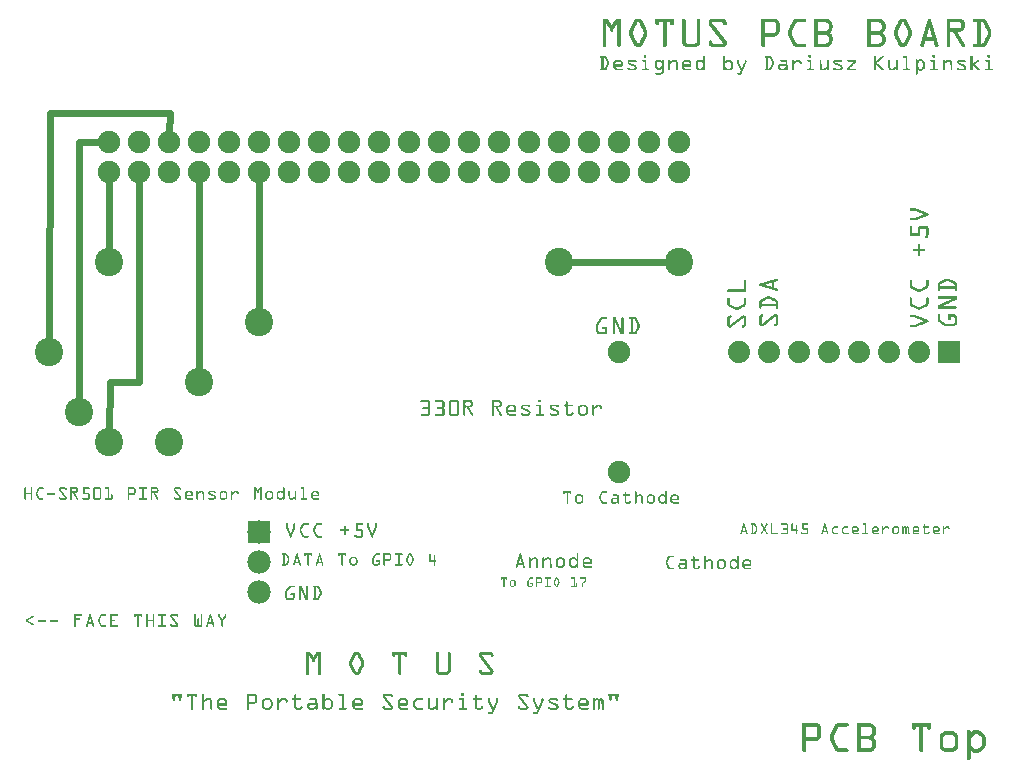
<source format=gtl>
G04 MADE WITH FRITZING*
G04 WWW.FRITZING.ORG*
G04 DOUBLE SIDED*
G04 HOLES PLATED*
G04 CONTOUR ON CENTER OF CONTOUR VECTOR*
%ASAXBY*%
%FSLAX23Y23*%
%MOIN*%
%OFA0B0*%
%SFA1.0B1.0*%
%ADD10C,0.078000*%
%ADD11C,0.074000*%
%ADD12C,0.075000*%
%ADD13C,0.094488*%
%ADD14C,0.075361*%
%ADD15R,0.078000X0.078000*%
%ADD16R,0.074000X0.074000*%
%ADD17C,0.024000*%
%ADD18R,0.001000X0.001000*%
%LNCOPPER1*%
G90*
G70*
G54D10*
X838Y854D03*
X838Y754D03*
X838Y654D03*
G54D11*
X3138Y1454D03*
X3038Y1454D03*
X2938Y1454D03*
X2838Y1454D03*
X2738Y1454D03*
X2638Y1454D03*
X2538Y1454D03*
X2438Y1454D03*
G54D12*
X2038Y1054D03*
X2038Y1454D03*
G54D13*
X138Y1454D03*
X238Y1254D03*
X638Y1354D03*
X838Y1554D03*
X2238Y1754D03*
X1838Y1754D03*
X338Y1754D03*
X538Y1154D03*
X338Y1154D03*
G54D14*
X338Y2054D03*
X438Y2054D03*
X538Y2054D03*
X638Y2054D03*
X738Y2054D03*
X838Y2054D03*
X938Y2054D03*
X1038Y2054D03*
X1138Y2054D03*
X1238Y2054D03*
X1338Y2054D03*
X1438Y2054D03*
X1538Y2054D03*
X1638Y2054D03*
X1738Y2054D03*
X1838Y2054D03*
X1938Y2054D03*
X2038Y2054D03*
X2138Y2054D03*
X2238Y2054D03*
X2238Y2154D03*
X2138Y2154D03*
X2038Y2154D03*
X1938Y2154D03*
X1838Y2154D03*
X1738Y2154D03*
X1638Y2154D03*
X1538Y2154D03*
X1438Y2154D03*
X1338Y2154D03*
X1238Y2154D03*
X1138Y2154D03*
X1038Y2154D03*
X938Y2154D03*
X838Y2154D03*
X738Y2154D03*
X638Y2154D03*
X538Y2154D03*
X438Y2154D03*
X338Y2154D03*
G54D15*
X838Y854D03*
G54D16*
X3138Y1454D03*
G54D17*
X307Y2154D02*
X238Y2154D01*
D02*
X540Y2252D02*
X539Y2185D01*
D02*
X638Y1381D02*
X638Y2022D01*
D02*
X838Y1581D02*
X838Y2022D01*
D02*
X238Y1453D02*
X238Y1281D01*
D02*
X238Y2154D02*
X238Y1453D01*
D02*
X138Y1481D02*
X140Y2252D01*
D02*
X140Y2252D02*
X540Y2252D01*
D02*
X1865Y1754D02*
X2211Y1754D01*
D02*
X338Y2022D02*
X338Y1781D01*
D02*
X438Y1355D02*
X438Y2022D01*
D02*
X338Y1181D02*
X340Y1355D01*
D02*
X340Y1355D02*
X438Y1355D01*
G54D18*
X1984Y2565D02*
X1998Y2565D01*
X2029Y2565D02*
X2044Y2565D01*
X2101Y2565D02*
X2103Y2565D01*
X2161Y2565D02*
X2220Y2565D01*
X2254Y2565D02*
X2255Y2565D01*
X2302Y2565D02*
X2303Y2565D01*
X2350Y2565D02*
X2381Y2565D01*
X2514Y2565D02*
X2556Y2565D01*
X2632Y2565D02*
X2656Y2565D01*
X2690Y2565D02*
X2727Y2565D01*
X2867Y2565D02*
X2904Y2565D01*
X2983Y2565D02*
X2985Y2565D01*
X3072Y2565D02*
X3073Y2565D01*
X3131Y2565D02*
X3173Y2565D01*
X3224Y2565D02*
X3248Y2565D01*
X1984Y2564D02*
X1999Y2564D01*
X2029Y2564D02*
X2044Y2564D01*
X2097Y2564D02*
X2107Y2564D01*
X2160Y2564D02*
X2220Y2564D01*
X2251Y2564D02*
X2257Y2564D01*
X2300Y2564D02*
X2306Y2564D01*
X2345Y2564D02*
X2386Y2564D01*
X2513Y2564D02*
X2561Y2564D01*
X2627Y2564D02*
X2659Y2564D01*
X2690Y2564D02*
X2732Y2564D01*
X2866Y2564D02*
X2909Y2564D01*
X2979Y2564D02*
X2990Y2564D01*
X3070Y2564D02*
X3076Y2564D01*
X3131Y2564D02*
X3178Y2564D01*
X3222Y2564D02*
X3253Y2564D01*
X1984Y2563D02*
X2000Y2563D01*
X2028Y2563D02*
X2044Y2563D01*
X2095Y2563D02*
X2109Y2563D01*
X2160Y2563D02*
X2220Y2563D01*
X2250Y2563D02*
X2258Y2563D01*
X2299Y2563D02*
X2307Y2563D01*
X2343Y2563D02*
X2388Y2563D01*
X2513Y2563D02*
X2563Y2563D01*
X2625Y2563D02*
X2660Y2563D01*
X2690Y2563D02*
X2735Y2563D01*
X2866Y2563D02*
X2911Y2563D01*
X2977Y2563D02*
X2992Y2563D01*
X3069Y2563D02*
X3077Y2563D01*
X3131Y2563D02*
X3181Y2563D01*
X3221Y2563D02*
X3255Y2563D01*
X1984Y2562D02*
X2000Y2562D01*
X2027Y2562D02*
X2044Y2562D01*
X2093Y2562D02*
X2111Y2562D01*
X2160Y2562D02*
X2220Y2562D01*
X2249Y2562D02*
X2259Y2562D01*
X2298Y2562D02*
X2308Y2562D01*
X2342Y2562D02*
X2390Y2562D01*
X2513Y2562D02*
X2565Y2562D01*
X2623Y2562D02*
X2661Y2562D01*
X2690Y2562D02*
X2737Y2562D01*
X2866Y2562D02*
X2913Y2562D01*
X2975Y2562D02*
X2993Y2562D01*
X3068Y2562D02*
X3077Y2562D01*
X3131Y2562D02*
X3182Y2562D01*
X3220Y2562D02*
X3257Y2562D01*
X1984Y2561D02*
X2001Y2561D01*
X2026Y2561D02*
X2044Y2561D01*
X2092Y2561D02*
X2112Y2561D01*
X2160Y2561D02*
X2220Y2561D01*
X2249Y2561D02*
X2260Y2561D01*
X2298Y2561D02*
X2308Y2561D01*
X2341Y2561D02*
X2391Y2561D01*
X2513Y2561D02*
X2566Y2561D01*
X2622Y2561D02*
X2661Y2561D01*
X2690Y2561D02*
X2738Y2561D01*
X2866Y2561D02*
X2915Y2561D01*
X2974Y2561D02*
X2995Y2561D01*
X3067Y2561D02*
X3078Y2561D01*
X3131Y2561D02*
X3184Y2561D01*
X3220Y2561D02*
X3258Y2561D01*
X1984Y2560D02*
X2002Y2560D01*
X2026Y2560D02*
X2044Y2560D01*
X2091Y2560D02*
X2113Y2560D01*
X2160Y2560D02*
X2220Y2560D01*
X2249Y2560D02*
X2260Y2560D01*
X2297Y2560D02*
X2308Y2560D01*
X2340Y2560D02*
X2392Y2560D01*
X2513Y2560D02*
X2567Y2560D01*
X2621Y2560D02*
X2661Y2560D01*
X2690Y2560D02*
X2740Y2560D01*
X2866Y2560D02*
X2916Y2560D01*
X2973Y2560D02*
X2996Y2560D01*
X3067Y2560D02*
X3078Y2560D01*
X3131Y2560D02*
X3185Y2560D01*
X3219Y2560D02*
X3260Y2560D01*
X1984Y2559D02*
X2003Y2559D01*
X2025Y2559D02*
X2044Y2559D01*
X2090Y2559D02*
X2114Y2559D01*
X2160Y2559D02*
X2220Y2559D01*
X2249Y2559D02*
X2260Y2559D01*
X2297Y2559D02*
X2309Y2559D01*
X2339Y2559D02*
X2393Y2559D01*
X2513Y2559D02*
X2568Y2559D01*
X2619Y2559D02*
X2661Y2559D01*
X2690Y2559D02*
X2741Y2559D01*
X2866Y2559D02*
X2917Y2559D01*
X2972Y2559D02*
X2996Y2559D01*
X3067Y2559D02*
X3079Y2559D01*
X3131Y2559D02*
X3186Y2559D01*
X3219Y2559D02*
X3261Y2559D01*
X1984Y2558D02*
X2003Y2558D01*
X2024Y2558D02*
X2044Y2558D01*
X2089Y2558D02*
X2115Y2558D01*
X2160Y2558D02*
X2220Y2558D01*
X2249Y2558D02*
X2260Y2558D01*
X2297Y2558D02*
X2309Y2558D01*
X2339Y2558D02*
X2394Y2558D01*
X2513Y2558D02*
X2569Y2558D01*
X2619Y2558D02*
X2661Y2558D01*
X2690Y2558D02*
X2742Y2558D01*
X2866Y2558D02*
X2919Y2558D01*
X2972Y2558D02*
X2997Y2558D01*
X3066Y2558D02*
X3079Y2558D01*
X3131Y2558D02*
X3187Y2558D01*
X3219Y2558D02*
X3261Y2558D01*
X1984Y2557D02*
X2004Y2557D01*
X2024Y2557D02*
X2044Y2557D01*
X2089Y2557D02*
X2115Y2557D01*
X2160Y2557D02*
X2220Y2557D01*
X2249Y2557D02*
X2260Y2557D01*
X2297Y2557D02*
X2309Y2557D01*
X2338Y2557D02*
X2394Y2557D01*
X2513Y2557D02*
X2570Y2557D01*
X2618Y2557D02*
X2661Y2557D01*
X2690Y2557D02*
X2743Y2557D01*
X2866Y2557D02*
X2919Y2557D01*
X2971Y2557D02*
X2998Y2557D01*
X3066Y2557D02*
X3079Y2557D01*
X3131Y2557D02*
X3188Y2557D01*
X3219Y2557D02*
X3262Y2557D01*
X1984Y2556D02*
X2005Y2556D01*
X2023Y2556D02*
X2044Y2556D01*
X2088Y2556D02*
X2116Y2556D01*
X2160Y2556D02*
X2220Y2556D01*
X2249Y2556D02*
X2260Y2556D01*
X2297Y2556D02*
X2309Y2556D01*
X2338Y2556D02*
X2395Y2556D01*
X2513Y2556D02*
X2571Y2556D01*
X2617Y2556D02*
X2661Y2556D01*
X2690Y2556D02*
X2744Y2556D01*
X2866Y2556D02*
X2920Y2556D01*
X2970Y2556D02*
X2998Y2556D01*
X3066Y2556D02*
X3079Y2556D01*
X3131Y2556D02*
X3188Y2556D01*
X3220Y2556D02*
X3263Y2556D01*
X1984Y2555D02*
X2005Y2555D01*
X2022Y2555D02*
X2044Y2555D01*
X2087Y2555D02*
X2117Y2555D01*
X2160Y2555D02*
X2220Y2555D01*
X2249Y2555D02*
X2260Y2555D01*
X2297Y2555D02*
X2309Y2555D01*
X2337Y2555D02*
X2395Y2555D01*
X2513Y2555D02*
X2571Y2555D01*
X2617Y2555D02*
X2660Y2555D01*
X2690Y2555D02*
X2745Y2555D01*
X2866Y2555D02*
X2921Y2555D01*
X2970Y2555D02*
X2999Y2555D01*
X3066Y2555D02*
X3080Y2555D01*
X3131Y2555D02*
X3189Y2555D01*
X3221Y2555D02*
X3263Y2555D01*
X1984Y2554D02*
X2006Y2554D01*
X2022Y2554D02*
X2044Y2554D01*
X2087Y2554D02*
X2117Y2554D01*
X2160Y2554D02*
X2220Y2554D01*
X2249Y2554D02*
X2260Y2554D01*
X2297Y2554D02*
X2309Y2554D01*
X2337Y2554D02*
X2396Y2554D01*
X2513Y2554D02*
X2572Y2554D01*
X2616Y2554D02*
X2659Y2554D01*
X2690Y2554D02*
X2745Y2554D01*
X2866Y2554D02*
X2922Y2554D01*
X2969Y2554D02*
X2999Y2554D01*
X3065Y2554D02*
X3080Y2554D01*
X3131Y2554D02*
X3189Y2554D01*
X3222Y2554D02*
X3264Y2554D01*
X1984Y2553D02*
X2007Y2553D01*
X2021Y2553D02*
X2044Y2553D01*
X2086Y2553D02*
X2118Y2553D01*
X2160Y2553D02*
X2220Y2553D01*
X2249Y2553D02*
X2260Y2553D01*
X2297Y2553D02*
X2309Y2553D01*
X2337Y2553D02*
X2396Y2553D01*
X2513Y2553D02*
X2572Y2553D01*
X2616Y2553D02*
X2657Y2553D01*
X2690Y2553D02*
X2746Y2553D01*
X2866Y2553D02*
X2923Y2553D01*
X2969Y2553D02*
X3000Y2553D01*
X3065Y2553D02*
X3080Y2553D01*
X3131Y2553D02*
X3190Y2553D01*
X3223Y2553D02*
X3264Y2553D01*
X1984Y2552D02*
X2007Y2552D01*
X2020Y2552D02*
X2044Y2552D01*
X2086Y2552D02*
X2099Y2552D01*
X2105Y2552D02*
X2118Y2552D01*
X2160Y2552D02*
X2172Y2552D01*
X2185Y2552D02*
X2196Y2552D01*
X2209Y2552D02*
X2220Y2552D01*
X2249Y2552D02*
X2260Y2552D01*
X2297Y2552D02*
X2309Y2552D01*
X2337Y2552D02*
X2348Y2552D01*
X2383Y2552D02*
X2396Y2552D01*
X2513Y2552D02*
X2525Y2552D01*
X2558Y2552D02*
X2572Y2552D01*
X2615Y2552D02*
X2630Y2552D01*
X2690Y2552D02*
X2701Y2552D01*
X2730Y2552D02*
X2747Y2552D01*
X2866Y2552D02*
X2878Y2552D01*
X2906Y2552D02*
X2923Y2552D01*
X2968Y2552D02*
X2982Y2552D01*
X2987Y2552D02*
X3000Y2552D01*
X3065Y2552D02*
X3081Y2552D01*
X3131Y2552D02*
X3142Y2552D01*
X3176Y2552D02*
X3190Y2552D01*
X3231Y2552D02*
X3243Y2552D01*
X3251Y2552D02*
X3265Y2552D01*
X1984Y2551D02*
X2008Y2551D01*
X2019Y2551D02*
X2044Y2551D01*
X2085Y2551D02*
X2099Y2551D01*
X2105Y2551D02*
X2119Y2551D01*
X2160Y2551D02*
X2172Y2551D01*
X2185Y2551D02*
X2196Y2551D01*
X2209Y2551D02*
X2220Y2551D01*
X2249Y2551D02*
X2260Y2551D01*
X2297Y2551D02*
X2309Y2551D01*
X2337Y2551D02*
X2348Y2551D01*
X2384Y2551D02*
X2397Y2551D01*
X2513Y2551D02*
X2525Y2551D01*
X2560Y2551D02*
X2573Y2551D01*
X2615Y2551D02*
X2628Y2551D01*
X2690Y2551D02*
X2701Y2551D01*
X2732Y2551D02*
X2747Y2551D01*
X2866Y2551D02*
X2878Y2551D01*
X2909Y2551D02*
X2924Y2551D01*
X2968Y2551D02*
X2981Y2551D01*
X2988Y2551D02*
X3001Y2551D01*
X3064Y2551D02*
X3081Y2551D01*
X3131Y2551D02*
X3142Y2551D01*
X3177Y2551D02*
X3190Y2551D01*
X3231Y2551D02*
X3243Y2551D01*
X3252Y2551D02*
X3266Y2551D01*
X1984Y2550D02*
X2009Y2550D01*
X2019Y2550D02*
X2044Y2550D01*
X2085Y2550D02*
X2098Y2550D01*
X2106Y2550D02*
X2119Y2550D01*
X2160Y2550D02*
X2172Y2550D01*
X2185Y2550D02*
X2196Y2550D01*
X2209Y2550D02*
X2220Y2550D01*
X2249Y2550D02*
X2260Y2550D01*
X2297Y2550D02*
X2309Y2550D01*
X2337Y2550D02*
X2349Y2550D01*
X2385Y2550D02*
X2397Y2550D01*
X2513Y2550D02*
X2525Y2550D01*
X2561Y2550D02*
X2573Y2550D01*
X2614Y2550D02*
X2628Y2550D01*
X2690Y2550D02*
X2701Y2550D01*
X2733Y2550D02*
X2748Y2550D01*
X2866Y2550D02*
X2878Y2550D01*
X2910Y2550D02*
X2924Y2550D01*
X2967Y2550D02*
X2980Y2550D01*
X2988Y2550D02*
X3001Y2550D01*
X3064Y2550D02*
X3081Y2550D01*
X3131Y2550D02*
X3142Y2550D01*
X3178Y2550D02*
X3191Y2550D01*
X3231Y2550D02*
X3243Y2550D01*
X3253Y2550D02*
X3266Y2550D01*
X1984Y2549D02*
X2010Y2549D01*
X2018Y2549D02*
X2044Y2549D01*
X2084Y2549D02*
X2098Y2549D01*
X2107Y2549D02*
X2120Y2549D01*
X2160Y2549D02*
X2172Y2549D01*
X2185Y2549D02*
X2196Y2549D01*
X2209Y2549D02*
X2220Y2549D01*
X2249Y2549D02*
X2260Y2549D01*
X2297Y2549D02*
X2309Y2549D01*
X2337Y2549D02*
X2349Y2549D01*
X2385Y2549D02*
X2397Y2549D01*
X2513Y2549D02*
X2525Y2549D01*
X2561Y2549D02*
X2573Y2549D01*
X2614Y2549D02*
X2627Y2549D01*
X2690Y2549D02*
X2701Y2549D01*
X2735Y2549D02*
X2748Y2549D01*
X2866Y2549D02*
X2878Y2549D01*
X2911Y2549D02*
X2925Y2549D01*
X2967Y2549D02*
X2980Y2549D01*
X2989Y2549D02*
X3002Y2549D01*
X3064Y2549D02*
X3081Y2549D01*
X3131Y2549D02*
X3142Y2549D01*
X3179Y2549D02*
X3191Y2549D01*
X3231Y2549D02*
X3243Y2549D01*
X3254Y2549D02*
X3267Y2549D01*
X1984Y2548D02*
X2010Y2548D01*
X2017Y2548D02*
X2044Y2548D01*
X2084Y2548D02*
X2097Y2548D01*
X2107Y2548D02*
X2120Y2548D01*
X2160Y2548D02*
X2172Y2548D01*
X2185Y2548D02*
X2196Y2548D01*
X2209Y2548D02*
X2220Y2548D01*
X2249Y2548D02*
X2260Y2548D01*
X2297Y2548D02*
X2309Y2548D01*
X2337Y2548D02*
X2350Y2548D01*
X2385Y2548D02*
X2397Y2548D01*
X2513Y2548D02*
X2525Y2548D01*
X2562Y2548D02*
X2573Y2548D01*
X2613Y2548D02*
X2626Y2548D01*
X2690Y2548D02*
X2701Y2548D01*
X2735Y2548D02*
X2749Y2548D01*
X2866Y2548D02*
X2878Y2548D01*
X2912Y2548D02*
X2925Y2548D01*
X2966Y2548D02*
X2979Y2548D01*
X2989Y2548D02*
X3002Y2548D01*
X3063Y2548D02*
X3082Y2548D01*
X3131Y2548D02*
X3142Y2548D01*
X3179Y2548D02*
X3191Y2548D01*
X3231Y2548D02*
X3243Y2548D01*
X3254Y2548D02*
X3267Y2548D01*
X1984Y2547D02*
X1995Y2547D01*
X1997Y2547D02*
X2011Y2547D01*
X2017Y2547D02*
X2044Y2547D01*
X2083Y2547D02*
X2096Y2547D01*
X2108Y2547D02*
X2121Y2547D01*
X2160Y2547D02*
X2171Y2547D01*
X2185Y2547D02*
X2196Y2547D01*
X2209Y2547D02*
X2220Y2547D01*
X2249Y2547D02*
X2260Y2547D01*
X2297Y2547D02*
X2309Y2547D01*
X2337Y2547D02*
X2351Y2547D01*
X2386Y2547D02*
X2397Y2547D01*
X2513Y2547D02*
X2525Y2547D01*
X2562Y2547D02*
X2573Y2547D01*
X2613Y2547D02*
X2626Y2547D01*
X2690Y2547D02*
X2701Y2547D01*
X2736Y2547D02*
X2749Y2547D01*
X2866Y2547D02*
X2878Y2547D01*
X2913Y2547D02*
X2925Y2547D01*
X2966Y2547D02*
X2979Y2547D01*
X2990Y2547D02*
X3003Y2547D01*
X3063Y2547D02*
X3082Y2547D01*
X3131Y2547D02*
X3142Y2547D01*
X3179Y2547D02*
X3191Y2547D01*
X3231Y2547D02*
X3243Y2547D01*
X3255Y2547D02*
X3268Y2547D01*
X1984Y2546D02*
X1995Y2546D01*
X1997Y2546D02*
X2012Y2546D01*
X2016Y2546D02*
X2030Y2546D01*
X2032Y2546D02*
X2044Y2546D01*
X2083Y2546D02*
X2096Y2546D01*
X2108Y2546D02*
X2121Y2546D01*
X2161Y2546D02*
X2171Y2546D01*
X2185Y2546D02*
X2196Y2546D01*
X2210Y2546D02*
X2220Y2546D01*
X2249Y2546D02*
X2260Y2546D01*
X2297Y2546D02*
X2309Y2546D01*
X2338Y2546D02*
X2352Y2546D01*
X2386Y2546D02*
X2396Y2546D01*
X2513Y2546D02*
X2525Y2546D01*
X2562Y2546D02*
X2573Y2546D01*
X2612Y2546D02*
X2625Y2546D01*
X2690Y2546D02*
X2701Y2546D01*
X2737Y2546D02*
X2749Y2546D01*
X2866Y2546D02*
X2878Y2546D01*
X2913Y2546D02*
X2926Y2546D01*
X2965Y2546D02*
X2978Y2546D01*
X2990Y2546D02*
X3003Y2546D01*
X3063Y2546D02*
X3082Y2546D01*
X3131Y2546D02*
X3142Y2546D01*
X3180Y2546D02*
X3191Y2546D01*
X3231Y2546D02*
X3243Y2546D01*
X3255Y2546D02*
X3268Y2546D01*
X1984Y2545D02*
X1995Y2545D01*
X1998Y2545D02*
X2012Y2545D01*
X2015Y2545D02*
X2029Y2545D01*
X2032Y2545D02*
X2044Y2545D01*
X2082Y2545D02*
X2095Y2545D01*
X2109Y2545D02*
X2122Y2545D01*
X2162Y2545D02*
X2170Y2545D01*
X2185Y2545D02*
X2196Y2545D01*
X2210Y2545D02*
X2219Y2545D01*
X2249Y2545D02*
X2260Y2545D01*
X2297Y2545D02*
X2309Y2545D01*
X2338Y2545D02*
X2353Y2545D01*
X2387Y2545D02*
X2396Y2545D01*
X2513Y2545D02*
X2525Y2545D01*
X2562Y2545D02*
X2573Y2545D01*
X2612Y2545D02*
X2625Y2545D01*
X2690Y2545D02*
X2701Y2545D01*
X2737Y2545D02*
X2749Y2545D01*
X2866Y2545D02*
X2878Y2545D01*
X2914Y2545D02*
X2926Y2545D01*
X2965Y2545D02*
X2978Y2545D01*
X2991Y2545D02*
X3004Y2545D01*
X3063Y2545D02*
X3083Y2545D01*
X3131Y2545D02*
X3142Y2545D01*
X3180Y2545D02*
X3191Y2545D01*
X3231Y2545D02*
X3243Y2545D01*
X3256Y2545D02*
X3269Y2545D01*
X1984Y2544D02*
X1995Y2544D01*
X1999Y2544D02*
X2029Y2544D01*
X2032Y2544D02*
X2044Y2544D01*
X2082Y2544D02*
X2095Y2544D01*
X2109Y2544D02*
X2122Y2544D01*
X2162Y2544D02*
X2170Y2544D01*
X2185Y2544D02*
X2196Y2544D01*
X2211Y2544D02*
X2218Y2544D01*
X2249Y2544D02*
X2260Y2544D01*
X2297Y2544D02*
X2309Y2544D01*
X2339Y2544D02*
X2353Y2544D01*
X2387Y2544D02*
X2395Y2544D01*
X2513Y2544D02*
X2525Y2544D01*
X2562Y2544D02*
X2573Y2544D01*
X2611Y2544D02*
X2624Y2544D01*
X2690Y2544D02*
X2701Y2544D01*
X2738Y2544D02*
X2749Y2544D01*
X2866Y2544D02*
X2878Y2544D01*
X2914Y2544D02*
X2926Y2544D01*
X2964Y2544D02*
X2977Y2544D01*
X2991Y2544D02*
X3004Y2544D01*
X3062Y2544D02*
X3083Y2544D01*
X3131Y2544D02*
X3142Y2544D01*
X3180Y2544D02*
X3191Y2544D01*
X3231Y2544D02*
X3243Y2544D01*
X3256Y2544D02*
X3269Y2544D01*
X1984Y2543D02*
X1995Y2543D01*
X2000Y2543D02*
X2028Y2543D01*
X2032Y2543D02*
X2044Y2543D01*
X2082Y2543D02*
X2094Y2543D01*
X2110Y2543D02*
X2123Y2543D01*
X2164Y2543D02*
X2168Y2543D01*
X2185Y2543D02*
X2196Y2543D01*
X2212Y2543D02*
X2217Y2543D01*
X2249Y2543D02*
X2260Y2543D01*
X2297Y2543D02*
X2309Y2543D01*
X2339Y2543D02*
X2354Y2543D01*
X2389Y2543D02*
X2393Y2543D01*
X2513Y2543D02*
X2525Y2543D01*
X2562Y2543D02*
X2573Y2543D01*
X2611Y2543D02*
X2624Y2543D01*
X2690Y2543D02*
X2701Y2543D01*
X2738Y2543D02*
X2750Y2543D01*
X2866Y2543D02*
X2878Y2543D01*
X2915Y2543D02*
X2926Y2543D01*
X2964Y2543D02*
X2977Y2543D01*
X2992Y2543D02*
X3005Y2543D01*
X3062Y2543D02*
X3083Y2543D01*
X3131Y2543D02*
X3142Y2543D01*
X3180Y2543D02*
X3191Y2543D01*
X3231Y2543D02*
X3243Y2543D01*
X3257Y2543D02*
X3270Y2543D01*
X1984Y2542D02*
X1995Y2542D01*
X2000Y2542D02*
X2027Y2542D01*
X2032Y2542D02*
X2044Y2542D01*
X2081Y2542D02*
X2094Y2542D01*
X2110Y2542D02*
X2123Y2542D01*
X2185Y2542D02*
X2196Y2542D01*
X2249Y2542D02*
X2260Y2542D01*
X2297Y2542D02*
X2309Y2542D01*
X2340Y2542D02*
X2355Y2542D01*
X2513Y2542D02*
X2525Y2542D01*
X2562Y2542D02*
X2573Y2542D01*
X2610Y2542D02*
X2623Y2542D01*
X2690Y2542D02*
X2701Y2542D01*
X2738Y2542D02*
X2750Y2542D01*
X2866Y2542D02*
X2878Y2542D01*
X2915Y2542D02*
X2926Y2542D01*
X2963Y2542D02*
X2976Y2542D01*
X2992Y2542D02*
X3005Y2542D01*
X3062Y2542D02*
X3083Y2542D01*
X3131Y2542D02*
X3142Y2542D01*
X3180Y2542D02*
X3191Y2542D01*
X3231Y2542D02*
X3243Y2542D01*
X3257Y2542D02*
X3270Y2542D01*
X1984Y2541D02*
X1995Y2541D01*
X2001Y2541D02*
X2027Y2541D01*
X2032Y2541D02*
X2044Y2541D01*
X2081Y2541D02*
X2093Y2541D01*
X2111Y2541D02*
X2124Y2541D01*
X2185Y2541D02*
X2196Y2541D01*
X2249Y2541D02*
X2260Y2541D01*
X2297Y2541D02*
X2309Y2541D01*
X2341Y2541D02*
X2356Y2541D01*
X2513Y2541D02*
X2525Y2541D01*
X2562Y2541D02*
X2573Y2541D01*
X2610Y2541D02*
X2623Y2541D01*
X2690Y2541D02*
X2701Y2541D01*
X2738Y2541D02*
X2750Y2541D01*
X2866Y2541D02*
X2878Y2541D01*
X2915Y2541D02*
X2926Y2541D01*
X2963Y2541D02*
X2976Y2541D01*
X2993Y2541D02*
X3006Y2541D01*
X3061Y2541D02*
X3084Y2541D01*
X3131Y2541D02*
X3142Y2541D01*
X3180Y2541D02*
X3191Y2541D01*
X3231Y2541D02*
X3243Y2541D01*
X3258Y2541D02*
X3271Y2541D01*
X1984Y2540D02*
X1995Y2540D01*
X2002Y2540D02*
X2026Y2540D01*
X2032Y2540D02*
X2044Y2540D01*
X2080Y2540D02*
X2093Y2540D01*
X2111Y2540D02*
X2124Y2540D01*
X2185Y2540D02*
X2196Y2540D01*
X2249Y2540D02*
X2260Y2540D01*
X2297Y2540D02*
X2309Y2540D01*
X2342Y2540D02*
X2356Y2540D01*
X2513Y2540D02*
X2525Y2540D01*
X2562Y2540D02*
X2573Y2540D01*
X2609Y2540D02*
X2622Y2540D01*
X2690Y2540D02*
X2701Y2540D01*
X2738Y2540D02*
X2750Y2540D01*
X2866Y2540D02*
X2878Y2540D01*
X2915Y2540D02*
X2926Y2540D01*
X2962Y2540D02*
X2975Y2540D01*
X2993Y2540D02*
X3006Y2540D01*
X3061Y2540D02*
X3084Y2540D01*
X3131Y2540D02*
X3142Y2540D01*
X3180Y2540D02*
X3191Y2540D01*
X3231Y2540D02*
X3243Y2540D01*
X3258Y2540D02*
X3271Y2540D01*
X1984Y2539D02*
X1995Y2539D01*
X2002Y2539D02*
X2025Y2539D01*
X2032Y2539D02*
X2044Y2539D01*
X2080Y2539D02*
X2092Y2539D01*
X2112Y2539D02*
X2125Y2539D01*
X2185Y2539D02*
X2196Y2539D01*
X2249Y2539D02*
X2260Y2539D01*
X2297Y2539D02*
X2309Y2539D01*
X2342Y2539D02*
X2357Y2539D01*
X2513Y2539D02*
X2525Y2539D01*
X2562Y2539D02*
X2573Y2539D01*
X2609Y2539D02*
X2622Y2539D01*
X2690Y2539D02*
X2701Y2539D01*
X2738Y2539D02*
X2750Y2539D01*
X2866Y2539D02*
X2878Y2539D01*
X2915Y2539D02*
X2926Y2539D01*
X2962Y2539D02*
X2975Y2539D01*
X2994Y2539D02*
X3007Y2539D01*
X3061Y2539D02*
X3084Y2539D01*
X3131Y2539D02*
X3142Y2539D01*
X3179Y2539D02*
X3191Y2539D01*
X3231Y2539D02*
X3243Y2539D01*
X3259Y2539D02*
X3272Y2539D01*
X1984Y2538D02*
X1995Y2538D01*
X2003Y2538D02*
X2024Y2538D01*
X2032Y2538D02*
X2044Y2538D01*
X2079Y2538D02*
X2092Y2538D01*
X2112Y2538D02*
X2125Y2538D01*
X2185Y2538D02*
X2196Y2538D01*
X2249Y2538D02*
X2260Y2538D01*
X2297Y2538D02*
X2309Y2538D01*
X2343Y2538D02*
X2358Y2538D01*
X2513Y2538D02*
X2525Y2538D01*
X2562Y2538D02*
X2573Y2538D01*
X2608Y2538D02*
X2621Y2538D01*
X2690Y2538D02*
X2701Y2538D01*
X2738Y2538D02*
X2750Y2538D01*
X2866Y2538D02*
X2878Y2538D01*
X2915Y2538D02*
X2926Y2538D01*
X2961Y2538D02*
X2974Y2538D01*
X2994Y2538D02*
X3007Y2538D01*
X3061Y2538D02*
X3085Y2538D01*
X3131Y2538D02*
X3142Y2538D01*
X3179Y2538D02*
X3191Y2538D01*
X3231Y2538D02*
X3243Y2538D01*
X3259Y2538D02*
X3272Y2538D01*
X1984Y2537D02*
X1995Y2537D01*
X2004Y2537D02*
X2024Y2537D01*
X2032Y2537D02*
X2044Y2537D01*
X2079Y2537D02*
X2091Y2537D01*
X2113Y2537D02*
X2126Y2537D01*
X2185Y2537D02*
X2196Y2537D01*
X2249Y2537D02*
X2260Y2537D01*
X2297Y2537D02*
X2309Y2537D01*
X2344Y2537D02*
X2359Y2537D01*
X2513Y2537D02*
X2525Y2537D01*
X2562Y2537D02*
X2573Y2537D01*
X2608Y2537D02*
X2621Y2537D01*
X2690Y2537D02*
X2701Y2537D01*
X2738Y2537D02*
X2750Y2537D01*
X2866Y2537D02*
X2878Y2537D01*
X2915Y2537D02*
X2926Y2537D01*
X2961Y2537D02*
X2974Y2537D01*
X2995Y2537D02*
X3008Y2537D01*
X3060Y2537D02*
X3085Y2537D01*
X3131Y2537D02*
X3142Y2537D01*
X3179Y2537D02*
X3191Y2537D01*
X3231Y2537D02*
X3243Y2537D01*
X3260Y2537D02*
X3273Y2537D01*
X1984Y2536D02*
X1995Y2536D01*
X2004Y2536D02*
X2023Y2536D01*
X2032Y2536D02*
X2044Y2536D01*
X2078Y2536D02*
X2091Y2536D01*
X2113Y2536D02*
X2126Y2536D01*
X2185Y2536D02*
X2196Y2536D01*
X2249Y2536D02*
X2260Y2536D01*
X2297Y2536D02*
X2309Y2536D01*
X2345Y2536D02*
X2360Y2536D01*
X2513Y2536D02*
X2525Y2536D01*
X2562Y2536D02*
X2573Y2536D01*
X2607Y2536D02*
X2620Y2536D01*
X2690Y2536D02*
X2701Y2536D01*
X2738Y2536D02*
X2750Y2536D01*
X2866Y2536D02*
X2878Y2536D01*
X2915Y2536D02*
X2926Y2536D01*
X2960Y2536D02*
X2973Y2536D01*
X2995Y2536D02*
X3008Y2536D01*
X3060Y2536D02*
X3085Y2536D01*
X3131Y2536D02*
X3142Y2536D01*
X3178Y2536D02*
X3190Y2536D01*
X3231Y2536D02*
X3243Y2536D01*
X3260Y2536D02*
X3273Y2536D01*
X1984Y2535D02*
X1995Y2535D01*
X2005Y2535D02*
X2022Y2535D01*
X2032Y2535D02*
X2044Y2535D01*
X2078Y2535D02*
X2090Y2535D01*
X2114Y2535D02*
X2127Y2535D01*
X2185Y2535D02*
X2196Y2535D01*
X2249Y2535D02*
X2260Y2535D01*
X2297Y2535D02*
X2309Y2535D01*
X2345Y2535D02*
X2360Y2535D01*
X2513Y2535D02*
X2525Y2535D01*
X2562Y2535D02*
X2573Y2535D01*
X2607Y2535D02*
X2620Y2535D01*
X2690Y2535D02*
X2701Y2535D01*
X2738Y2535D02*
X2750Y2535D01*
X2866Y2535D02*
X2878Y2535D01*
X2915Y2535D02*
X2926Y2535D01*
X2960Y2535D02*
X2973Y2535D01*
X2996Y2535D02*
X3009Y2535D01*
X3060Y2535D02*
X3072Y2535D01*
X3074Y2535D02*
X3086Y2535D01*
X3131Y2535D02*
X3142Y2535D01*
X3177Y2535D02*
X3190Y2535D01*
X3231Y2535D02*
X3243Y2535D01*
X3261Y2535D02*
X3274Y2535D01*
X1984Y2534D02*
X1995Y2534D01*
X2006Y2534D02*
X2022Y2534D01*
X2032Y2534D02*
X2044Y2534D01*
X2077Y2534D02*
X2090Y2534D01*
X2114Y2534D02*
X2127Y2534D01*
X2185Y2534D02*
X2196Y2534D01*
X2249Y2534D02*
X2260Y2534D01*
X2297Y2534D02*
X2309Y2534D01*
X2346Y2534D02*
X2361Y2534D01*
X2513Y2534D02*
X2525Y2534D01*
X2562Y2534D02*
X2573Y2534D01*
X2606Y2534D02*
X2619Y2534D01*
X2690Y2534D02*
X2701Y2534D01*
X2738Y2534D02*
X2750Y2534D01*
X2866Y2534D02*
X2878Y2534D01*
X2915Y2534D02*
X2926Y2534D01*
X2959Y2534D02*
X2972Y2534D01*
X2996Y2534D02*
X3009Y2534D01*
X3059Y2534D02*
X3071Y2534D01*
X3074Y2534D02*
X3086Y2534D01*
X3131Y2534D02*
X3143Y2534D01*
X3175Y2534D02*
X3190Y2534D01*
X3231Y2534D02*
X3243Y2534D01*
X3261Y2534D02*
X3274Y2534D01*
X1984Y2533D02*
X1995Y2533D01*
X2007Y2533D02*
X2021Y2533D01*
X2032Y2533D02*
X2044Y2533D01*
X2077Y2533D02*
X2089Y2533D01*
X2115Y2533D02*
X2128Y2533D01*
X2185Y2533D02*
X2196Y2533D01*
X2249Y2533D02*
X2260Y2533D01*
X2297Y2533D02*
X2309Y2533D01*
X2347Y2533D02*
X2362Y2533D01*
X2513Y2533D02*
X2525Y2533D01*
X2562Y2533D02*
X2573Y2533D01*
X2606Y2533D02*
X2619Y2533D01*
X2690Y2533D02*
X2701Y2533D01*
X2738Y2533D02*
X2750Y2533D01*
X2866Y2533D02*
X2878Y2533D01*
X2914Y2533D02*
X2926Y2533D01*
X2959Y2533D02*
X2972Y2533D01*
X2997Y2533D02*
X3010Y2533D01*
X3059Y2533D02*
X3071Y2533D01*
X3074Y2533D02*
X3086Y2533D01*
X3131Y2533D02*
X3189Y2533D01*
X3231Y2533D02*
X3243Y2533D01*
X3262Y2533D02*
X3275Y2533D01*
X1984Y2532D02*
X1995Y2532D01*
X2007Y2532D02*
X2020Y2532D01*
X2032Y2532D02*
X2044Y2532D01*
X2076Y2532D02*
X2089Y2532D01*
X2115Y2532D02*
X2128Y2532D01*
X2185Y2532D02*
X2196Y2532D01*
X2249Y2532D02*
X2260Y2532D01*
X2297Y2532D02*
X2309Y2532D01*
X2348Y2532D02*
X2363Y2532D01*
X2513Y2532D02*
X2525Y2532D01*
X2562Y2532D02*
X2573Y2532D01*
X2605Y2532D02*
X2618Y2532D01*
X2690Y2532D02*
X2701Y2532D01*
X2738Y2532D02*
X2749Y2532D01*
X2866Y2532D02*
X2878Y2532D01*
X2914Y2532D02*
X2926Y2532D01*
X2958Y2532D02*
X2971Y2532D01*
X2998Y2532D02*
X3010Y2532D01*
X3059Y2532D02*
X3071Y2532D01*
X3074Y2532D02*
X3086Y2532D01*
X3131Y2532D02*
X3189Y2532D01*
X3231Y2532D02*
X3243Y2532D01*
X3262Y2532D02*
X3275Y2532D01*
X1984Y2531D02*
X1995Y2531D01*
X2008Y2531D02*
X2020Y2531D01*
X2032Y2531D02*
X2044Y2531D01*
X2076Y2531D02*
X2088Y2531D01*
X2116Y2531D02*
X2128Y2531D01*
X2185Y2531D02*
X2196Y2531D01*
X2249Y2531D02*
X2260Y2531D01*
X2297Y2531D02*
X2309Y2531D01*
X2349Y2531D02*
X2363Y2531D01*
X2513Y2531D02*
X2525Y2531D01*
X2562Y2531D02*
X2573Y2531D01*
X2605Y2531D02*
X2618Y2531D01*
X2690Y2531D02*
X2701Y2531D01*
X2737Y2531D02*
X2749Y2531D01*
X2866Y2531D02*
X2878Y2531D01*
X2914Y2531D02*
X2926Y2531D01*
X2958Y2531D02*
X2971Y2531D01*
X2998Y2531D02*
X3011Y2531D01*
X3058Y2531D02*
X3070Y2531D01*
X3075Y2531D02*
X3087Y2531D01*
X3131Y2531D02*
X3188Y2531D01*
X3231Y2531D02*
X3243Y2531D01*
X3263Y2531D02*
X3276Y2531D01*
X1984Y2530D02*
X1995Y2530D01*
X2008Y2530D02*
X2019Y2530D01*
X2032Y2530D02*
X2044Y2530D01*
X2075Y2530D02*
X2088Y2530D01*
X2116Y2530D02*
X2129Y2530D01*
X2185Y2530D02*
X2196Y2530D01*
X2249Y2530D02*
X2260Y2530D01*
X2297Y2530D02*
X2309Y2530D01*
X2349Y2530D02*
X2364Y2530D01*
X2513Y2530D02*
X2525Y2530D01*
X2562Y2530D02*
X2573Y2530D01*
X2604Y2530D02*
X2617Y2530D01*
X2690Y2530D02*
X2701Y2530D01*
X2737Y2530D02*
X2749Y2530D01*
X2866Y2530D02*
X2878Y2530D01*
X2913Y2530D02*
X2926Y2530D01*
X2957Y2530D02*
X2970Y2530D01*
X2999Y2530D02*
X3011Y2530D01*
X3058Y2530D02*
X3070Y2530D01*
X3075Y2530D02*
X3087Y2530D01*
X3131Y2530D02*
X3188Y2530D01*
X3231Y2530D02*
X3243Y2530D01*
X3263Y2530D02*
X3276Y2530D01*
X1984Y2529D02*
X1995Y2529D01*
X2008Y2529D02*
X2019Y2529D01*
X2032Y2529D02*
X2044Y2529D01*
X2075Y2529D02*
X2087Y2529D01*
X2117Y2529D02*
X2129Y2529D01*
X2185Y2529D02*
X2196Y2529D01*
X2249Y2529D02*
X2260Y2529D01*
X2297Y2529D02*
X2309Y2529D01*
X2350Y2529D02*
X2365Y2529D01*
X2513Y2529D02*
X2525Y2529D01*
X2562Y2529D02*
X2573Y2529D01*
X2604Y2529D02*
X2617Y2529D01*
X2690Y2529D02*
X2701Y2529D01*
X2736Y2529D02*
X2749Y2529D01*
X2866Y2529D02*
X2878Y2529D01*
X2913Y2529D02*
X2925Y2529D01*
X2957Y2529D02*
X2970Y2529D01*
X2999Y2529D02*
X3012Y2529D01*
X3058Y2529D02*
X3070Y2529D01*
X3075Y2529D02*
X3087Y2529D01*
X3131Y2529D02*
X3187Y2529D01*
X3231Y2529D02*
X3243Y2529D01*
X3264Y2529D02*
X3276Y2529D01*
X1984Y2528D02*
X1995Y2528D01*
X2008Y2528D02*
X2019Y2528D01*
X2032Y2528D02*
X2044Y2528D01*
X2074Y2528D02*
X2087Y2528D01*
X2117Y2528D02*
X2130Y2528D01*
X2185Y2528D02*
X2196Y2528D01*
X2249Y2528D02*
X2260Y2528D01*
X2297Y2528D02*
X2309Y2528D01*
X2351Y2528D02*
X2366Y2528D01*
X2513Y2528D02*
X2525Y2528D01*
X2562Y2528D02*
X2573Y2528D01*
X2604Y2528D02*
X2616Y2528D01*
X2690Y2528D02*
X2701Y2528D01*
X2735Y2528D02*
X2748Y2528D01*
X2866Y2528D02*
X2878Y2528D01*
X2912Y2528D02*
X2925Y2528D01*
X2957Y2528D02*
X2969Y2528D01*
X3000Y2528D02*
X3012Y2528D01*
X3058Y2528D02*
X3069Y2528D01*
X3076Y2528D02*
X3088Y2528D01*
X3131Y2528D02*
X3186Y2528D01*
X3231Y2528D02*
X3243Y2528D01*
X3264Y2528D02*
X3277Y2528D01*
X1984Y2527D02*
X1995Y2527D01*
X2008Y2527D02*
X2019Y2527D01*
X2032Y2527D02*
X2044Y2527D01*
X2074Y2527D02*
X2086Y2527D01*
X2118Y2527D02*
X2130Y2527D01*
X2185Y2527D02*
X2196Y2527D01*
X2249Y2527D02*
X2260Y2527D01*
X2297Y2527D02*
X2309Y2527D01*
X2352Y2527D02*
X2367Y2527D01*
X2513Y2527D02*
X2525Y2527D01*
X2562Y2527D02*
X2573Y2527D01*
X2603Y2527D02*
X2616Y2527D01*
X2690Y2527D02*
X2701Y2527D01*
X2734Y2527D02*
X2748Y2527D01*
X2866Y2527D02*
X2878Y2527D01*
X2911Y2527D02*
X2925Y2527D01*
X2956Y2527D02*
X2969Y2527D01*
X3000Y2527D02*
X3013Y2527D01*
X3057Y2527D02*
X3069Y2527D01*
X3076Y2527D02*
X3088Y2527D01*
X3131Y2527D02*
X3185Y2527D01*
X3231Y2527D02*
X3243Y2527D01*
X3265Y2527D02*
X3277Y2527D01*
X1984Y2526D02*
X1995Y2526D01*
X2008Y2526D02*
X2019Y2526D01*
X2032Y2526D02*
X2044Y2526D01*
X2073Y2526D02*
X2086Y2526D01*
X2118Y2526D02*
X2131Y2526D01*
X2185Y2526D02*
X2196Y2526D01*
X2249Y2526D02*
X2260Y2526D01*
X2297Y2526D02*
X2309Y2526D01*
X2352Y2526D02*
X2367Y2526D01*
X2513Y2526D02*
X2525Y2526D01*
X2562Y2526D02*
X2573Y2526D01*
X2603Y2526D02*
X2615Y2526D01*
X2690Y2526D02*
X2701Y2526D01*
X2733Y2526D02*
X2748Y2526D01*
X2866Y2526D02*
X2878Y2526D01*
X2910Y2526D02*
X2924Y2526D01*
X2956Y2526D02*
X2968Y2526D01*
X3001Y2526D02*
X3013Y2526D01*
X3057Y2526D02*
X3069Y2526D01*
X3076Y2526D02*
X3088Y2526D01*
X3131Y2526D02*
X3184Y2526D01*
X3231Y2526D02*
X3243Y2526D01*
X3265Y2526D02*
X3278Y2526D01*
X1984Y2525D02*
X1995Y2525D01*
X2009Y2525D02*
X2019Y2525D01*
X2032Y2525D02*
X2044Y2525D01*
X2073Y2525D02*
X2085Y2525D01*
X2119Y2525D02*
X2131Y2525D01*
X2185Y2525D02*
X2196Y2525D01*
X2249Y2525D02*
X2260Y2525D01*
X2297Y2525D02*
X2309Y2525D01*
X2353Y2525D02*
X2368Y2525D01*
X2513Y2525D02*
X2525Y2525D01*
X2562Y2525D02*
X2573Y2525D01*
X2603Y2525D02*
X2615Y2525D01*
X2690Y2525D02*
X2701Y2525D01*
X2732Y2525D02*
X2747Y2525D01*
X2866Y2525D02*
X2878Y2525D01*
X2908Y2525D02*
X2924Y2525D01*
X2956Y2525D02*
X2968Y2525D01*
X3001Y2525D02*
X3013Y2525D01*
X3057Y2525D02*
X3069Y2525D01*
X3077Y2525D02*
X3088Y2525D01*
X3131Y2525D02*
X3183Y2525D01*
X3231Y2525D02*
X3243Y2525D01*
X3266Y2525D02*
X3278Y2525D01*
X1984Y2524D02*
X1995Y2524D01*
X2009Y2524D02*
X2018Y2524D01*
X2032Y2524D02*
X2044Y2524D01*
X2073Y2524D02*
X2085Y2524D01*
X2119Y2524D02*
X2131Y2524D01*
X2185Y2524D02*
X2196Y2524D01*
X2249Y2524D02*
X2260Y2524D01*
X2297Y2524D02*
X2309Y2524D01*
X2354Y2524D02*
X2369Y2524D01*
X2513Y2524D02*
X2525Y2524D01*
X2562Y2524D02*
X2573Y2524D01*
X2602Y2524D02*
X2614Y2524D01*
X2690Y2524D02*
X2701Y2524D01*
X2729Y2524D02*
X2747Y2524D01*
X2866Y2524D02*
X2878Y2524D01*
X2906Y2524D02*
X2923Y2524D01*
X2955Y2524D02*
X2967Y2524D01*
X3002Y2524D02*
X3014Y2524D01*
X3056Y2524D02*
X3068Y2524D01*
X3077Y2524D02*
X3089Y2524D01*
X3131Y2524D02*
X3181Y2524D01*
X3231Y2524D02*
X3243Y2524D01*
X3266Y2524D02*
X3278Y2524D01*
X1984Y2523D02*
X1995Y2523D01*
X2010Y2523D02*
X2017Y2523D01*
X2032Y2523D02*
X2044Y2523D01*
X2073Y2523D02*
X2085Y2523D01*
X2120Y2523D02*
X2131Y2523D01*
X2185Y2523D02*
X2196Y2523D01*
X2249Y2523D02*
X2260Y2523D01*
X2297Y2523D02*
X2309Y2523D01*
X2355Y2523D02*
X2370Y2523D01*
X2513Y2523D02*
X2525Y2523D01*
X2562Y2523D02*
X2573Y2523D01*
X2602Y2523D02*
X2614Y2523D01*
X2690Y2523D02*
X2746Y2523D01*
X2866Y2523D02*
X2923Y2523D01*
X2955Y2523D02*
X2967Y2523D01*
X3002Y2523D02*
X3014Y2523D01*
X3056Y2523D02*
X3068Y2523D01*
X3077Y2523D02*
X3089Y2523D01*
X3131Y2523D02*
X3180Y2523D01*
X3231Y2523D02*
X3243Y2523D01*
X3267Y2523D02*
X3278Y2523D01*
X1984Y2522D02*
X1995Y2522D01*
X2012Y2522D02*
X2016Y2522D01*
X2032Y2522D02*
X2044Y2522D01*
X2073Y2522D02*
X2084Y2522D01*
X2120Y2522D02*
X2132Y2522D01*
X2185Y2522D02*
X2196Y2522D01*
X2249Y2522D02*
X2260Y2522D01*
X2297Y2522D02*
X2309Y2522D01*
X2356Y2522D02*
X2370Y2522D01*
X2513Y2522D02*
X2525Y2522D01*
X2561Y2522D02*
X2573Y2522D01*
X2602Y2522D02*
X2614Y2522D01*
X2690Y2522D02*
X2745Y2522D01*
X2866Y2522D02*
X2922Y2522D01*
X2955Y2522D02*
X2967Y2522D01*
X3002Y2522D02*
X3014Y2522D01*
X3056Y2522D02*
X3068Y2522D01*
X3077Y2522D02*
X3089Y2522D01*
X3131Y2522D02*
X3177Y2522D01*
X3231Y2522D02*
X3243Y2522D01*
X3267Y2522D02*
X3279Y2522D01*
X1984Y2521D02*
X1995Y2521D01*
X2032Y2521D02*
X2044Y2521D01*
X2072Y2521D02*
X2084Y2521D01*
X2120Y2521D02*
X2132Y2521D01*
X2185Y2521D02*
X2196Y2521D01*
X2249Y2521D02*
X2260Y2521D01*
X2297Y2521D02*
X2309Y2521D01*
X2356Y2521D02*
X2371Y2521D01*
X2513Y2521D02*
X2525Y2521D01*
X2561Y2521D02*
X2573Y2521D01*
X2602Y2521D02*
X2613Y2521D01*
X2690Y2521D02*
X2745Y2521D01*
X2866Y2521D02*
X2921Y2521D01*
X2955Y2521D02*
X2966Y2521D01*
X3003Y2521D02*
X3014Y2521D01*
X3056Y2521D02*
X3067Y2521D01*
X3078Y2521D02*
X3090Y2521D01*
X3131Y2521D02*
X3142Y2521D01*
X3152Y2521D02*
X3165Y2521D01*
X3231Y2521D02*
X3243Y2521D01*
X3267Y2521D02*
X3279Y2521D01*
X1984Y2520D02*
X1995Y2520D01*
X2032Y2520D02*
X2044Y2520D01*
X2072Y2520D02*
X2084Y2520D01*
X2120Y2520D02*
X2132Y2520D01*
X2185Y2520D02*
X2196Y2520D01*
X2249Y2520D02*
X2260Y2520D01*
X2297Y2520D02*
X2309Y2520D01*
X2357Y2520D02*
X2372Y2520D01*
X2513Y2520D02*
X2525Y2520D01*
X2560Y2520D02*
X2573Y2520D01*
X2602Y2520D02*
X2613Y2520D01*
X2690Y2520D02*
X2744Y2520D01*
X2866Y2520D02*
X2920Y2520D01*
X2955Y2520D02*
X2966Y2520D01*
X3003Y2520D02*
X3014Y2520D01*
X3055Y2520D02*
X3067Y2520D01*
X3078Y2520D02*
X3090Y2520D01*
X3131Y2520D02*
X3142Y2520D01*
X3153Y2520D02*
X3166Y2520D01*
X3231Y2520D02*
X3243Y2520D01*
X3268Y2520D02*
X3279Y2520D01*
X1984Y2519D02*
X1995Y2519D01*
X2032Y2519D02*
X2044Y2519D01*
X2072Y2519D02*
X2084Y2519D01*
X2121Y2519D02*
X2132Y2519D01*
X2185Y2519D02*
X2196Y2519D01*
X2249Y2519D02*
X2260Y2519D01*
X2297Y2519D02*
X2309Y2519D01*
X2358Y2519D02*
X2373Y2519D01*
X2513Y2519D02*
X2525Y2519D01*
X2558Y2519D02*
X2572Y2519D01*
X2602Y2519D02*
X2613Y2519D01*
X2690Y2519D02*
X2743Y2519D01*
X2866Y2519D02*
X2919Y2519D01*
X2955Y2519D02*
X2966Y2519D01*
X3003Y2519D02*
X3014Y2519D01*
X3055Y2519D02*
X3067Y2519D01*
X3078Y2519D02*
X3090Y2519D01*
X3131Y2519D02*
X3142Y2519D01*
X3153Y2519D02*
X3167Y2519D01*
X3231Y2519D02*
X3243Y2519D01*
X3268Y2519D02*
X3279Y2519D01*
X1984Y2518D02*
X1995Y2518D01*
X2032Y2518D02*
X2044Y2518D01*
X2072Y2518D02*
X2084Y2518D01*
X2121Y2518D02*
X2132Y2518D01*
X2185Y2518D02*
X2196Y2518D01*
X2249Y2518D02*
X2260Y2518D01*
X2297Y2518D02*
X2309Y2518D01*
X2359Y2518D02*
X2374Y2518D01*
X2513Y2518D02*
X2572Y2518D01*
X2602Y2518D02*
X2613Y2518D01*
X2690Y2518D02*
X2742Y2518D01*
X2866Y2518D02*
X2918Y2518D01*
X2954Y2518D02*
X2966Y2518D01*
X3003Y2518D02*
X3014Y2518D01*
X3055Y2518D02*
X3067Y2518D01*
X3079Y2518D02*
X3090Y2518D01*
X3131Y2518D02*
X3142Y2518D01*
X3154Y2518D02*
X3167Y2518D01*
X3231Y2518D02*
X3243Y2518D01*
X3268Y2518D02*
X3279Y2518D01*
X1984Y2517D02*
X1995Y2517D01*
X2032Y2517D02*
X2044Y2517D01*
X2072Y2517D02*
X2083Y2517D01*
X2121Y2517D02*
X2132Y2517D01*
X2185Y2517D02*
X2196Y2517D01*
X2249Y2517D02*
X2260Y2517D01*
X2297Y2517D02*
X2309Y2517D01*
X2359Y2517D02*
X2374Y2517D01*
X2513Y2517D02*
X2572Y2517D01*
X2601Y2517D02*
X2613Y2517D01*
X2690Y2517D02*
X2742Y2517D01*
X2866Y2517D02*
X2918Y2517D01*
X2954Y2517D02*
X2966Y2517D01*
X3003Y2517D02*
X3014Y2517D01*
X3054Y2517D02*
X3066Y2517D01*
X3079Y2517D02*
X3091Y2517D01*
X3131Y2517D02*
X3142Y2517D01*
X3154Y2517D02*
X3168Y2517D01*
X3231Y2517D02*
X3243Y2517D01*
X3268Y2517D02*
X3279Y2517D01*
X1984Y2516D02*
X1995Y2516D01*
X2032Y2516D02*
X2044Y2516D01*
X2072Y2516D02*
X2084Y2516D01*
X2121Y2516D02*
X2132Y2516D01*
X2185Y2516D02*
X2196Y2516D01*
X2249Y2516D02*
X2260Y2516D01*
X2297Y2516D02*
X2309Y2516D01*
X2360Y2516D02*
X2375Y2516D01*
X2513Y2516D02*
X2571Y2516D01*
X2602Y2516D02*
X2613Y2516D01*
X2690Y2516D02*
X2742Y2516D01*
X2866Y2516D02*
X2919Y2516D01*
X2954Y2516D02*
X2966Y2516D01*
X3003Y2516D02*
X3014Y2516D01*
X3054Y2516D02*
X3066Y2516D01*
X3079Y2516D02*
X3091Y2516D01*
X3131Y2516D02*
X3142Y2516D01*
X3155Y2516D02*
X3168Y2516D01*
X3231Y2516D02*
X3243Y2516D01*
X3268Y2516D02*
X3279Y2516D01*
X1984Y2515D02*
X1995Y2515D01*
X2032Y2515D02*
X2044Y2515D01*
X2072Y2515D02*
X2084Y2515D01*
X2120Y2515D02*
X2132Y2515D01*
X2185Y2515D02*
X2196Y2515D01*
X2249Y2515D02*
X2260Y2515D01*
X2297Y2515D02*
X2309Y2515D01*
X2361Y2515D02*
X2376Y2515D01*
X2513Y2515D02*
X2571Y2515D01*
X2602Y2515D02*
X2613Y2515D01*
X2690Y2515D02*
X2743Y2515D01*
X2866Y2515D02*
X2920Y2515D01*
X2955Y2515D02*
X2966Y2515D01*
X3003Y2515D02*
X3014Y2515D01*
X3054Y2515D02*
X3066Y2515D01*
X3079Y2515D02*
X3091Y2515D01*
X3131Y2515D02*
X3142Y2515D01*
X3155Y2515D02*
X3169Y2515D01*
X3231Y2515D02*
X3243Y2515D01*
X3267Y2515D02*
X3279Y2515D01*
X1984Y2514D02*
X1995Y2514D01*
X2032Y2514D02*
X2044Y2514D01*
X2072Y2514D02*
X2084Y2514D01*
X2120Y2514D02*
X2132Y2514D01*
X2185Y2514D02*
X2196Y2514D01*
X2249Y2514D02*
X2260Y2514D01*
X2297Y2514D02*
X2309Y2514D01*
X2362Y2514D02*
X2377Y2514D01*
X2513Y2514D02*
X2570Y2514D01*
X2602Y2514D02*
X2613Y2514D01*
X2690Y2514D02*
X2744Y2514D01*
X2866Y2514D02*
X2921Y2514D01*
X2955Y2514D02*
X2966Y2514D01*
X3003Y2514D02*
X3014Y2514D01*
X3053Y2514D02*
X3065Y2514D01*
X3080Y2514D02*
X3092Y2514D01*
X3131Y2514D02*
X3142Y2514D01*
X3156Y2514D02*
X3170Y2514D01*
X3231Y2514D02*
X3243Y2514D01*
X3267Y2514D02*
X3279Y2514D01*
X1984Y2513D02*
X1995Y2513D01*
X2032Y2513D02*
X2044Y2513D01*
X2072Y2513D02*
X2084Y2513D01*
X2120Y2513D02*
X2132Y2513D01*
X2185Y2513D02*
X2196Y2513D01*
X2249Y2513D02*
X2260Y2513D01*
X2297Y2513D02*
X2309Y2513D01*
X2363Y2513D02*
X2377Y2513D01*
X2513Y2513D02*
X2569Y2513D01*
X2602Y2513D02*
X2613Y2513D01*
X2690Y2513D02*
X2745Y2513D01*
X2866Y2513D02*
X2922Y2513D01*
X2955Y2513D02*
X2966Y2513D01*
X3002Y2513D02*
X3014Y2513D01*
X3053Y2513D02*
X3065Y2513D01*
X3080Y2513D02*
X3092Y2513D01*
X3131Y2513D02*
X3142Y2513D01*
X3157Y2513D02*
X3170Y2513D01*
X3231Y2513D02*
X3243Y2513D01*
X3267Y2513D02*
X3279Y2513D01*
X1984Y2512D02*
X1995Y2512D01*
X2032Y2512D02*
X2044Y2512D01*
X2073Y2512D02*
X2084Y2512D01*
X2120Y2512D02*
X2132Y2512D01*
X2185Y2512D02*
X2196Y2512D01*
X2249Y2512D02*
X2260Y2512D01*
X2297Y2512D02*
X2309Y2512D01*
X2363Y2512D02*
X2378Y2512D01*
X2513Y2512D02*
X2568Y2512D01*
X2602Y2512D02*
X2614Y2512D01*
X2690Y2512D02*
X2746Y2512D01*
X2866Y2512D02*
X2922Y2512D01*
X2955Y2512D02*
X2967Y2512D01*
X3002Y2512D02*
X3014Y2512D01*
X3053Y2512D02*
X3065Y2512D01*
X3080Y2512D02*
X3092Y2512D01*
X3131Y2512D02*
X3142Y2512D01*
X3157Y2512D02*
X3171Y2512D01*
X3231Y2512D02*
X3243Y2512D01*
X3267Y2512D02*
X3279Y2512D01*
X1984Y2511D02*
X1995Y2511D01*
X2032Y2511D02*
X2044Y2511D01*
X2073Y2511D02*
X2085Y2511D01*
X2119Y2511D02*
X2131Y2511D01*
X2185Y2511D02*
X2196Y2511D01*
X2249Y2511D02*
X2260Y2511D01*
X2297Y2511D02*
X2309Y2511D01*
X2364Y2511D02*
X2379Y2511D01*
X2513Y2511D02*
X2567Y2511D01*
X2602Y2511D02*
X2614Y2511D01*
X2690Y2511D02*
X2701Y2511D01*
X2728Y2511D02*
X2746Y2511D01*
X2866Y2511D02*
X2878Y2511D01*
X2904Y2511D02*
X2923Y2511D01*
X2955Y2511D02*
X2967Y2511D01*
X3002Y2511D02*
X3014Y2511D01*
X3053Y2511D02*
X3065Y2511D01*
X3081Y2511D02*
X3093Y2511D01*
X3131Y2511D02*
X3142Y2511D01*
X3158Y2511D02*
X3171Y2511D01*
X3231Y2511D02*
X3243Y2511D01*
X3266Y2511D02*
X3278Y2511D01*
X1984Y2510D02*
X1995Y2510D01*
X2032Y2510D02*
X2044Y2510D01*
X2073Y2510D02*
X2085Y2510D01*
X2119Y2510D02*
X2131Y2510D01*
X2185Y2510D02*
X2196Y2510D01*
X2249Y2510D02*
X2260Y2510D01*
X2297Y2510D02*
X2309Y2510D01*
X2365Y2510D02*
X2380Y2510D01*
X2513Y2510D02*
X2566Y2510D01*
X2602Y2510D02*
X2615Y2510D01*
X2690Y2510D02*
X2701Y2510D01*
X2731Y2510D02*
X2747Y2510D01*
X2866Y2510D02*
X2878Y2510D01*
X2908Y2510D02*
X2923Y2510D01*
X2955Y2510D02*
X2967Y2510D01*
X3001Y2510D02*
X3013Y2510D01*
X3052Y2510D02*
X3064Y2510D01*
X3081Y2510D02*
X3093Y2510D01*
X3131Y2510D02*
X3142Y2510D01*
X3158Y2510D02*
X3172Y2510D01*
X3231Y2510D02*
X3243Y2510D01*
X3266Y2510D02*
X3278Y2510D01*
X1984Y2509D02*
X1995Y2509D01*
X2032Y2509D02*
X2044Y2509D01*
X2073Y2509D02*
X2086Y2509D01*
X2118Y2509D02*
X2131Y2509D01*
X2185Y2509D02*
X2196Y2509D01*
X2249Y2509D02*
X2260Y2509D01*
X2297Y2509D02*
X2309Y2509D01*
X2366Y2509D02*
X2381Y2509D01*
X2513Y2509D02*
X2565Y2509D01*
X2603Y2509D02*
X2615Y2509D01*
X2690Y2509D02*
X2701Y2509D01*
X2733Y2509D02*
X2748Y2509D01*
X2866Y2509D02*
X2878Y2509D01*
X2909Y2509D02*
X2924Y2509D01*
X2956Y2509D02*
X2968Y2509D01*
X3001Y2509D02*
X3013Y2509D01*
X3052Y2509D02*
X3064Y2509D01*
X3081Y2509D02*
X3093Y2509D01*
X3131Y2509D02*
X3142Y2509D01*
X3159Y2509D02*
X3172Y2509D01*
X3231Y2509D02*
X3243Y2509D01*
X3265Y2509D02*
X3278Y2509D01*
X1984Y2508D02*
X1995Y2508D01*
X2032Y2508D02*
X2044Y2508D01*
X2074Y2508D02*
X2086Y2508D01*
X2118Y2508D02*
X2130Y2508D01*
X2185Y2508D02*
X2196Y2508D01*
X2249Y2508D02*
X2260Y2508D01*
X2297Y2508D02*
X2309Y2508D01*
X2366Y2508D02*
X2381Y2508D01*
X2513Y2508D02*
X2563Y2508D01*
X2603Y2508D02*
X2616Y2508D01*
X2690Y2508D02*
X2701Y2508D01*
X2734Y2508D02*
X2748Y2508D01*
X2866Y2508D02*
X2878Y2508D01*
X2911Y2508D02*
X2924Y2508D01*
X2956Y2508D02*
X2968Y2508D01*
X3000Y2508D02*
X3013Y2508D01*
X3052Y2508D02*
X3064Y2508D01*
X3082Y2508D02*
X3093Y2508D01*
X3131Y2508D02*
X3142Y2508D01*
X3160Y2508D02*
X3173Y2508D01*
X3231Y2508D02*
X3243Y2508D01*
X3265Y2508D02*
X3277Y2508D01*
X1984Y2507D02*
X1995Y2507D01*
X2032Y2507D02*
X2044Y2507D01*
X2074Y2507D02*
X2087Y2507D01*
X2117Y2507D02*
X2130Y2507D01*
X2185Y2507D02*
X2196Y2507D01*
X2249Y2507D02*
X2260Y2507D01*
X2297Y2507D02*
X2309Y2507D01*
X2367Y2507D02*
X2382Y2507D01*
X2513Y2507D02*
X2561Y2507D01*
X2603Y2507D02*
X2616Y2507D01*
X2690Y2507D02*
X2701Y2507D01*
X2735Y2507D02*
X2748Y2507D01*
X2866Y2507D02*
X2878Y2507D01*
X2912Y2507D02*
X2925Y2507D01*
X2956Y2507D02*
X2969Y2507D01*
X3000Y2507D02*
X3012Y2507D01*
X3051Y2507D02*
X3063Y2507D01*
X3082Y2507D02*
X3094Y2507D01*
X3131Y2507D02*
X3142Y2507D01*
X3160Y2507D02*
X3174Y2507D01*
X3231Y2507D02*
X3243Y2507D01*
X3264Y2507D02*
X3277Y2507D01*
X1984Y2506D02*
X1995Y2506D01*
X2032Y2506D02*
X2044Y2506D01*
X2074Y2506D02*
X2087Y2506D01*
X2117Y2506D02*
X2130Y2506D01*
X2185Y2506D02*
X2196Y2506D01*
X2249Y2506D02*
X2260Y2506D01*
X2297Y2506D02*
X2309Y2506D01*
X2368Y2506D02*
X2383Y2506D01*
X2513Y2506D02*
X2556Y2506D01*
X2604Y2506D02*
X2617Y2506D01*
X2690Y2506D02*
X2701Y2506D01*
X2736Y2506D02*
X2749Y2506D01*
X2866Y2506D02*
X2878Y2506D01*
X2912Y2506D02*
X2925Y2506D01*
X2957Y2506D02*
X2970Y2506D01*
X2999Y2506D02*
X3012Y2506D01*
X3051Y2506D02*
X3063Y2506D01*
X3082Y2506D02*
X3094Y2506D01*
X3131Y2506D02*
X3142Y2506D01*
X3161Y2506D02*
X3174Y2506D01*
X3231Y2506D02*
X3243Y2506D01*
X3264Y2506D02*
X3277Y2506D01*
X1984Y2505D02*
X1995Y2505D01*
X2032Y2505D02*
X2044Y2505D01*
X2075Y2505D02*
X2088Y2505D01*
X2116Y2505D02*
X2129Y2505D01*
X2185Y2505D02*
X2196Y2505D01*
X2249Y2505D02*
X2260Y2505D01*
X2297Y2505D02*
X2309Y2505D01*
X2369Y2505D02*
X2384Y2505D01*
X2513Y2505D02*
X2525Y2505D01*
X2604Y2505D02*
X2617Y2505D01*
X2690Y2505D02*
X2701Y2505D01*
X2737Y2505D02*
X2749Y2505D01*
X2866Y2505D02*
X2878Y2505D01*
X2913Y2505D02*
X2925Y2505D01*
X2957Y2505D02*
X2970Y2505D01*
X2999Y2505D02*
X3012Y2505D01*
X3051Y2505D02*
X3063Y2505D01*
X3082Y2505D02*
X3094Y2505D01*
X3131Y2505D02*
X3142Y2505D01*
X3161Y2505D02*
X3175Y2505D01*
X3231Y2505D02*
X3243Y2505D01*
X3263Y2505D02*
X3276Y2505D01*
X1984Y2504D02*
X1995Y2504D01*
X2032Y2504D02*
X2044Y2504D01*
X2075Y2504D02*
X2088Y2504D01*
X2116Y2504D02*
X2129Y2504D01*
X2185Y2504D02*
X2196Y2504D01*
X2249Y2504D02*
X2260Y2504D01*
X2297Y2504D02*
X2309Y2504D01*
X2369Y2504D02*
X2384Y2504D01*
X2513Y2504D02*
X2525Y2504D01*
X2605Y2504D02*
X2618Y2504D01*
X2690Y2504D02*
X2701Y2504D01*
X2737Y2504D02*
X2749Y2504D01*
X2866Y2504D02*
X2878Y2504D01*
X2914Y2504D02*
X2926Y2504D01*
X2958Y2504D02*
X2971Y2504D01*
X2998Y2504D02*
X3011Y2504D01*
X3051Y2504D02*
X3063Y2504D01*
X3083Y2504D02*
X3095Y2504D01*
X3131Y2504D02*
X3142Y2504D01*
X3162Y2504D02*
X3175Y2504D01*
X3231Y2504D02*
X3243Y2504D01*
X3263Y2504D02*
X3276Y2504D01*
X1984Y2503D02*
X1995Y2503D01*
X2032Y2503D02*
X2044Y2503D01*
X2076Y2503D02*
X2089Y2503D01*
X2115Y2503D02*
X2128Y2503D01*
X2185Y2503D02*
X2196Y2503D01*
X2249Y2503D02*
X2260Y2503D01*
X2297Y2503D02*
X2309Y2503D01*
X2370Y2503D02*
X2385Y2503D01*
X2513Y2503D02*
X2525Y2503D01*
X2605Y2503D02*
X2618Y2503D01*
X2690Y2503D02*
X2701Y2503D01*
X2738Y2503D02*
X2749Y2503D01*
X2866Y2503D02*
X2878Y2503D01*
X2914Y2503D02*
X2926Y2503D01*
X2958Y2503D02*
X2971Y2503D01*
X2998Y2503D02*
X3011Y2503D01*
X3050Y2503D02*
X3062Y2503D01*
X3083Y2503D02*
X3095Y2503D01*
X3131Y2503D02*
X3142Y2503D01*
X3162Y2503D02*
X3176Y2503D01*
X3231Y2503D02*
X3243Y2503D01*
X3262Y2503D02*
X3275Y2503D01*
X1984Y2502D02*
X1995Y2502D01*
X2032Y2502D02*
X2044Y2502D01*
X2076Y2502D02*
X2089Y2502D01*
X2115Y2502D02*
X2128Y2502D01*
X2185Y2502D02*
X2196Y2502D01*
X2249Y2502D02*
X2260Y2502D01*
X2297Y2502D02*
X2309Y2502D01*
X2371Y2502D02*
X2386Y2502D01*
X2513Y2502D02*
X2525Y2502D01*
X2606Y2502D02*
X2619Y2502D01*
X2690Y2502D02*
X2701Y2502D01*
X2738Y2502D02*
X2750Y2502D01*
X2866Y2502D02*
X2878Y2502D01*
X2914Y2502D02*
X2926Y2502D01*
X2959Y2502D02*
X2972Y2502D01*
X2997Y2502D02*
X3010Y2502D01*
X3050Y2502D02*
X3095Y2502D01*
X3131Y2502D02*
X3142Y2502D01*
X3163Y2502D02*
X3177Y2502D01*
X3231Y2502D02*
X3243Y2502D01*
X3262Y2502D02*
X3275Y2502D01*
X1984Y2501D02*
X1995Y2501D01*
X2032Y2501D02*
X2044Y2501D01*
X2077Y2501D02*
X2090Y2501D01*
X2114Y2501D02*
X2127Y2501D01*
X2185Y2501D02*
X2196Y2501D01*
X2249Y2501D02*
X2260Y2501D01*
X2297Y2501D02*
X2309Y2501D01*
X2372Y2501D02*
X2387Y2501D01*
X2513Y2501D02*
X2525Y2501D01*
X2606Y2501D02*
X2619Y2501D01*
X2690Y2501D02*
X2701Y2501D01*
X2738Y2501D02*
X2750Y2501D01*
X2866Y2501D02*
X2878Y2501D01*
X2915Y2501D02*
X2926Y2501D01*
X2959Y2501D02*
X2972Y2501D01*
X2997Y2501D02*
X3010Y2501D01*
X3050Y2501D02*
X3095Y2501D01*
X3131Y2501D02*
X3142Y2501D01*
X3164Y2501D02*
X3177Y2501D01*
X3231Y2501D02*
X3243Y2501D01*
X3261Y2501D02*
X3274Y2501D01*
X1984Y2500D02*
X1995Y2500D01*
X2032Y2500D02*
X2044Y2500D01*
X2077Y2500D02*
X2090Y2500D01*
X2114Y2500D02*
X2127Y2500D01*
X2185Y2500D02*
X2196Y2500D01*
X2249Y2500D02*
X2260Y2500D01*
X2297Y2500D02*
X2309Y2500D01*
X2373Y2500D02*
X2388Y2500D01*
X2513Y2500D02*
X2525Y2500D01*
X2607Y2500D02*
X2620Y2500D01*
X2690Y2500D02*
X2701Y2500D01*
X2738Y2500D02*
X2750Y2500D01*
X2866Y2500D02*
X2878Y2500D01*
X2915Y2500D02*
X2926Y2500D01*
X2960Y2500D02*
X2973Y2500D01*
X2996Y2500D02*
X3009Y2500D01*
X3049Y2500D02*
X3096Y2500D01*
X3131Y2500D02*
X3142Y2500D01*
X3164Y2500D02*
X3178Y2500D01*
X3231Y2500D02*
X3243Y2500D01*
X3261Y2500D02*
X3274Y2500D01*
X1984Y2499D02*
X1995Y2499D01*
X2032Y2499D02*
X2044Y2499D01*
X2078Y2499D02*
X2091Y2499D01*
X2113Y2499D02*
X2126Y2499D01*
X2185Y2499D02*
X2196Y2499D01*
X2249Y2499D02*
X2260Y2499D01*
X2297Y2499D02*
X2309Y2499D01*
X2373Y2499D02*
X2388Y2499D01*
X2513Y2499D02*
X2525Y2499D01*
X2607Y2499D02*
X2620Y2499D01*
X2690Y2499D02*
X2701Y2499D01*
X2738Y2499D02*
X2750Y2499D01*
X2866Y2499D02*
X2878Y2499D01*
X2915Y2499D02*
X2926Y2499D01*
X2960Y2499D02*
X2973Y2499D01*
X2996Y2499D02*
X3009Y2499D01*
X3049Y2499D02*
X3096Y2499D01*
X3131Y2499D02*
X3142Y2499D01*
X3165Y2499D02*
X3178Y2499D01*
X3231Y2499D02*
X3243Y2499D01*
X3260Y2499D02*
X3273Y2499D01*
X1984Y2498D02*
X1995Y2498D01*
X2032Y2498D02*
X2044Y2498D01*
X2078Y2498D02*
X2091Y2498D01*
X2113Y2498D02*
X2126Y2498D01*
X2185Y2498D02*
X2196Y2498D01*
X2249Y2498D02*
X2260Y2498D01*
X2297Y2498D02*
X2309Y2498D01*
X2374Y2498D02*
X2389Y2498D01*
X2513Y2498D02*
X2525Y2498D01*
X2608Y2498D02*
X2621Y2498D01*
X2690Y2498D02*
X2701Y2498D01*
X2738Y2498D02*
X2750Y2498D01*
X2866Y2498D02*
X2878Y2498D01*
X2915Y2498D02*
X2926Y2498D01*
X2961Y2498D02*
X2974Y2498D01*
X2995Y2498D02*
X3008Y2498D01*
X3049Y2498D02*
X3096Y2498D01*
X3131Y2498D02*
X3142Y2498D01*
X3165Y2498D02*
X3179Y2498D01*
X3231Y2498D02*
X3243Y2498D01*
X3260Y2498D02*
X3273Y2498D01*
X1984Y2497D02*
X1995Y2497D01*
X2032Y2497D02*
X2044Y2497D01*
X2079Y2497D02*
X2092Y2497D01*
X2112Y2497D02*
X2125Y2497D01*
X2185Y2497D02*
X2196Y2497D01*
X2249Y2497D02*
X2260Y2497D01*
X2297Y2497D02*
X2309Y2497D01*
X2375Y2497D02*
X2390Y2497D01*
X2513Y2497D02*
X2525Y2497D01*
X2608Y2497D02*
X2621Y2497D01*
X2690Y2497D02*
X2701Y2497D01*
X2738Y2497D02*
X2750Y2497D01*
X2866Y2497D02*
X2878Y2497D01*
X2915Y2497D02*
X2926Y2497D01*
X2961Y2497D02*
X2974Y2497D01*
X2995Y2497D02*
X3008Y2497D01*
X3049Y2497D02*
X3097Y2497D01*
X3131Y2497D02*
X3142Y2497D01*
X3166Y2497D02*
X3179Y2497D01*
X3231Y2497D02*
X3243Y2497D01*
X3259Y2497D02*
X3272Y2497D01*
X1984Y2496D02*
X1995Y2496D01*
X2032Y2496D02*
X2044Y2496D01*
X2079Y2496D02*
X2092Y2496D01*
X2112Y2496D02*
X2125Y2496D01*
X2185Y2496D02*
X2196Y2496D01*
X2249Y2496D02*
X2260Y2496D01*
X2297Y2496D02*
X2309Y2496D01*
X2376Y2496D02*
X2391Y2496D01*
X2513Y2496D02*
X2525Y2496D01*
X2609Y2496D02*
X2622Y2496D01*
X2690Y2496D02*
X2701Y2496D01*
X2738Y2496D02*
X2750Y2496D01*
X2866Y2496D02*
X2878Y2496D01*
X2915Y2496D02*
X2926Y2496D01*
X2962Y2496D02*
X2975Y2496D01*
X2994Y2496D02*
X3007Y2496D01*
X3048Y2496D02*
X3097Y2496D01*
X3131Y2496D02*
X3142Y2496D01*
X3167Y2496D02*
X3180Y2496D01*
X3231Y2496D02*
X3243Y2496D01*
X3259Y2496D02*
X3272Y2496D01*
X1984Y2495D02*
X1995Y2495D01*
X2032Y2495D02*
X2044Y2495D01*
X2080Y2495D02*
X2093Y2495D01*
X2111Y2495D02*
X2124Y2495D01*
X2185Y2495D02*
X2196Y2495D01*
X2249Y2495D02*
X2260Y2495D01*
X2297Y2495D02*
X2309Y2495D01*
X2376Y2495D02*
X2391Y2495D01*
X2513Y2495D02*
X2525Y2495D01*
X2609Y2495D02*
X2622Y2495D01*
X2690Y2495D02*
X2701Y2495D01*
X2738Y2495D02*
X2750Y2495D01*
X2866Y2495D02*
X2878Y2495D01*
X2915Y2495D02*
X2926Y2495D01*
X2962Y2495D02*
X2975Y2495D01*
X2994Y2495D02*
X3007Y2495D01*
X3048Y2495D02*
X3097Y2495D01*
X3131Y2495D02*
X3142Y2495D01*
X3167Y2495D02*
X3181Y2495D01*
X3231Y2495D02*
X3243Y2495D01*
X3258Y2495D02*
X3271Y2495D01*
X1984Y2494D02*
X1995Y2494D01*
X2032Y2494D02*
X2044Y2494D01*
X2080Y2494D02*
X2093Y2494D01*
X2111Y2494D02*
X2124Y2494D01*
X2185Y2494D02*
X2196Y2494D01*
X2249Y2494D02*
X2260Y2494D01*
X2297Y2494D02*
X2309Y2494D01*
X2377Y2494D02*
X2392Y2494D01*
X2513Y2494D02*
X2525Y2494D01*
X2610Y2494D02*
X2623Y2494D01*
X2690Y2494D02*
X2701Y2494D01*
X2738Y2494D02*
X2750Y2494D01*
X2866Y2494D02*
X2878Y2494D01*
X2915Y2494D02*
X2926Y2494D01*
X2963Y2494D02*
X2976Y2494D01*
X2993Y2494D02*
X3006Y2494D01*
X3048Y2494D02*
X3097Y2494D01*
X3131Y2494D02*
X3142Y2494D01*
X3168Y2494D02*
X3181Y2494D01*
X3231Y2494D02*
X3243Y2494D01*
X3258Y2494D02*
X3271Y2494D01*
X1984Y2493D02*
X1995Y2493D01*
X2032Y2493D02*
X2044Y2493D01*
X2081Y2493D02*
X2094Y2493D01*
X2110Y2493D02*
X2123Y2493D01*
X2185Y2493D02*
X2196Y2493D01*
X2249Y2493D02*
X2260Y2493D01*
X2297Y2493D02*
X2309Y2493D01*
X2378Y2493D02*
X2393Y2493D01*
X2513Y2493D02*
X2525Y2493D01*
X2610Y2493D02*
X2623Y2493D01*
X2690Y2493D02*
X2701Y2493D01*
X2738Y2493D02*
X2750Y2493D01*
X2866Y2493D02*
X2878Y2493D01*
X2915Y2493D02*
X2926Y2493D01*
X2963Y2493D02*
X2976Y2493D01*
X2993Y2493D02*
X3006Y2493D01*
X3047Y2493D02*
X3098Y2493D01*
X3131Y2493D02*
X3142Y2493D01*
X3168Y2493D02*
X3182Y2493D01*
X3231Y2493D02*
X3243Y2493D01*
X3257Y2493D02*
X3270Y2493D01*
X1984Y2492D02*
X1995Y2492D01*
X2032Y2492D02*
X2044Y2492D01*
X2081Y2492D02*
X2094Y2492D01*
X2110Y2492D02*
X2123Y2492D01*
X2185Y2492D02*
X2196Y2492D01*
X2249Y2492D02*
X2260Y2492D01*
X2297Y2492D02*
X2309Y2492D01*
X2341Y2492D02*
X2344Y2492D01*
X2379Y2492D02*
X2394Y2492D01*
X2513Y2492D02*
X2525Y2492D01*
X2611Y2492D02*
X2624Y2492D01*
X2690Y2492D02*
X2701Y2492D01*
X2738Y2492D02*
X2750Y2492D01*
X2866Y2492D02*
X2878Y2492D01*
X2915Y2492D02*
X2926Y2492D01*
X2964Y2492D02*
X2977Y2492D01*
X2992Y2492D02*
X3005Y2492D01*
X3047Y2492D02*
X3098Y2492D01*
X3131Y2492D02*
X3142Y2492D01*
X3169Y2492D02*
X3182Y2492D01*
X3231Y2492D02*
X3243Y2492D01*
X3257Y2492D02*
X3270Y2492D01*
X1984Y2491D02*
X1995Y2491D01*
X2032Y2491D02*
X2044Y2491D01*
X2082Y2491D02*
X2095Y2491D01*
X2109Y2491D02*
X2122Y2491D01*
X2185Y2491D02*
X2196Y2491D01*
X2249Y2491D02*
X2260Y2491D01*
X2297Y2491D02*
X2309Y2491D01*
X2339Y2491D02*
X2346Y2491D01*
X2380Y2491D02*
X2394Y2491D01*
X2513Y2491D02*
X2525Y2491D01*
X2611Y2491D02*
X2624Y2491D01*
X2690Y2491D02*
X2701Y2491D01*
X2738Y2491D02*
X2750Y2491D01*
X2866Y2491D02*
X2878Y2491D01*
X2914Y2491D02*
X2926Y2491D01*
X2964Y2491D02*
X2977Y2491D01*
X2992Y2491D02*
X3005Y2491D01*
X3047Y2491D02*
X3098Y2491D01*
X3131Y2491D02*
X3142Y2491D01*
X3170Y2491D02*
X3183Y2491D01*
X3231Y2491D02*
X3243Y2491D01*
X3256Y2491D02*
X3269Y2491D01*
X1984Y2490D02*
X1995Y2490D01*
X2032Y2490D02*
X2044Y2490D01*
X2082Y2490D02*
X2095Y2490D01*
X2109Y2490D02*
X2122Y2490D01*
X2185Y2490D02*
X2196Y2490D01*
X2249Y2490D02*
X2260Y2490D01*
X2297Y2490D02*
X2309Y2490D01*
X2338Y2490D02*
X2347Y2490D01*
X2380Y2490D02*
X2395Y2490D01*
X2513Y2490D02*
X2525Y2490D01*
X2612Y2490D02*
X2625Y2490D01*
X2690Y2490D02*
X2701Y2490D01*
X2738Y2490D02*
X2749Y2490D01*
X2866Y2490D02*
X2878Y2490D01*
X2914Y2490D02*
X2926Y2490D01*
X2965Y2490D02*
X2978Y2490D01*
X2991Y2490D02*
X3004Y2490D01*
X3046Y2490D02*
X3058Y2490D01*
X3087Y2490D02*
X3099Y2490D01*
X3131Y2490D02*
X3142Y2490D01*
X3170Y2490D02*
X3184Y2490D01*
X3231Y2490D02*
X3243Y2490D01*
X3256Y2490D02*
X3269Y2490D01*
X1984Y2489D02*
X1995Y2489D01*
X2032Y2489D02*
X2044Y2489D01*
X2083Y2489D02*
X2096Y2489D01*
X2108Y2489D02*
X2121Y2489D01*
X2185Y2489D02*
X2196Y2489D01*
X2249Y2489D02*
X2260Y2489D01*
X2297Y2489D02*
X2309Y2489D01*
X2338Y2489D02*
X2347Y2489D01*
X2381Y2489D02*
X2396Y2489D01*
X2513Y2489D02*
X2525Y2489D01*
X2612Y2489D02*
X2625Y2489D01*
X2690Y2489D02*
X2701Y2489D01*
X2737Y2489D02*
X2749Y2489D01*
X2866Y2489D02*
X2878Y2489D01*
X2914Y2489D02*
X2926Y2489D01*
X2965Y2489D02*
X2978Y2489D01*
X2991Y2489D02*
X3004Y2489D01*
X3046Y2489D02*
X3058Y2489D01*
X3087Y2489D02*
X3099Y2489D01*
X3131Y2489D02*
X3142Y2489D01*
X3171Y2489D02*
X3184Y2489D01*
X3231Y2489D02*
X3243Y2489D01*
X3255Y2489D02*
X3268Y2489D01*
X1984Y2488D02*
X1995Y2488D01*
X2032Y2488D02*
X2044Y2488D01*
X2083Y2488D02*
X2096Y2488D01*
X2108Y2488D02*
X2121Y2488D01*
X2185Y2488D02*
X2196Y2488D01*
X2249Y2488D02*
X2260Y2488D01*
X2297Y2488D02*
X2309Y2488D01*
X2337Y2488D02*
X2348Y2488D01*
X2382Y2488D02*
X2396Y2488D01*
X2513Y2488D02*
X2525Y2488D01*
X2613Y2488D02*
X2626Y2488D01*
X2690Y2488D02*
X2701Y2488D01*
X2737Y2488D02*
X2749Y2488D01*
X2866Y2488D02*
X2878Y2488D01*
X2913Y2488D02*
X2925Y2488D01*
X2966Y2488D02*
X2979Y2488D01*
X2990Y2488D02*
X3003Y2488D01*
X3046Y2488D02*
X3058Y2488D01*
X3087Y2488D02*
X3099Y2488D01*
X3131Y2488D02*
X3142Y2488D01*
X3171Y2488D02*
X3185Y2488D01*
X3231Y2488D02*
X3243Y2488D01*
X3255Y2488D02*
X3268Y2488D01*
X1984Y2487D02*
X1995Y2487D01*
X2032Y2487D02*
X2044Y2487D01*
X2084Y2487D02*
X2097Y2487D01*
X2107Y2487D02*
X2120Y2487D01*
X2185Y2487D02*
X2196Y2487D01*
X2249Y2487D02*
X2260Y2487D01*
X2297Y2487D02*
X2308Y2487D01*
X2337Y2487D02*
X2348Y2487D01*
X2383Y2487D02*
X2396Y2487D01*
X2513Y2487D02*
X2525Y2487D01*
X2613Y2487D02*
X2626Y2487D01*
X2690Y2487D02*
X2701Y2487D01*
X2736Y2487D02*
X2749Y2487D01*
X2866Y2487D02*
X2878Y2487D01*
X2912Y2487D02*
X2925Y2487D01*
X2966Y2487D02*
X2979Y2487D01*
X2990Y2487D02*
X3003Y2487D01*
X3046Y2487D02*
X3057Y2487D01*
X3088Y2487D02*
X3100Y2487D01*
X3131Y2487D02*
X3142Y2487D01*
X3172Y2487D02*
X3185Y2487D01*
X3231Y2487D02*
X3243Y2487D01*
X3254Y2487D02*
X3267Y2487D01*
X1984Y2486D02*
X1995Y2486D01*
X2032Y2486D02*
X2044Y2486D01*
X2084Y2486D02*
X2097Y2486D01*
X2107Y2486D02*
X2120Y2486D01*
X2185Y2486D02*
X2196Y2486D01*
X2249Y2486D02*
X2260Y2486D01*
X2297Y2486D02*
X2308Y2486D01*
X2337Y2486D02*
X2348Y2486D01*
X2383Y2486D02*
X2397Y2486D01*
X2513Y2486D02*
X2525Y2486D01*
X2614Y2486D02*
X2627Y2486D01*
X2690Y2486D02*
X2701Y2486D01*
X2735Y2486D02*
X2748Y2486D01*
X2866Y2486D02*
X2878Y2486D01*
X2911Y2486D02*
X2925Y2486D01*
X2967Y2486D02*
X2980Y2486D01*
X2989Y2486D02*
X3002Y2486D01*
X3045Y2486D02*
X3057Y2486D01*
X3088Y2486D02*
X3100Y2486D01*
X3131Y2486D02*
X3142Y2486D01*
X3172Y2486D02*
X3186Y2486D01*
X3231Y2486D02*
X3243Y2486D01*
X3254Y2486D02*
X3267Y2486D01*
X1984Y2485D02*
X1995Y2485D01*
X2032Y2485D02*
X2044Y2485D01*
X2085Y2485D02*
X2098Y2485D01*
X2106Y2485D02*
X2119Y2485D01*
X2185Y2485D02*
X2196Y2485D01*
X2249Y2485D02*
X2261Y2485D01*
X2296Y2485D02*
X2308Y2485D01*
X2337Y2485D02*
X2348Y2485D01*
X2384Y2485D02*
X2397Y2485D01*
X2513Y2485D02*
X2525Y2485D01*
X2614Y2485D02*
X2627Y2485D01*
X2690Y2485D02*
X2701Y2485D01*
X2734Y2485D02*
X2748Y2485D01*
X2866Y2485D02*
X2878Y2485D01*
X2910Y2485D02*
X2924Y2485D01*
X2967Y2485D02*
X2980Y2485D01*
X2989Y2485D02*
X3002Y2485D01*
X3045Y2485D02*
X3057Y2485D01*
X3088Y2485D02*
X3100Y2485D01*
X3131Y2485D02*
X3142Y2485D01*
X3173Y2485D02*
X3186Y2485D01*
X3231Y2485D02*
X3243Y2485D01*
X3253Y2485D02*
X3266Y2485D01*
X1984Y2484D02*
X1995Y2484D01*
X2032Y2484D02*
X2044Y2484D01*
X2085Y2484D02*
X2098Y2484D01*
X2106Y2484D02*
X2119Y2484D01*
X2185Y2484D02*
X2196Y2484D01*
X2249Y2484D02*
X2262Y2484D01*
X2295Y2484D02*
X2308Y2484D01*
X2337Y2484D02*
X2349Y2484D01*
X2385Y2484D02*
X2397Y2484D01*
X2513Y2484D02*
X2525Y2484D01*
X2615Y2484D02*
X2628Y2484D01*
X2690Y2484D02*
X2701Y2484D01*
X2733Y2484D02*
X2747Y2484D01*
X2866Y2484D02*
X2878Y2484D01*
X2909Y2484D02*
X2924Y2484D01*
X2968Y2484D02*
X2981Y2484D01*
X2988Y2484D02*
X3001Y2484D01*
X3045Y2484D02*
X3057Y2484D01*
X3089Y2484D02*
X3100Y2484D01*
X3131Y2484D02*
X3142Y2484D01*
X3174Y2484D02*
X3187Y2484D01*
X3231Y2484D02*
X3243Y2484D01*
X3253Y2484D02*
X3266Y2484D01*
X1984Y2483D02*
X1995Y2483D01*
X2032Y2483D02*
X2044Y2483D01*
X2086Y2483D02*
X2099Y2483D01*
X2105Y2483D02*
X2118Y2483D01*
X2185Y2483D02*
X2196Y2483D01*
X2249Y2483D02*
X2263Y2483D01*
X2294Y2483D02*
X2308Y2483D01*
X2337Y2483D02*
X2350Y2483D01*
X2385Y2483D02*
X2397Y2483D01*
X2513Y2483D02*
X2525Y2483D01*
X2615Y2483D02*
X2629Y2483D01*
X2690Y2483D02*
X2701Y2483D01*
X2731Y2483D02*
X2747Y2483D01*
X2866Y2483D02*
X2878Y2483D01*
X2907Y2483D02*
X2923Y2483D01*
X2968Y2483D02*
X2981Y2483D01*
X2988Y2483D02*
X3001Y2483D01*
X3044Y2483D02*
X3056Y2483D01*
X3089Y2483D02*
X3101Y2483D01*
X3131Y2483D02*
X3142Y2483D01*
X3174Y2483D02*
X3188Y2483D01*
X3231Y2483D02*
X3243Y2483D01*
X3252Y2483D02*
X3265Y2483D01*
X1984Y2482D02*
X1995Y2482D01*
X2032Y2482D02*
X2044Y2482D01*
X2086Y2482D02*
X2101Y2482D01*
X2103Y2482D02*
X2118Y2482D01*
X2185Y2482D02*
X2196Y2482D01*
X2250Y2482D02*
X2265Y2482D01*
X2292Y2482D02*
X2308Y2482D01*
X2337Y2482D02*
X2352Y2482D01*
X2384Y2482D02*
X2397Y2482D01*
X2513Y2482D02*
X2525Y2482D01*
X2616Y2482D02*
X2631Y2482D01*
X2690Y2482D02*
X2701Y2482D01*
X2727Y2482D02*
X2746Y2482D01*
X2866Y2482D02*
X2878Y2482D01*
X2904Y2482D02*
X2923Y2482D01*
X2969Y2482D02*
X2983Y2482D01*
X2986Y2482D02*
X3000Y2482D01*
X3044Y2482D02*
X3056Y2482D01*
X3089Y2482D02*
X3101Y2482D01*
X3131Y2482D02*
X3142Y2482D01*
X3175Y2482D02*
X3188Y2482D01*
X3231Y2482D02*
X3243Y2482D01*
X3249Y2482D02*
X3265Y2482D01*
X1984Y2481D02*
X1995Y2481D01*
X2032Y2481D02*
X2044Y2481D01*
X2087Y2481D02*
X2117Y2481D01*
X2185Y2481D02*
X2196Y2481D01*
X2250Y2481D02*
X2307Y2481D01*
X2338Y2481D02*
X2396Y2481D01*
X2513Y2481D02*
X2525Y2481D01*
X2616Y2481D02*
X2658Y2481D01*
X2690Y2481D02*
X2746Y2481D01*
X2866Y2481D02*
X2922Y2481D01*
X2969Y2481D02*
X3000Y2481D01*
X3044Y2481D02*
X3056Y2481D01*
X3089Y2481D02*
X3101Y2481D01*
X3131Y2481D02*
X3142Y2481D01*
X3175Y2481D02*
X3189Y2481D01*
X3222Y2481D02*
X3264Y2481D01*
X1984Y2480D02*
X1995Y2480D01*
X2032Y2480D02*
X2044Y2480D01*
X2087Y2480D02*
X2117Y2480D01*
X2185Y2480D02*
X2196Y2480D01*
X2250Y2480D02*
X2307Y2480D01*
X2338Y2480D02*
X2396Y2480D01*
X2513Y2480D02*
X2525Y2480D01*
X2617Y2480D02*
X2660Y2480D01*
X2690Y2480D02*
X2745Y2480D01*
X2866Y2480D02*
X2922Y2480D01*
X2970Y2480D02*
X2999Y2480D01*
X3044Y2480D02*
X3055Y2480D01*
X3090Y2480D02*
X3102Y2480D01*
X3131Y2480D02*
X3142Y2480D01*
X3176Y2480D02*
X3189Y2480D01*
X3221Y2480D02*
X3264Y2480D01*
X1984Y2479D02*
X1995Y2479D01*
X2032Y2479D02*
X2044Y2479D01*
X2088Y2479D02*
X2116Y2479D01*
X2185Y2479D02*
X2196Y2479D01*
X2251Y2479D02*
X2306Y2479D01*
X2338Y2479D02*
X2396Y2479D01*
X2513Y2479D02*
X2525Y2479D01*
X2617Y2479D02*
X2660Y2479D01*
X2690Y2479D02*
X2744Y2479D01*
X2866Y2479D02*
X2921Y2479D01*
X2970Y2479D02*
X2999Y2479D01*
X3043Y2479D02*
X3055Y2479D01*
X3090Y2479D02*
X3102Y2479D01*
X3131Y2479D02*
X3142Y2479D01*
X3177Y2479D02*
X3190Y2479D01*
X3220Y2479D02*
X3263Y2479D01*
X1984Y2478D02*
X1995Y2478D01*
X2032Y2478D02*
X2044Y2478D01*
X2088Y2478D02*
X2116Y2478D01*
X2185Y2478D02*
X2196Y2478D01*
X2252Y2478D02*
X2306Y2478D01*
X2339Y2478D02*
X2396Y2478D01*
X2513Y2478D02*
X2525Y2478D01*
X2618Y2478D02*
X2661Y2478D01*
X2690Y2478D02*
X2743Y2478D01*
X2866Y2478D02*
X2920Y2478D01*
X2971Y2478D02*
X2998Y2478D01*
X3043Y2478D02*
X3055Y2478D01*
X3090Y2478D02*
X3102Y2478D01*
X3131Y2478D02*
X3142Y2478D01*
X3177Y2478D02*
X3190Y2478D01*
X3220Y2478D02*
X3263Y2478D01*
X1984Y2477D02*
X1995Y2477D01*
X2032Y2477D02*
X2044Y2477D01*
X2089Y2477D02*
X2115Y2477D01*
X2185Y2477D02*
X2196Y2477D01*
X2252Y2477D02*
X2305Y2477D01*
X2340Y2477D02*
X2395Y2477D01*
X2513Y2477D02*
X2525Y2477D01*
X2619Y2477D02*
X2661Y2477D01*
X2690Y2477D02*
X2743Y2477D01*
X2866Y2477D02*
X2919Y2477D01*
X2971Y2477D02*
X2997Y2477D01*
X3043Y2477D02*
X3055Y2477D01*
X3091Y2477D02*
X3102Y2477D01*
X3131Y2477D02*
X3142Y2477D01*
X3178Y2477D02*
X3191Y2477D01*
X3219Y2477D02*
X3262Y2477D01*
X1984Y2476D02*
X1995Y2476D01*
X2032Y2476D02*
X2044Y2476D01*
X2090Y2476D02*
X2114Y2476D01*
X2185Y2476D02*
X2196Y2476D01*
X2253Y2476D02*
X2304Y2476D01*
X2340Y2476D02*
X2394Y2476D01*
X2513Y2476D02*
X2525Y2476D01*
X2619Y2476D02*
X2661Y2476D01*
X2690Y2476D02*
X2741Y2476D01*
X2866Y2476D02*
X2918Y2476D01*
X2972Y2476D02*
X2997Y2476D01*
X3042Y2476D02*
X3054Y2476D01*
X3091Y2476D02*
X3103Y2476D01*
X3131Y2476D02*
X3142Y2476D01*
X3178Y2476D02*
X3191Y2476D01*
X3219Y2476D02*
X3261Y2476D01*
X1984Y2475D02*
X1995Y2475D01*
X2033Y2475D02*
X2044Y2475D01*
X2090Y2475D02*
X2114Y2475D01*
X2185Y2475D02*
X2196Y2475D01*
X2254Y2475D02*
X2303Y2475D01*
X2341Y2475D02*
X2394Y2475D01*
X2513Y2475D02*
X2525Y2475D01*
X2620Y2475D02*
X2661Y2475D01*
X2690Y2475D02*
X2740Y2475D01*
X2866Y2475D02*
X2917Y2475D01*
X2973Y2475D02*
X2996Y2475D01*
X3042Y2475D02*
X3054Y2475D01*
X3091Y2475D02*
X3103Y2475D01*
X3131Y2475D02*
X3142Y2475D01*
X3179Y2475D02*
X3191Y2475D01*
X3219Y2475D02*
X3260Y2475D01*
X1984Y2474D02*
X1995Y2474D01*
X2033Y2474D02*
X2044Y2474D01*
X2091Y2474D02*
X2113Y2474D01*
X2185Y2474D02*
X2196Y2474D01*
X2255Y2474D02*
X2302Y2474D01*
X2342Y2474D02*
X2393Y2474D01*
X2513Y2474D02*
X2524Y2474D01*
X2622Y2474D02*
X2661Y2474D01*
X2690Y2474D02*
X2739Y2474D01*
X2866Y2474D02*
X2915Y2474D01*
X2974Y2474D02*
X2995Y2474D01*
X3043Y2474D02*
X3054Y2474D01*
X3092Y2474D02*
X3103Y2474D01*
X3131Y2474D02*
X3142Y2474D01*
X3179Y2474D02*
X3191Y2474D01*
X3219Y2474D02*
X3259Y2474D01*
X1985Y2473D02*
X1995Y2473D01*
X2033Y2473D02*
X2043Y2473D01*
X2093Y2473D02*
X2111Y2473D01*
X2185Y2473D02*
X2195Y2473D01*
X2256Y2473D02*
X2301Y2473D01*
X2343Y2473D02*
X2392Y2473D01*
X2514Y2473D02*
X2524Y2473D01*
X2623Y2473D02*
X2661Y2473D01*
X2690Y2473D02*
X2737Y2473D01*
X2866Y2473D02*
X2914Y2473D01*
X2975Y2473D02*
X2994Y2473D01*
X3043Y2473D02*
X3053Y2473D01*
X3092Y2473D02*
X3102Y2473D01*
X3132Y2473D02*
X3142Y2473D01*
X3180Y2473D02*
X3190Y2473D01*
X3220Y2473D02*
X3258Y2473D01*
X1985Y2472D02*
X1994Y2472D01*
X2034Y2472D02*
X2042Y2472D01*
X2094Y2472D02*
X2110Y2472D01*
X2186Y2472D02*
X2195Y2472D01*
X2258Y2472D02*
X2299Y2472D01*
X2345Y2472D02*
X2391Y2472D01*
X2515Y2472D02*
X2523Y2472D01*
X2624Y2472D02*
X2660Y2472D01*
X2690Y2472D02*
X2736Y2472D01*
X2866Y2472D02*
X2912Y2472D01*
X2976Y2472D02*
X2992Y2472D01*
X3044Y2472D02*
X3053Y2472D01*
X3093Y2472D02*
X3101Y2472D01*
X3132Y2472D02*
X3141Y2472D01*
X3181Y2472D02*
X3190Y2472D01*
X3220Y2472D02*
X3256Y2472D01*
X1986Y2471D02*
X1993Y2471D01*
X2035Y2471D02*
X2042Y2471D01*
X2096Y2471D02*
X2108Y2471D01*
X2187Y2471D02*
X2194Y2471D01*
X2260Y2471D02*
X2297Y2471D01*
X2347Y2471D02*
X2389Y2471D01*
X2515Y2471D02*
X2522Y2471D01*
X2626Y2471D02*
X2659Y2471D01*
X2690Y2471D02*
X2733Y2471D01*
X2866Y2471D02*
X2910Y2471D01*
X2978Y2471D02*
X2991Y2471D01*
X3045Y2471D02*
X3052Y2471D01*
X3094Y2471D02*
X3100Y2471D01*
X3133Y2471D02*
X3140Y2471D01*
X3182Y2471D02*
X3189Y2471D01*
X3221Y2471D02*
X3254Y2471D01*
X1988Y2470D02*
X1991Y2470D01*
X2036Y2470D02*
X2040Y2470D01*
X2099Y2470D02*
X2105Y2470D01*
X2188Y2470D02*
X2192Y2470D01*
X2263Y2470D02*
X2294Y2470D01*
X2349Y2470D02*
X2386Y2470D01*
X2517Y2470D02*
X2521Y2470D01*
X2629Y2470D02*
X2658Y2470D01*
X2690Y2470D02*
X2730Y2470D01*
X2866Y2470D02*
X2906Y2470D01*
X2981Y2470D02*
X2988Y2470D01*
X3046Y2470D02*
X3050Y2470D01*
X3095Y2470D02*
X3099Y2470D01*
X3135Y2470D02*
X3138Y2470D01*
X3183Y2470D02*
X3187Y2470D01*
X3223Y2470D02*
X3251Y2470D01*
X2122Y2444D02*
X2128Y2444D01*
X2672Y2444D02*
X2677Y2444D01*
X3084Y2444D02*
X3090Y2444D01*
X3267Y2444D02*
X3273Y2444D01*
X2121Y2443D02*
X2129Y2443D01*
X2671Y2443D02*
X2678Y2443D01*
X3083Y2443D02*
X3091Y2443D01*
X3266Y2443D02*
X3274Y2443D01*
X2121Y2442D02*
X2129Y2442D01*
X2670Y2442D02*
X2679Y2442D01*
X3083Y2442D02*
X3091Y2442D01*
X3266Y2442D02*
X3274Y2442D01*
X1975Y2441D02*
X1992Y2441D01*
X2121Y2441D02*
X2129Y2441D01*
X2321Y2441D02*
X2324Y2441D01*
X2387Y2441D02*
X2390Y2441D01*
X2525Y2441D02*
X2541Y2441D01*
X2670Y2441D02*
X2679Y2441D01*
X2891Y2441D02*
X2894Y2441D01*
X2916Y2441D02*
X2919Y2441D01*
X2986Y2441D02*
X2998Y2441D01*
X3082Y2441D02*
X3091Y2441D01*
X3211Y2441D02*
X3215Y2441D01*
X3266Y2441D02*
X3274Y2441D01*
X1974Y2440D02*
X1994Y2440D01*
X2121Y2440D02*
X2129Y2440D01*
X2320Y2440D02*
X2325Y2440D01*
X2387Y2440D02*
X2391Y2440D01*
X2524Y2440D02*
X2543Y2440D01*
X2670Y2440D02*
X2679Y2440D01*
X2890Y2440D02*
X2895Y2440D01*
X2915Y2440D02*
X2920Y2440D01*
X2985Y2440D02*
X2999Y2440D01*
X3082Y2440D02*
X3091Y2440D01*
X3211Y2440D02*
X3215Y2440D01*
X3266Y2440D02*
X3274Y2440D01*
X1974Y2439D02*
X1995Y2439D01*
X2121Y2439D02*
X2129Y2439D01*
X2320Y2439D02*
X2325Y2439D01*
X2386Y2439D02*
X2392Y2439D01*
X2524Y2439D02*
X2544Y2439D01*
X2670Y2439D02*
X2679Y2439D01*
X2890Y2439D02*
X2895Y2439D01*
X2914Y2439D02*
X2920Y2439D01*
X2985Y2439D02*
X2999Y2439D01*
X3082Y2439D02*
X3091Y2439D01*
X3210Y2439D02*
X3216Y2439D01*
X3266Y2439D02*
X3274Y2439D01*
X1974Y2438D02*
X1996Y2438D01*
X2121Y2438D02*
X2129Y2438D01*
X2320Y2438D02*
X2325Y2438D01*
X2386Y2438D02*
X2392Y2438D01*
X2524Y2438D02*
X2545Y2438D01*
X2670Y2438D02*
X2679Y2438D01*
X2890Y2438D02*
X2895Y2438D01*
X2913Y2438D02*
X2920Y2438D01*
X2985Y2438D02*
X2999Y2438D01*
X3083Y2438D02*
X3091Y2438D01*
X3210Y2438D02*
X3216Y2438D01*
X3266Y2438D02*
X3274Y2438D01*
X1975Y2437D02*
X1996Y2437D01*
X2121Y2437D02*
X2129Y2437D01*
X2320Y2437D02*
X2325Y2437D01*
X2386Y2437D02*
X2392Y2437D01*
X2524Y2437D02*
X2546Y2437D01*
X2671Y2437D02*
X2678Y2437D01*
X2890Y2437D02*
X2895Y2437D01*
X2911Y2437D02*
X2920Y2437D01*
X2985Y2437D02*
X2999Y2437D01*
X3083Y2437D02*
X3090Y2437D01*
X3210Y2437D02*
X3216Y2437D01*
X3266Y2437D02*
X3274Y2437D01*
X1976Y2436D02*
X1997Y2436D01*
X2122Y2436D02*
X2128Y2436D01*
X2320Y2436D02*
X2325Y2436D01*
X2386Y2436D02*
X2392Y2436D01*
X2525Y2436D02*
X2546Y2436D01*
X2672Y2436D02*
X2677Y2436D01*
X2890Y2436D02*
X2895Y2436D01*
X2910Y2436D02*
X2919Y2436D01*
X2986Y2436D02*
X2999Y2436D01*
X3084Y2436D02*
X3090Y2436D01*
X3210Y2436D02*
X3216Y2436D01*
X3267Y2436D02*
X3273Y2436D01*
X1980Y2435D02*
X1986Y2435D01*
X1991Y2435D02*
X1997Y2435D01*
X2320Y2435D02*
X2325Y2435D01*
X2386Y2435D02*
X2392Y2435D01*
X2530Y2435D02*
X2535Y2435D01*
X2540Y2435D02*
X2547Y2435D01*
X2890Y2435D02*
X2895Y2435D01*
X2909Y2435D02*
X2918Y2435D01*
X2994Y2435D02*
X2999Y2435D01*
X3210Y2435D02*
X3216Y2435D01*
X1980Y2434D02*
X1986Y2434D01*
X1992Y2434D02*
X1998Y2434D01*
X2320Y2434D02*
X2325Y2434D01*
X2386Y2434D02*
X2392Y2434D01*
X2530Y2434D02*
X2535Y2434D01*
X2541Y2434D02*
X2547Y2434D01*
X2890Y2434D02*
X2895Y2434D01*
X2908Y2434D02*
X2917Y2434D01*
X2994Y2434D02*
X2999Y2434D01*
X3210Y2434D02*
X3216Y2434D01*
X1980Y2433D02*
X1986Y2433D01*
X1992Y2433D02*
X1998Y2433D01*
X2320Y2433D02*
X2325Y2433D01*
X2386Y2433D02*
X2392Y2433D01*
X2530Y2433D02*
X2535Y2433D01*
X2542Y2433D02*
X2548Y2433D01*
X2890Y2433D02*
X2895Y2433D01*
X2907Y2433D02*
X2916Y2433D01*
X2994Y2433D02*
X2999Y2433D01*
X3210Y2433D02*
X3216Y2433D01*
X1980Y2432D02*
X1986Y2432D01*
X1993Y2432D02*
X1999Y2432D01*
X2320Y2432D02*
X2325Y2432D01*
X2386Y2432D02*
X2392Y2432D01*
X2530Y2432D02*
X2535Y2432D01*
X2542Y2432D02*
X2548Y2432D01*
X2890Y2432D02*
X2895Y2432D01*
X2906Y2432D02*
X2914Y2432D01*
X2994Y2432D02*
X2999Y2432D01*
X3210Y2432D02*
X3216Y2432D01*
X1980Y2431D02*
X1986Y2431D01*
X1993Y2431D02*
X1999Y2431D01*
X2320Y2431D02*
X2325Y2431D01*
X2386Y2431D02*
X2392Y2431D01*
X2530Y2431D02*
X2535Y2431D01*
X2543Y2431D02*
X2549Y2431D01*
X2890Y2431D02*
X2895Y2431D01*
X2904Y2431D02*
X2913Y2431D01*
X2994Y2431D02*
X2999Y2431D01*
X3210Y2431D02*
X3216Y2431D01*
X1980Y2430D02*
X1986Y2430D01*
X1994Y2430D02*
X2000Y2430D01*
X2320Y2430D02*
X2325Y2430D01*
X2386Y2430D02*
X2392Y2430D01*
X2530Y2430D02*
X2535Y2430D01*
X2543Y2430D02*
X2549Y2430D01*
X2890Y2430D02*
X2895Y2430D01*
X2903Y2430D02*
X2912Y2430D01*
X2994Y2430D02*
X2999Y2430D01*
X3210Y2430D02*
X3216Y2430D01*
X1980Y2429D02*
X1986Y2429D01*
X1994Y2429D02*
X2000Y2429D01*
X2320Y2429D02*
X2325Y2429D01*
X2386Y2429D02*
X2392Y2429D01*
X2530Y2429D02*
X2535Y2429D01*
X2544Y2429D02*
X2550Y2429D01*
X2890Y2429D02*
X2895Y2429D01*
X2902Y2429D02*
X2911Y2429D01*
X2994Y2429D02*
X2999Y2429D01*
X3028Y2429D02*
X3031Y2429D01*
X3039Y2429D02*
X3046Y2429D01*
X3210Y2429D02*
X3216Y2429D01*
X1980Y2428D02*
X1986Y2428D01*
X1995Y2428D02*
X2001Y2428D01*
X2029Y2428D02*
X2041Y2428D01*
X2072Y2428D02*
X2090Y2428D01*
X2116Y2428D02*
X2128Y2428D01*
X2166Y2428D02*
X2175Y2428D01*
X2184Y2428D02*
X2186Y2428D01*
X2205Y2428D02*
X2207Y2428D01*
X2218Y2428D02*
X2226Y2428D01*
X2258Y2428D02*
X2270Y2428D01*
X2304Y2428D02*
X2313Y2428D01*
X2320Y2428D02*
X2325Y2428D01*
X2386Y2428D02*
X2392Y2428D01*
X2399Y2428D02*
X2408Y2428D01*
X2434Y2428D02*
X2436Y2428D01*
X2459Y2428D02*
X2461Y2428D01*
X2530Y2428D02*
X2535Y2428D01*
X2544Y2428D02*
X2550Y2428D01*
X2577Y2428D02*
X2592Y2428D01*
X2617Y2428D02*
X2619Y2428D01*
X2629Y2428D02*
X2639Y2428D01*
X2666Y2428D02*
X2677Y2428D01*
X2708Y2428D02*
X2710Y2428D01*
X2734Y2428D02*
X2736Y2428D01*
X2759Y2428D02*
X2777Y2428D01*
X2802Y2428D02*
X2827Y2428D01*
X2890Y2428D02*
X2895Y2428D01*
X2901Y2428D02*
X2910Y2428D01*
X2937Y2428D02*
X2939Y2428D01*
X2963Y2428D02*
X2965Y2428D01*
X2994Y2428D02*
X2999Y2428D01*
X3028Y2428D02*
X3032Y2428D01*
X3037Y2428D02*
X3048Y2428D01*
X3078Y2428D02*
X3089Y2428D01*
X3121Y2428D02*
X3122Y2428D01*
X3134Y2428D02*
X3142Y2428D01*
X3171Y2428D02*
X3189Y2428D01*
X3210Y2428D02*
X3216Y2428D01*
X3234Y2428D02*
X3236Y2428D01*
X3261Y2428D02*
X3272Y2428D01*
X1980Y2427D02*
X1986Y2427D01*
X1995Y2427D02*
X2001Y2427D01*
X2027Y2427D02*
X2044Y2427D01*
X2070Y2427D02*
X2092Y2427D01*
X2115Y2427D02*
X2129Y2427D01*
X2164Y2427D02*
X2178Y2427D01*
X2183Y2427D02*
X2187Y2427D01*
X2204Y2427D02*
X2208Y2427D01*
X2216Y2427D02*
X2228Y2427D01*
X2256Y2427D02*
X2273Y2427D01*
X2301Y2427D02*
X2315Y2427D01*
X2320Y2427D02*
X2325Y2427D01*
X2386Y2427D02*
X2392Y2427D01*
X2396Y2427D02*
X2410Y2427D01*
X2433Y2427D02*
X2437Y2427D01*
X2458Y2427D02*
X2462Y2427D01*
X2530Y2427D02*
X2535Y2427D01*
X2545Y2427D02*
X2551Y2427D01*
X2576Y2427D02*
X2595Y2427D01*
X2616Y2427D02*
X2620Y2427D01*
X2628Y2427D02*
X2641Y2427D01*
X2665Y2427D02*
X2678Y2427D01*
X2707Y2427D02*
X2711Y2427D01*
X2733Y2427D02*
X2737Y2427D01*
X2757Y2427D02*
X2779Y2427D01*
X2800Y2427D02*
X2828Y2427D01*
X2890Y2427D02*
X2895Y2427D01*
X2900Y2427D02*
X2909Y2427D01*
X2936Y2427D02*
X2940Y2427D01*
X2962Y2427D02*
X2966Y2427D01*
X2994Y2427D02*
X2999Y2427D01*
X3027Y2427D02*
X3033Y2427D01*
X3036Y2427D02*
X3050Y2427D01*
X3077Y2427D02*
X3090Y2427D01*
X3119Y2427D02*
X3124Y2427D01*
X3132Y2427D02*
X3144Y2427D01*
X3169Y2427D02*
X3191Y2427D01*
X3210Y2427D02*
X3216Y2427D01*
X3233Y2427D02*
X3237Y2427D01*
X3260Y2427D02*
X3274Y2427D01*
X1980Y2426D02*
X1986Y2426D01*
X1996Y2426D02*
X2002Y2426D01*
X2025Y2426D02*
X2045Y2426D01*
X2069Y2426D02*
X2093Y2426D01*
X2115Y2426D02*
X2129Y2426D01*
X2163Y2426D02*
X2179Y2426D01*
X2183Y2426D02*
X2188Y2426D01*
X2203Y2426D02*
X2208Y2426D01*
X2214Y2426D02*
X2230Y2426D01*
X2254Y2426D02*
X2274Y2426D01*
X2300Y2426D02*
X2317Y2426D01*
X2320Y2426D02*
X2325Y2426D01*
X2386Y2426D02*
X2392Y2426D01*
X2395Y2426D02*
X2411Y2426D01*
X2432Y2426D02*
X2437Y2426D01*
X2457Y2426D02*
X2462Y2426D01*
X2530Y2426D02*
X2535Y2426D01*
X2545Y2426D02*
X2551Y2426D01*
X2576Y2426D02*
X2596Y2426D01*
X2615Y2426D02*
X2620Y2426D01*
X2627Y2426D02*
X2642Y2426D01*
X2664Y2426D02*
X2679Y2426D01*
X2707Y2426D02*
X2712Y2426D01*
X2732Y2426D02*
X2737Y2426D01*
X2756Y2426D02*
X2780Y2426D01*
X2800Y2426D02*
X2829Y2426D01*
X2890Y2426D02*
X2895Y2426D01*
X2899Y2426D02*
X2907Y2426D01*
X2936Y2426D02*
X2941Y2426D01*
X2961Y2426D02*
X2966Y2426D01*
X2994Y2426D02*
X2999Y2426D01*
X3027Y2426D02*
X3033Y2426D01*
X3035Y2426D02*
X3051Y2426D01*
X3076Y2426D02*
X3091Y2426D01*
X3119Y2426D02*
X3124Y2426D01*
X3130Y2426D02*
X3145Y2426D01*
X3168Y2426D02*
X3192Y2426D01*
X3210Y2426D02*
X3216Y2426D01*
X3232Y2426D02*
X3238Y2426D01*
X3259Y2426D02*
X3274Y2426D01*
X1980Y2425D02*
X1986Y2425D01*
X1996Y2425D02*
X2002Y2425D01*
X2024Y2425D02*
X2046Y2425D01*
X2068Y2425D02*
X2094Y2425D01*
X2115Y2425D02*
X2129Y2425D01*
X2162Y2425D02*
X2180Y2425D01*
X2182Y2425D02*
X2188Y2425D01*
X2203Y2425D02*
X2208Y2425D01*
X2213Y2425D02*
X2231Y2425D01*
X2253Y2425D02*
X2275Y2425D01*
X2299Y2425D02*
X2318Y2425D01*
X2320Y2425D02*
X2325Y2425D01*
X2386Y2425D02*
X2412Y2425D01*
X2432Y2425D02*
X2437Y2425D01*
X2457Y2425D02*
X2463Y2425D01*
X2530Y2425D02*
X2535Y2425D01*
X2546Y2425D02*
X2552Y2425D01*
X2576Y2425D02*
X2597Y2425D01*
X2615Y2425D02*
X2621Y2425D01*
X2626Y2425D02*
X2643Y2425D01*
X2664Y2425D02*
X2679Y2425D01*
X2707Y2425D02*
X2712Y2425D01*
X2732Y2425D02*
X2737Y2425D01*
X2755Y2425D02*
X2781Y2425D01*
X2800Y2425D02*
X2829Y2425D01*
X2890Y2425D02*
X2895Y2425D01*
X2897Y2425D02*
X2906Y2425D01*
X2936Y2425D02*
X2941Y2425D01*
X2961Y2425D02*
X2966Y2425D01*
X2994Y2425D02*
X2999Y2425D01*
X3027Y2425D02*
X3052Y2425D01*
X3076Y2425D02*
X3091Y2425D01*
X3119Y2425D02*
X3124Y2425D01*
X3128Y2425D02*
X3146Y2425D01*
X3167Y2425D02*
X3193Y2425D01*
X3210Y2425D02*
X3216Y2425D01*
X3231Y2425D02*
X3238Y2425D01*
X3259Y2425D02*
X3274Y2425D01*
X1980Y2424D02*
X1986Y2424D01*
X1997Y2424D02*
X2003Y2424D01*
X2023Y2424D02*
X2047Y2424D01*
X2067Y2424D02*
X2095Y2424D01*
X2115Y2424D02*
X2129Y2424D01*
X2160Y2424D02*
X2188Y2424D01*
X2203Y2424D02*
X2208Y2424D01*
X2211Y2424D02*
X2231Y2424D01*
X2252Y2424D02*
X2276Y2424D01*
X2298Y2424D02*
X2325Y2424D01*
X2386Y2424D02*
X2414Y2424D01*
X2432Y2424D02*
X2437Y2424D01*
X2457Y2424D02*
X2463Y2424D01*
X2530Y2424D02*
X2535Y2424D01*
X2546Y2424D02*
X2552Y2424D01*
X2576Y2424D02*
X2598Y2424D01*
X2615Y2424D02*
X2621Y2424D01*
X2625Y2424D02*
X2644Y2424D01*
X2664Y2424D02*
X2679Y2424D01*
X2707Y2424D02*
X2712Y2424D01*
X2732Y2424D02*
X2737Y2424D01*
X2754Y2424D02*
X2782Y2424D01*
X2800Y2424D02*
X2829Y2424D01*
X2890Y2424D02*
X2905Y2424D01*
X2936Y2424D02*
X2941Y2424D01*
X2961Y2424D02*
X2966Y2424D01*
X2994Y2424D02*
X2999Y2424D01*
X3027Y2424D02*
X3053Y2424D01*
X3076Y2424D02*
X3091Y2424D01*
X3119Y2424D02*
X3124Y2424D01*
X3127Y2424D02*
X3147Y2424D01*
X3166Y2424D02*
X3194Y2424D01*
X3210Y2424D02*
X3216Y2424D01*
X3229Y2424D02*
X3238Y2424D01*
X3260Y2424D02*
X3274Y2424D01*
X1980Y2423D02*
X1986Y2423D01*
X1997Y2423D02*
X2003Y2423D01*
X2022Y2423D02*
X2048Y2423D01*
X2067Y2423D02*
X2096Y2423D01*
X2115Y2423D02*
X2129Y2423D01*
X2159Y2423D02*
X2188Y2423D01*
X2203Y2423D02*
X2232Y2423D01*
X2251Y2423D02*
X2277Y2423D01*
X2297Y2423D02*
X2325Y2423D01*
X2386Y2423D02*
X2415Y2423D01*
X2432Y2423D02*
X2437Y2423D01*
X2457Y2423D02*
X2463Y2423D01*
X2530Y2423D02*
X2535Y2423D01*
X2547Y2423D02*
X2553Y2423D01*
X2577Y2423D02*
X2598Y2423D01*
X2615Y2423D02*
X2621Y2423D01*
X2623Y2423D02*
X2645Y2423D01*
X2665Y2423D02*
X2679Y2423D01*
X2707Y2423D02*
X2712Y2423D01*
X2732Y2423D02*
X2737Y2423D01*
X2754Y2423D02*
X2782Y2423D01*
X2801Y2423D02*
X2829Y2423D01*
X2890Y2423D02*
X2904Y2423D01*
X2936Y2423D02*
X2941Y2423D01*
X2961Y2423D02*
X2966Y2423D01*
X2994Y2423D02*
X2999Y2423D01*
X3027Y2423D02*
X3040Y2423D01*
X3045Y2423D02*
X3054Y2423D01*
X3077Y2423D02*
X3091Y2423D01*
X3119Y2423D02*
X3148Y2423D01*
X3166Y2423D02*
X3195Y2423D01*
X3210Y2423D02*
X3216Y2423D01*
X3228Y2423D02*
X3237Y2423D01*
X3260Y2423D02*
X3274Y2423D01*
X1980Y2422D02*
X1986Y2422D01*
X1998Y2422D02*
X2004Y2422D01*
X2022Y2422D02*
X2049Y2422D01*
X2067Y2422D02*
X2096Y2422D01*
X2118Y2422D02*
X2129Y2422D01*
X2159Y2422D02*
X2188Y2422D01*
X2203Y2422D02*
X2232Y2422D01*
X2251Y2422D02*
X2278Y2422D01*
X2296Y2422D02*
X2325Y2422D01*
X2386Y2422D02*
X2415Y2422D01*
X2432Y2422D02*
X2437Y2422D01*
X2457Y2422D02*
X2463Y2422D01*
X2530Y2422D02*
X2535Y2422D01*
X2547Y2422D02*
X2553Y2422D01*
X2579Y2422D02*
X2599Y2422D01*
X2615Y2422D02*
X2645Y2422D01*
X2667Y2422D02*
X2679Y2422D01*
X2707Y2422D02*
X2712Y2422D01*
X2732Y2422D02*
X2737Y2422D01*
X2753Y2422D02*
X2782Y2422D01*
X2803Y2422D02*
X2829Y2422D01*
X2890Y2422D02*
X2903Y2422D01*
X2936Y2422D02*
X2941Y2422D01*
X2961Y2422D02*
X2966Y2422D01*
X2994Y2422D02*
X2999Y2422D01*
X3027Y2422D02*
X3039Y2422D01*
X3047Y2422D02*
X3055Y2422D01*
X3079Y2422D02*
X3091Y2422D01*
X3119Y2422D02*
X3148Y2422D01*
X3166Y2422D02*
X3194Y2422D01*
X3210Y2422D02*
X3216Y2422D01*
X3227Y2422D02*
X3236Y2422D01*
X3262Y2422D02*
X3274Y2422D01*
X1980Y2421D02*
X1986Y2421D01*
X1998Y2421D02*
X2004Y2421D01*
X2021Y2421D02*
X2028Y2421D01*
X2042Y2421D02*
X2050Y2421D01*
X2066Y2421D02*
X2072Y2421D01*
X2090Y2421D02*
X2095Y2421D01*
X2124Y2421D02*
X2129Y2421D01*
X2158Y2421D02*
X2166Y2421D01*
X2176Y2421D02*
X2188Y2421D01*
X2203Y2421D02*
X2217Y2421D01*
X2226Y2421D02*
X2233Y2421D01*
X2250Y2421D02*
X2257Y2421D01*
X2271Y2421D02*
X2279Y2421D01*
X2296Y2421D02*
X2303Y2421D01*
X2313Y2421D02*
X2325Y2421D01*
X2386Y2421D02*
X2398Y2421D01*
X2408Y2421D02*
X2416Y2421D01*
X2432Y2421D02*
X2437Y2421D01*
X2457Y2421D02*
X2463Y2421D01*
X2530Y2421D02*
X2535Y2421D01*
X2548Y2421D02*
X2554Y2421D01*
X2593Y2421D02*
X2599Y2421D01*
X2615Y2421D02*
X2630Y2421D01*
X2639Y2421D02*
X2646Y2421D01*
X2674Y2421D02*
X2679Y2421D01*
X2707Y2421D02*
X2712Y2421D01*
X2732Y2421D02*
X2737Y2421D01*
X2753Y2421D02*
X2759Y2421D01*
X2777Y2421D02*
X2782Y2421D01*
X2821Y2421D02*
X2829Y2421D01*
X2890Y2421D02*
X2902Y2421D01*
X2936Y2421D02*
X2941Y2421D01*
X2961Y2421D02*
X2966Y2421D01*
X2994Y2421D02*
X2999Y2421D01*
X3027Y2421D02*
X3038Y2421D01*
X3048Y2421D02*
X3056Y2421D01*
X3086Y2421D02*
X3091Y2421D01*
X3119Y2421D02*
X3133Y2421D01*
X3142Y2421D02*
X3148Y2421D01*
X3165Y2421D02*
X3171Y2421D01*
X3189Y2421D02*
X3194Y2421D01*
X3210Y2421D02*
X3216Y2421D01*
X3226Y2421D02*
X3235Y2421D01*
X3269Y2421D02*
X3274Y2421D01*
X1980Y2420D02*
X1986Y2420D01*
X1999Y2420D02*
X2004Y2420D01*
X2020Y2420D02*
X2027Y2420D01*
X2043Y2420D02*
X2050Y2420D01*
X2066Y2420D02*
X2072Y2420D01*
X2092Y2420D02*
X2094Y2420D01*
X2124Y2420D02*
X2129Y2420D01*
X2158Y2420D02*
X2165Y2420D01*
X2177Y2420D02*
X2188Y2420D01*
X2203Y2420D02*
X2216Y2420D01*
X2227Y2420D02*
X2233Y2420D01*
X2249Y2420D02*
X2256Y2420D01*
X2272Y2420D02*
X2279Y2420D01*
X2295Y2420D02*
X2302Y2420D01*
X2315Y2420D02*
X2325Y2420D01*
X2386Y2420D02*
X2397Y2420D01*
X2409Y2420D02*
X2416Y2420D01*
X2432Y2420D02*
X2438Y2420D01*
X2457Y2420D02*
X2463Y2420D01*
X2530Y2420D02*
X2535Y2420D01*
X2548Y2420D02*
X2554Y2420D01*
X2593Y2420D02*
X2599Y2420D01*
X2615Y2420D02*
X2629Y2420D01*
X2640Y2420D02*
X2646Y2420D01*
X2674Y2420D02*
X2679Y2420D01*
X2707Y2420D02*
X2712Y2420D01*
X2732Y2420D02*
X2737Y2420D01*
X2753Y2420D02*
X2759Y2420D01*
X2778Y2420D02*
X2781Y2420D01*
X2820Y2420D02*
X2828Y2420D01*
X2890Y2420D02*
X2900Y2420D01*
X2936Y2420D02*
X2941Y2420D01*
X2961Y2420D02*
X2966Y2420D01*
X2994Y2420D02*
X2999Y2420D01*
X3027Y2420D02*
X3037Y2420D01*
X3049Y2420D02*
X3057Y2420D01*
X3086Y2420D02*
X3091Y2420D01*
X3119Y2420D02*
X3132Y2420D01*
X3143Y2420D02*
X3149Y2420D01*
X3165Y2420D02*
X3171Y2420D01*
X3191Y2420D02*
X3193Y2420D01*
X3210Y2420D02*
X3216Y2420D01*
X3225Y2420D02*
X3234Y2420D01*
X3269Y2420D02*
X3274Y2420D01*
X1980Y2419D02*
X1986Y2419D01*
X1999Y2419D02*
X2005Y2419D01*
X2020Y2419D02*
X2026Y2419D01*
X2044Y2419D02*
X2050Y2419D01*
X2067Y2419D02*
X2072Y2419D01*
X2124Y2419D02*
X2129Y2419D01*
X2157Y2419D02*
X2164Y2419D01*
X2178Y2419D02*
X2188Y2419D01*
X2203Y2419D02*
X2214Y2419D01*
X2227Y2419D02*
X2233Y2419D01*
X2249Y2419D02*
X2255Y2419D01*
X2273Y2419D02*
X2279Y2419D01*
X2295Y2419D02*
X2301Y2419D01*
X2316Y2419D02*
X2325Y2419D01*
X2386Y2419D02*
X2396Y2419D01*
X2410Y2419D02*
X2417Y2419D01*
X2432Y2419D02*
X2438Y2419D01*
X2457Y2419D02*
X2462Y2419D01*
X2530Y2419D02*
X2535Y2419D01*
X2549Y2419D02*
X2554Y2419D01*
X2594Y2419D02*
X2599Y2419D01*
X2615Y2419D02*
X2628Y2419D01*
X2640Y2419D02*
X2646Y2419D01*
X2674Y2419D02*
X2679Y2419D01*
X2707Y2419D02*
X2712Y2419D01*
X2732Y2419D02*
X2737Y2419D01*
X2753Y2419D02*
X2759Y2419D01*
X2819Y2419D02*
X2827Y2419D01*
X2890Y2419D02*
X2899Y2419D01*
X2936Y2419D02*
X2941Y2419D01*
X2961Y2419D02*
X2966Y2419D01*
X2994Y2419D02*
X2999Y2419D01*
X3027Y2419D02*
X3036Y2419D01*
X3050Y2419D02*
X3057Y2419D01*
X3086Y2419D02*
X3091Y2419D01*
X3119Y2419D02*
X3130Y2419D01*
X3143Y2419D02*
X3149Y2419D01*
X3166Y2419D02*
X3171Y2419D01*
X3210Y2419D02*
X3216Y2419D01*
X3223Y2419D02*
X3232Y2419D01*
X3269Y2419D02*
X3274Y2419D01*
X1980Y2418D02*
X1986Y2418D01*
X1999Y2418D02*
X2005Y2418D01*
X2020Y2418D02*
X2026Y2418D01*
X2045Y2418D02*
X2050Y2418D01*
X2067Y2418D02*
X2074Y2418D01*
X2124Y2418D02*
X2129Y2418D01*
X2157Y2418D02*
X2163Y2418D01*
X2180Y2418D02*
X2188Y2418D01*
X2203Y2418D02*
X2213Y2418D01*
X2227Y2418D02*
X2233Y2418D01*
X2249Y2418D02*
X2254Y2418D01*
X2274Y2418D02*
X2279Y2418D01*
X2295Y2418D02*
X2300Y2418D01*
X2317Y2418D02*
X2325Y2418D01*
X2386Y2418D02*
X2394Y2418D01*
X2411Y2418D02*
X2417Y2418D01*
X2432Y2418D02*
X2438Y2418D01*
X2456Y2418D02*
X2462Y2418D01*
X2530Y2418D02*
X2535Y2418D01*
X2549Y2418D02*
X2554Y2418D01*
X2594Y2418D02*
X2599Y2418D01*
X2615Y2418D02*
X2626Y2418D01*
X2640Y2418D02*
X2646Y2418D01*
X2674Y2418D02*
X2679Y2418D01*
X2707Y2418D02*
X2712Y2418D01*
X2732Y2418D02*
X2737Y2418D01*
X2754Y2418D02*
X2761Y2418D01*
X2817Y2418D02*
X2826Y2418D01*
X2890Y2418D02*
X2898Y2418D01*
X2936Y2418D02*
X2941Y2418D01*
X2961Y2418D02*
X2966Y2418D01*
X2994Y2418D02*
X2999Y2418D01*
X3027Y2418D02*
X3035Y2418D01*
X3051Y2418D02*
X3058Y2418D01*
X3086Y2418D02*
X3091Y2418D01*
X3119Y2418D02*
X3128Y2418D01*
X3143Y2418D02*
X3149Y2418D01*
X3166Y2418D02*
X3173Y2418D01*
X3210Y2418D02*
X3216Y2418D01*
X3222Y2418D02*
X3231Y2418D01*
X3269Y2418D02*
X3274Y2418D01*
X1980Y2417D02*
X1986Y2417D01*
X1999Y2417D02*
X2005Y2417D01*
X2020Y2417D02*
X2025Y2417D01*
X2045Y2417D02*
X2051Y2417D01*
X2067Y2417D02*
X2077Y2417D01*
X2124Y2417D02*
X2129Y2417D01*
X2157Y2417D02*
X2163Y2417D01*
X2181Y2417D02*
X2188Y2417D01*
X2203Y2417D02*
X2211Y2417D01*
X2228Y2417D02*
X2233Y2417D01*
X2249Y2417D02*
X2254Y2417D01*
X2274Y2417D02*
X2279Y2417D01*
X2295Y2417D02*
X2300Y2417D01*
X2318Y2417D02*
X2325Y2417D01*
X2386Y2417D02*
X2393Y2417D01*
X2411Y2417D02*
X2417Y2417D01*
X2433Y2417D02*
X2439Y2417D01*
X2456Y2417D02*
X2462Y2417D01*
X2530Y2417D02*
X2535Y2417D01*
X2549Y2417D02*
X2554Y2417D01*
X2594Y2417D02*
X2599Y2417D01*
X2615Y2417D02*
X2625Y2417D01*
X2640Y2417D02*
X2646Y2417D01*
X2674Y2417D02*
X2679Y2417D01*
X2707Y2417D02*
X2712Y2417D01*
X2732Y2417D02*
X2737Y2417D01*
X2754Y2417D02*
X2763Y2417D01*
X2816Y2417D02*
X2825Y2417D01*
X2890Y2417D02*
X2897Y2417D01*
X2936Y2417D02*
X2941Y2417D01*
X2961Y2417D02*
X2966Y2417D01*
X2994Y2417D02*
X2999Y2417D01*
X3027Y2417D02*
X3034Y2417D01*
X3052Y2417D02*
X3058Y2417D01*
X3086Y2417D02*
X3091Y2417D01*
X3119Y2417D02*
X3127Y2417D01*
X3143Y2417D02*
X3149Y2417D01*
X3166Y2417D02*
X3175Y2417D01*
X3210Y2417D02*
X3216Y2417D01*
X3221Y2417D02*
X3230Y2417D01*
X3269Y2417D02*
X3274Y2417D01*
X1980Y2416D02*
X1986Y2416D01*
X1999Y2416D02*
X2005Y2416D01*
X2020Y2416D02*
X2025Y2416D01*
X2045Y2416D02*
X2051Y2416D01*
X2068Y2416D02*
X2079Y2416D01*
X2124Y2416D02*
X2129Y2416D01*
X2157Y2416D02*
X2163Y2416D01*
X2182Y2416D02*
X2188Y2416D01*
X2203Y2416D02*
X2210Y2416D01*
X2228Y2416D02*
X2233Y2416D01*
X2249Y2416D02*
X2254Y2416D01*
X2274Y2416D02*
X2279Y2416D01*
X2295Y2416D02*
X2300Y2416D01*
X2319Y2416D02*
X2325Y2416D01*
X2386Y2416D02*
X2392Y2416D01*
X2411Y2416D02*
X2417Y2416D01*
X2433Y2416D02*
X2439Y2416D01*
X2455Y2416D02*
X2461Y2416D01*
X2530Y2416D02*
X2535Y2416D01*
X2549Y2416D02*
X2554Y2416D01*
X2594Y2416D02*
X2599Y2416D01*
X2615Y2416D02*
X2624Y2416D01*
X2641Y2416D02*
X2646Y2416D01*
X2674Y2416D02*
X2679Y2416D01*
X2707Y2416D02*
X2712Y2416D01*
X2732Y2416D02*
X2737Y2416D01*
X2755Y2416D02*
X2766Y2416D01*
X2815Y2416D02*
X2824Y2416D01*
X2890Y2416D02*
X2898Y2416D01*
X2936Y2416D02*
X2941Y2416D01*
X2961Y2416D02*
X2966Y2416D01*
X2994Y2416D02*
X2999Y2416D01*
X3027Y2416D02*
X3033Y2416D01*
X3052Y2416D02*
X3058Y2416D01*
X3086Y2416D02*
X3091Y2416D01*
X3119Y2416D02*
X3125Y2416D01*
X3143Y2416D02*
X3149Y2416D01*
X3167Y2416D02*
X3178Y2416D01*
X3210Y2416D02*
X3216Y2416D01*
X3220Y2416D02*
X3229Y2416D01*
X3269Y2416D02*
X3274Y2416D01*
X1980Y2415D02*
X1986Y2415D01*
X1999Y2415D02*
X2004Y2415D01*
X2020Y2415D02*
X2025Y2415D01*
X2045Y2415D02*
X2051Y2415D01*
X2068Y2415D02*
X2081Y2415D01*
X2124Y2415D02*
X2129Y2415D01*
X2157Y2415D02*
X2163Y2415D01*
X2182Y2415D02*
X2188Y2415D01*
X2203Y2415D02*
X2208Y2415D01*
X2228Y2415D02*
X2233Y2415D01*
X2249Y2415D02*
X2254Y2415D01*
X2274Y2415D02*
X2279Y2415D01*
X2295Y2415D02*
X2300Y2415D01*
X2320Y2415D02*
X2325Y2415D01*
X2386Y2415D02*
X2392Y2415D01*
X2411Y2415D02*
X2417Y2415D01*
X2434Y2415D02*
X2440Y2415D01*
X2455Y2415D02*
X2461Y2415D01*
X2530Y2415D02*
X2535Y2415D01*
X2548Y2415D02*
X2554Y2415D01*
X2594Y2415D02*
X2599Y2415D01*
X2615Y2415D02*
X2623Y2415D01*
X2641Y2415D02*
X2645Y2415D01*
X2674Y2415D02*
X2679Y2415D01*
X2707Y2415D02*
X2712Y2415D01*
X2732Y2415D02*
X2737Y2415D01*
X2755Y2415D02*
X2768Y2415D01*
X2814Y2415D02*
X2823Y2415D01*
X2890Y2415D02*
X2899Y2415D01*
X2936Y2415D02*
X2941Y2415D01*
X2961Y2415D02*
X2966Y2415D01*
X2994Y2415D02*
X2999Y2415D01*
X3027Y2415D02*
X3033Y2415D01*
X3052Y2415D02*
X3058Y2415D01*
X3086Y2415D02*
X3091Y2415D01*
X3119Y2415D02*
X3124Y2415D01*
X3143Y2415D02*
X3149Y2415D01*
X3167Y2415D02*
X3180Y2415D01*
X3210Y2415D02*
X3216Y2415D01*
X3219Y2415D02*
X3228Y2415D01*
X3269Y2415D02*
X3274Y2415D01*
X1980Y2414D02*
X1986Y2414D01*
X1999Y2414D02*
X2004Y2414D01*
X2020Y2414D02*
X2025Y2414D01*
X2045Y2414D02*
X2051Y2414D01*
X2069Y2414D02*
X2083Y2414D01*
X2124Y2414D02*
X2129Y2414D01*
X2157Y2414D02*
X2163Y2414D01*
X2182Y2414D02*
X2188Y2414D01*
X2203Y2414D02*
X2208Y2414D01*
X2228Y2414D02*
X2233Y2414D01*
X2249Y2414D02*
X2254Y2414D01*
X2274Y2414D02*
X2279Y2414D01*
X2295Y2414D02*
X2300Y2414D01*
X2320Y2414D02*
X2325Y2414D01*
X2386Y2414D02*
X2392Y2414D01*
X2411Y2414D02*
X2417Y2414D01*
X2434Y2414D02*
X2440Y2414D01*
X2454Y2414D02*
X2460Y2414D01*
X2530Y2414D02*
X2535Y2414D01*
X2548Y2414D02*
X2554Y2414D01*
X2575Y2414D02*
X2599Y2414D01*
X2615Y2414D02*
X2622Y2414D01*
X2643Y2414D02*
X2643Y2414D01*
X2674Y2414D02*
X2679Y2414D01*
X2707Y2414D02*
X2712Y2414D01*
X2732Y2414D02*
X2737Y2414D01*
X2756Y2414D02*
X2770Y2414D01*
X2813Y2414D02*
X2822Y2414D01*
X2890Y2414D02*
X2901Y2414D01*
X2936Y2414D02*
X2941Y2414D01*
X2961Y2414D02*
X2966Y2414D01*
X2994Y2414D02*
X2999Y2414D01*
X3027Y2414D02*
X3033Y2414D01*
X3052Y2414D02*
X3058Y2414D01*
X3086Y2414D02*
X3091Y2414D01*
X3119Y2414D02*
X3124Y2414D01*
X3143Y2414D02*
X3149Y2414D01*
X3168Y2414D02*
X3182Y2414D01*
X3210Y2414D02*
X3216Y2414D01*
X3218Y2414D02*
X3227Y2414D01*
X3269Y2414D02*
X3274Y2414D01*
X1980Y2413D02*
X1986Y2413D01*
X1998Y2413D02*
X2004Y2413D01*
X2020Y2413D02*
X2025Y2413D01*
X2045Y2413D02*
X2051Y2413D01*
X2071Y2413D02*
X2086Y2413D01*
X2124Y2413D02*
X2129Y2413D01*
X2157Y2413D02*
X2163Y2413D01*
X2182Y2413D02*
X2188Y2413D01*
X2203Y2413D02*
X2208Y2413D01*
X2228Y2413D02*
X2233Y2413D01*
X2249Y2413D02*
X2254Y2413D01*
X2274Y2413D02*
X2279Y2413D01*
X2295Y2413D02*
X2300Y2413D01*
X2320Y2413D02*
X2325Y2413D01*
X2386Y2413D02*
X2392Y2413D01*
X2411Y2413D02*
X2417Y2413D01*
X2435Y2413D02*
X2441Y2413D01*
X2454Y2413D02*
X2460Y2413D01*
X2530Y2413D02*
X2535Y2413D01*
X2548Y2413D02*
X2554Y2413D01*
X2573Y2413D02*
X2599Y2413D01*
X2615Y2413D02*
X2621Y2413D01*
X2674Y2413D02*
X2679Y2413D01*
X2707Y2413D02*
X2713Y2413D01*
X2732Y2413D02*
X2737Y2413D01*
X2758Y2413D02*
X2773Y2413D01*
X2812Y2413D02*
X2821Y2413D01*
X2890Y2413D02*
X2902Y2413D01*
X2936Y2413D02*
X2941Y2413D01*
X2961Y2413D02*
X2966Y2413D01*
X2994Y2413D02*
X2999Y2413D01*
X3027Y2413D02*
X3033Y2413D01*
X3052Y2413D02*
X3058Y2413D01*
X3086Y2413D02*
X3091Y2413D01*
X3119Y2413D02*
X3124Y2413D01*
X3143Y2413D02*
X3149Y2413D01*
X3170Y2413D02*
X3185Y2413D01*
X3210Y2413D02*
X3225Y2413D01*
X3269Y2413D02*
X3274Y2413D01*
X1980Y2412D02*
X1986Y2412D01*
X1998Y2412D02*
X2004Y2412D01*
X2020Y2412D02*
X2051Y2412D01*
X2073Y2412D02*
X2088Y2412D01*
X2124Y2412D02*
X2129Y2412D01*
X2157Y2412D02*
X2163Y2412D01*
X2182Y2412D02*
X2188Y2412D01*
X2203Y2412D02*
X2208Y2412D01*
X2228Y2412D02*
X2233Y2412D01*
X2249Y2412D02*
X2279Y2412D01*
X2295Y2412D02*
X2300Y2412D01*
X2320Y2412D02*
X2325Y2412D01*
X2386Y2412D02*
X2392Y2412D01*
X2411Y2412D02*
X2417Y2412D01*
X2435Y2412D02*
X2441Y2412D01*
X2453Y2412D02*
X2459Y2412D01*
X2530Y2412D02*
X2535Y2412D01*
X2547Y2412D02*
X2553Y2412D01*
X2572Y2412D02*
X2599Y2412D01*
X2615Y2412D02*
X2621Y2412D01*
X2674Y2412D02*
X2679Y2412D01*
X2707Y2412D02*
X2713Y2412D01*
X2732Y2412D02*
X2737Y2412D01*
X2760Y2412D02*
X2775Y2412D01*
X2811Y2412D02*
X2819Y2412D01*
X2890Y2412D02*
X2903Y2412D01*
X2936Y2412D02*
X2941Y2412D01*
X2961Y2412D02*
X2966Y2412D01*
X2994Y2412D02*
X2999Y2412D01*
X3027Y2412D02*
X3033Y2412D01*
X3052Y2412D02*
X3058Y2412D01*
X3086Y2412D02*
X3091Y2412D01*
X3119Y2412D02*
X3124Y2412D01*
X3143Y2412D02*
X3149Y2412D01*
X3172Y2412D02*
X3187Y2412D01*
X3210Y2412D02*
X3224Y2412D01*
X3269Y2412D02*
X3274Y2412D01*
X1980Y2411D02*
X1986Y2411D01*
X1997Y2411D02*
X2003Y2411D01*
X2020Y2411D02*
X2051Y2411D01*
X2075Y2411D02*
X2090Y2411D01*
X2124Y2411D02*
X2129Y2411D01*
X2157Y2411D02*
X2163Y2411D01*
X2182Y2411D02*
X2188Y2411D01*
X2203Y2411D02*
X2208Y2411D01*
X2228Y2411D02*
X2233Y2411D01*
X2249Y2411D02*
X2279Y2411D01*
X2295Y2411D02*
X2300Y2411D01*
X2320Y2411D02*
X2325Y2411D01*
X2386Y2411D02*
X2392Y2411D01*
X2411Y2411D02*
X2417Y2411D01*
X2436Y2411D02*
X2442Y2411D01*
X2453Y2411D02*
X2459Y2411D01*
X2530Y2411D02*
X2535Y2411D01*
X2547Y2411D02*
X2553Y2411D01*
X2571Y2411D02*
X2599Y2411D01*
X2615Y2411D02*
X2621Y2411D01*
X2674Y2411D02*
X2679Y2411D01*
X2707Y2411D02*
X2713Y2411D01*
X2732Y2411D02*
X2737Y2411D01*
X2762Y2411D02*
X2777Y2411D01*
X2810Y2411D02*
X2818Y2411D01*
X2890Y2411D02*
X2904Y2411D01*
X2936Y2411D02*
X2942Y2411D01*
X2961Y2411D02*
X2966Y2411D01*
X2994Y2411D02*
X2999Y2411D01*
X3027Y2411D02*
X3033Y2411D01*
X3052Y2411D02*
X3058Y2411D01*
X3086Y2411D02*
X3091Y2411D01*
X3119Y2411D02*
X3124Y2411D01*
X3144Y2411D02*
X3149Y2411D01*
X3174Y2411D02*
X3189Y2411D01*
X3210Y2411D02*
X3225Y2411D01*
X3269Y2411D02*
X3274Y2411D01*
X1980Y2410D02*
X1986Y2410D01*
X1997Y2410D02*
X2003Y2410D01*
X2020Y2410D02*
X2051Y2410D01*
X2078Y2410D02*
X2092Y2410D01*
X2124Y2410D02*
X2129Y2410D01*
X2157Y2410D02*
X2163Y2410D01*
X2182Y2410D02*
X2188Y2410D01*
X2203Y2410D02*
X2208Y2410D01*
X2228Y2410D02*
X2233Y2410D01*
X2249Y2410D02*
X2279Y2410D01*
X2295Y2410D02*
X2300Y2410D01*
X2320Y2410D02*
X2325Y2410D01*
X2386Y2410D02*
X2392Y2410D01*
X2411Y2410D02*
X2417Y2410D01*
X2436Y2410D02*
X2442Y2410D01*
X2453Y2410D02*
X2459Y2410D01*
X2530Y2410D02*
X2535Y2410D01*
X2546Y2410D02*
X2552Y2410D01*
X2571Y2410D02*
X2600Y2410D01*
X2615Y2410D02*
X2621Y2410D01*
X2674Y2410D02*
X2679Y2410D01*
X2707Y2410D02*
X2713Y2410D01*
X2732Y2410D02*
X2737Y2410D01*
X2764Y2410D02*
X2779Y2410D01*
X2809Y2410D02*
X2817Y2410D01*
X2890Y2410D02*
X2905Y2410D01*
X2936Y2410D02*
X2942Y2410D01*
X2961Y2410D02*
X2966Y2410D01*
X2994Y2410D02*
X2999Y2410D01*
X3027Y2410D02*
X3033Y2410D01*
X3052Y2410D02*
X3058Y2410D01*
X3086Y2410D02*
X3091Y2410D01*
X3119Y2410D02*
X3124Y2410D01*
X3144Y2410D02*
X3149Y2410D01*
X3177Y2410D02*
X3191Y2410D01*
X3210Y2410D02*
X3226Y2410D01*
X3269Y2410D02*
X3274Y2410D01*
X1980Y2409D02*
X1986Y2409D01*
X1996Y2409D02*
X2002Y2409D01*
X2020Y2409D02*
X2051Y2409D01*
X2080Y2409D02*
X2093Y2409D01*
X2124Y2409D02*
X2129Y2409D01*
X2157Y2409D02*
X2163Y2409D01*
X2182Y2409D02*
X2188Y2409D01*
X2203Y2409D02*
X2208Y2409D01*
X2228Y2409D02*
X2233Y2409D01*
X2249Y2409D02*
X2279Y2409D01*
X2295Y2409D02*
X2300Y2409D01*
X2320Y2409D02*
X2325Y2409D01*
X2386Y2409D02*
X2392Y2409D01*
X2411Y2409D02*
X2417Y2409D01*
X2436Y2409D02*
X2442Y2409D01*
X2452Y2409D02*
X2458Y2409D01*
X2530Y2409D02*
X2535Y2409D01*
X2546Y2409D02*
X2552Y2409D01*
X2570Y2409D02*
X2600Y2409D01*
X2615Y2409D02*
X2621Y2409D01*
X2674Y2409D02*
X2679Y2409D01*
X2707Y2409D02*
X2713Y2409D01*
X2732Y2409D02*
X2737Y2409D01*
X2767Y2409D02*
X2780Y2409D01*
X2808Y2409D02*
X2816Y2409D01*
X2890Y2409D02*
X2895Y2409D01*
X2898Y2409D02*
X2906Y2409D01*
X2936Y2409D02*
X2942Y2409D01*
X2961Y2409D02*
X2966Y2409D01*
X2994Y2409D02*
X2999Y2409D01*
X3027Y2409D02*
X3033Y2409D01*
X3052Y2409D02*
X3058Y2409D01*
X3086Y2409D02*
X3091Y2409D01*
X3119Y2409D02*
X3124Y2409D01*
X3144Y2409D02*
X3149Y2409D01*
X3179Y2409D02*
X3192Y2409D01*
X3210Y2409D02*
X3227Y2409D01*
X3269Y2409D02*
X3274Y2409D01*
X1980Y2408D02*
X1986Y2408D01*
X1996Y2408D02*
X2002Y2408D01*
X2020Y2408D02*
X2050Y2408D01*
X2082Y2408D02*
X2094Y2408D01*
X2124Y2408D02*
X2129Y2408D01*
X2157Y2408D02*
X2163Y2408D01*
X2182Y2408D02*
X2188Y2408D01*
X2203Y2408D02*
X2208Y2408D01*
X2228Y2408D02*
X2233Y2408D01*
X2249Y2408D02*
X2279Y2408D01*
X2295Y2408D02*
X2300Y2408D01*
X2320Y2408D02*
X2325Y2408D01*
X2386Y2408D02*
X2392Y2408D01*
X2411Y2408D02*
X2417Y2408D01*
X2437Y2408D02*
X2443Y2408D01*
X2452Y2408D02*
X2458Y2408D01*
X2530Y2408D02*
X2535Y2408D01*
X2545Y2408D02*
X2551Y2408D01*
X2570Y2408D02*
X2576Y2408D01*
X2593Y2408D02*
X2600Y2408D01*
X2615Y2408D02*
X2621Y2408D01*
X2674Y2408D02*
X2679Y2408D01*
X2707Y2408D02*
X2713Y2408D01*
X2732Y2408D02*
X2737Y2408D01*
X2769Y2408D02*
X2781Y2408D01*
X2807Y2408D02*
X2815Y2408D01*
X2890Y2408D02*
X2895Y2408D01*
X2899Y2408D02*
X2908Y2408D01*
X2936Y2408D02*
X2942Y2408D01*
X2961Y2408D02*
X2966Y2408D01*
X2994Y2408D02*
X2999Y2408D01*
X3027Y2408D02*
X3033Y2408D01*
X3052Y2408D02*
X3058Y2408D01*
X3086Y2408D02*
X3091Y2408D01*
X3119Y2408D02*
X3124Y2408D01*
X3144Y2408D02*
X3149Y2408D01*
X3181Y2408D02*
X3193Y2408D01*
X3210Y2408D02*
X3228Y2408D01*
X3269Y2408D02*
X3274Y2408D01*
X1980Y2407D02*
X1986Y2407D01*
X1995Y2407D02*
X2001Y2407D01*
X2020Y2407D02*
X2050Y2407D01*
X2085Y2407D02*
X2095Y2407D01*
X2124Y2407D02*
X2129Y2407D01*
X2157Y2407D02*
X2163Y2407D01*
X2181Y2407D02*
X2188Y2407D01*
X2203Y2407D02*
X2208Y2407D01*
X2228Y2407D02*
X2233Y2407D01*
X2249Y2407D02*
X2279Y2407D01*
X2295Y2407D02*
X2300Y2407D01*
X2320Y2407D02*
X2325Y2407D01*
X2386Y2407D02*
X2392Y2407D01*
X2411Y2407D02*
X2417Y2407D01*
X2437Y2407D02*
X2443Y2407D01*
X2451Y2407D02*
X2457Y2407D01*
X2530Y2407D02*
X2535Y2407D01*
X2545Y2407D02*
X2551Y2407D01*
X2569Y2407D02*
X2575Y2407D01*
X2594Y2407D02*
X2600Y2407D01*
X2615Y2407D02*
X2621Y2407D01*
X2674Y2407D02*
X2679Y2407D01*
X2707Y2407D02*
X2713Y2407D01*
X2732Y2407D02*
X2737Y2407D01*
X2771Y2407D02*
X2782Y2407D01*
X2806Y2407D02*
X2814Y2407D01*
X2890Y2407D02*
X2895Y2407D01*
X2900Y2407D02*
X2909Y2407D01*
X2936Y2407D02*
X2942Y2407D01*
X2961Y2407D02*
X2966Y2407D01*
X2994Y2407D02*
X2999Y2407D01*
X3027Y2407D02*
X3033Y2407D01*
X3052Y2407D02*
X3058Y2407D01*
X3086Y2407D02*
X3091Y2407D01*
X3119Y2407D02*
X3124Y2407D01*
X3144Y2407D02*
X3149Y2407D01*
X3183Y2407D02*
X3194Y2407D01*
X3210Y2407D02*
X3218Y2407D01*
X3220Y2407D02*
X3229Y2407D01*
X3269Y2407D02*
X3274Y2407D01*
X1980Y2406D02*
X1986Y2406D01*
X1995Y2406D02*
X2001Y2406D01*
X2020Y2406D02*
X2048Y2406D01*
X2087Y2406D02*
X2095Y2406D01*
X2124Y2406D02*
X2129Y2406D01*
X2157Y2406D02*
X2163Y2406D01*
X2180Y2406D02*
X2188Y2406D01*
X2203Y2406D02*
X2208Y2406D01*
X2228Y2406D02*
X2233Y2406D01*
X2249Y2406D02*
X2277Y2406D01*
X2295Y2406D02*
X2300Y2406D01*
X2320Y2406D02*
X2325Y2406D01*
X2386Y2406D02*
X2392Y2406D01*
X2411Y2406D02*
X2417Y2406D01*
X2438Y2406D02*
X2444Y2406D01*
X2451Y2406D02*
X2457Y2406D01*
X2530Y2406D02*
X2535Y2406D01*
X2544Y2406D02*
X2550Y2406D01*
X2569Y2406D02*
X2575Y2406D01*
X2594Y2406D02*
X2600Y2406D01*
X2615Y2406D02*
X2621Y2406D01*
X2674Y2406D02*
X2679Y2406D01*
X2707Y2406D02*
X2713Y2406D01*
X2732Y2406D02*
X2737Y2406D01*
X2774Y2406D02*
X2782Y2406D01*
X2805Y2406D02*
X2813Y2406D01*
X2890Y2406D02*
X2895Y2406D01*
X2901Y2406D02*
X2910Y2406D01*
X2936Y2406D02*
X2942Y2406D01*
X2961Y2406D02*
X2966Y2406D01*
X2994Y2406D02*
X2999Y2406D01*
X3027Y2406D02*
X3033Y2406D01*
X3052Y2406D02*
X3058Y2406D01*
X3086Y2406D02*
X3091Y2406D01*
X3119Y2406D02*
X3124Y2406D01*
X3144Y2406D02*
X3149Y2406D01*
X3186Y2406D02*
X3194Y2406D01*
X3210Y2406D02*
X3217Y2406D01*
X3222Y2406D02*
X3230Y2406D01*
X3269Y2406D02*
X3274Y2406D01*
X1980Y2405D02*
X1986Y2405D01*
X1994Y2405D02*
X2000Y2405D01*
X2020Y2405D02*
X2025Y2405D01*
X2089Y2405D02*
X2096Y2405D01*
X2124Y2405D02*
X2129Y2405D01*
X2157Y2405D02*
X2163Y2405D01*
X2179Y2405D02*
X2188Y2405D01*
X2203Y2405D02*
X2208Y2405D01*
X2228Y2405D02*
X2233Y2405D01*
X2249Y2405D02*
X2254Y2405D01*
X2295Y2405D02*
X2300Y2405D01*
X2319Y2405D02*
X2325Y2405D01*
X2386Y2405D02*
X2392Y2405D01*
X2411Y2405D02*
X2417Y2405D01*
X2438Y2405D02*
X2444Y2405D01*
X2450Y2405D02*
X2456Y2405D01*
X2530Y2405D02*
X2535Y2405D01*
X2544Y2405D02*
X2550Y2405D01*
X2569Y2405D02*
X2575Y2405D01*
X2594Y2405D02*
X2600Y2405D01*
X2615Y2405D02*
X2621Y2405D01*
X2674Y2405D02*
X2679Y2405D01*
X2707Y2405D02*
X2713Y2405D01*
X2731Y2405D02*
X2737Y2405D01*
X2776Y2405D02*
X2783Y2405D01*
X2804Y2405D02*
X2812Y2405D01*
X2890Y2405D02*
X2895Y2405D01*
X2902Y2405D02*
X2911Y2405D01*
X2936Y2405D02*
X2942Y2405D01*
X2960Y2405D02*
X2966Y2405D01*
X2994Y2405D02*
X2999Y2405D01*
X3027Y2405D02*
X3033Y2405D01*
X3052Y2405D02*
X3058Y2405D01*
X3086Y2405D02*
X3091Y2405D01*
X3119Y2405D02*
X3124Y2405D01*
X3144Y2405D02*
X3149Y2405D01*
X3188Y2405D02*
X3195Y2405D01*
X3210Y2405D02*
X3216Y2405D01*
X3223Y2405D02*
X3232Y2405D01*
X3269Y2405D02*
X3274Y2405D01*
X1980Y2404D02*
X1986Y2404D01*
X1994Y2404D02*
X2000Y2404D01*
X2020Y2404D02*
X2025Y2404D01*
X2090Y2404D02*
X2096Y2404D01*
X2124Y2404D02*
X2129Y2404D01*
X2158Y2404D02*
X2164Y2404D01*
X2178Y2404D02*
X2188Y2404D01*
X2203Y2404D02*
X2208Y2404D01*
X2228Y2404D02*
X2233Y2404D01*
X2249Y2404D02*
X2254Y2404D01*
X2295Y2404D02*
X2300Y2404D01*
X2318Y2404D02*
X2325Y2404D01*
X2386Y2404D02*
X2393Y2404D01*
X2411Y2404D02*
X2417Y2404D01*
X2439Y2404D02*
X2445Y2404D01*
X2450Y2404D02*
X2456Y2404D01*
X2530Y2404D02*
X2535Y2404D01*
X2543Y2404D02*
X2549Y2404D01*
X2569Y2404D02*
X2575Y2404D01*
X2594Y2404D02*
X2600Y2404D01*
X2615Y2404D02*
X2621Y2404D01*
X2674Y2404D02*
X2679Y2404D01*
X2707Y2404D02*
X2713Y2404D01*
X2730Y2404D02*
X2737Y2404D01*
X2777Y2404D02*
X2783Y2404D01*
X2803Y2404D02*
X2811Y2404D01*
X2890Y2404D02*
X2895Y2404D01*
X2903Y2404D02*
X2912Y2404D01*
X2936Y2404D02*
X2942Y2404D01*
X2959Y2404D02*
X2966Y2404D01*
X2994Y2404D02*
X2999Y2404D01*
X3027Y2404D02*
X3033Y2404D01*
X3052Y2404D02*
X3058Y2404D01*
X3086Y2404D02*
X3091Y2404D01*
X3119Y2404D02*
X3124Y2404D01*
X3144Y2404D02*
X3149Y2404D01*
X3189Y2404D02*
X3195Y2404D01*
X3210Y2404D02*
X3216Y2404D01*
X3224Y2404D02*
X3233Y2404D01*
X3269Y2404D02*
X3274Y2404D01*
X1980Y2403D02*
X1986Y2403D01*
X1993Y2403D02*
X1999Y2403D01*
X2020Y2403D02*
X2025Y2403D01*
X2091Y2403D02*
X2096Y2403D01*
X2124Y2403D02*
X2129Y2403D01*
X2158Y2403D02*
X2165Y2403D01*
X2177Y2403D02*
X2188Y2403D01*
X2203Y2403D02*
X2208Y2403D01*
X2228Y2403D02*
X2233Y2403D01*
X2249Y2403D02*
X2254Y2403D01*
X2295Y2403D02*
X2300Y2403D01*
X2317Y2403D02*
X2325Y2403D01*
X2386Y2403D02*
X2394Y2403D01*
X2411Y2403D02*
X2417Y2403D01*
X2439Y2403D02*
X2445Y2403D01*
X2449Y2403D02*
X2456Y2403D01*
X2530Y2403D02*
X2535Y2403D01*
X2543Y2403D02*
X2549Y2403D01*
X2569Y2403D02*
X2575Y2403D01*
X2594Y2403D02*
X2600Y2403D01*
X2615Y2403D02*
X2621Y2403D01*
X2674Y2403D02*
X2679Y2403D01*
X2707Y2403D02*
X2713Y2403D01*
X2728Y2403D02*
X2737Y2403D01*
X2777Y2403D02*
X2783Y2403D01*
X2802Y2403D02*
X2810Y2403D01*
X2890Y2403D02*
X2895Y2403D01*
X2905Y2403D02*
X2913Y2403D01*
X2936Y2403D02*
X2942Y2403D01*
X2957Y2403D02*
X2966Y2403D01*
X2994Y2403D02*
X2999Y2403D01*
X3027Y2403D02*
X3034Y2403D01*
X3052Y2403D02*
X3058Y2403D01*
X3086Y2403D02*
X3091Y2403D01*
X3119Y2403D02*
X3124Y2403D01*
X3144Y2403D02*
X3149Y2403D01*
X3190Y2403D02*
X3195Y2403D01*
X3210Y2403D02*
X3216Y2403D01*
X3225Y2403D02*
X3234Y2403D01*
X3269Y2403D02*
X3274Y2403D01*
X1980Y2402D02*
X1986Y2402D01*
X1993Y2402D02*
X1999Y2402D01*
X2020Y2402D02*
X2026Y2402D01*
X2091Y2402D02*
X2096Y2402D01*
X2124Y2402D02*
X2129Y2402D01*
X2158Y2402D02*
X2166Y2402D01*
X2176Y2402D02*
X2188Y2402D01*
X2203Y2402D02*
X2208Y2402D01*
X2228Y2402D02*
X2233Y2402D01*
X2249Y2402D02*
X2255Y2402D01*
X2295Y2402D02*
X2301Y2402D01*
X2316Y2402D02*
X2325Y2402D01*
X2386Y2402D02*
X2395Y2402D01*
X2411Y2402D02*
X2417Y2402D01*
X2439Y2402D02*
X2445Y2402D01*
X2449Y2402D02*
X2455Y2402D01*
X2530Y2402D02*
X2535Y2402D01*
X2542Y2402D02*
X2548Y2402D01*
X2569Y2402D02*
X2575Y2402D01*
X2593Y2402D02*
X2600Y2402D01*
X2615Y2402D02*
X2621Y2402D01*
X2674Y2402D02*
X2679Y2402D01*
X2707Y2402D02*
X2713Y2402D01*
X2727Y2402D02*
X2737Y2402D01*
X2778Y2402D02*
X2783Y2402D01*
X2801Y2402D02*
X2809Y2402D01*
X2890Y2402D02*
X2895Y2402D01*
X2906Y2402D02*
X2915Y2402D01*
X2936Y2402D02*
X2942Y2402D01*
X2956Y2402D02*
X2966Y2402D01*
X2994Y2402D02*
X2999Y2402D01*
X3027Y2402D02*
X3036Y2402D01*
X3050Y2402D02*
X3057Y2402D01*
X3086Y2402D02*
X3091Y2402D01*
X3119Y2402D02*
X3124Y2402D01*
X3144Y2402D02*
X3149Y2402D01*
X3190Y2402D02*
X3195Y2402D01*
X3210Y2402D02*
X3216Y2402D01*
X3226Y2402D02*
X3235Y2402D01*
X3269Y2402D02*
X3274Y2402D01*
X1980Y2401D02*
X1986Y2401D01*
X1992Y2401D02*
X1998Y2401D01*
X2020Y2401D02*
X2027Y2401D01*
X2067Y2401D02*
X2069Y2401D01*
X2090Y2401D02*
X2096Y2401D01*
X2124Y2401D02*
X2129Y2401D01*
X2159Y2401D02*
X2188Y2401D01*
X2203Y2401D02*
X2208Y2401D01*
X2228Y2401D02*
X2233Y2401D01*
X2249Y2401D02*
X2256Y2401D01*
X2295Y2401D02*
X2302Y2401D01*
X2315Y2401D02*
X2325Y2401D01*
X2386Y2401D02*
X2396Y2401D01*
X2410Y2401D02*
X2416Y2401D01*
X2440Y2401D02*
X2455Y2401D01*
X2530Y2401D02*
X2535Y2401D01*
X2542Y2401D02*
X2548Y2401D01*
X2569Y2401D02*
X2575Y2401D01*
X2591Y2401D02*
X2600Y2401D01*
X2615Y2401D02*
X2621Y2401D01*
X2674Y2401D02*
X2679Y2401D01*
X2708Y2401D02*
X2713Y2401D01*
X2725Y2401D02*
X2737Y2401D01*
X2754Y2401D02*
X2756Y2401D01*
X2777Y2401D02*
X2783Y2401D01*
X2800Y2401D02*
X2808Y2401D01*
X2890Y2401D02*
X2895Y2401D01*
X2907Y2401D02*
X2916Y2401D01*
X2936Y2401D02*
X2942Y2401D01*
X2954Y2401D02*
X2966Y2401D01*
X2994Y2401D02*
X2999Y2401D01*
X3027Y2401D02*
X3037Y2401D01*
X3049Y2401D02*
X3057Y2401D01*
X3086Y2401D02*
X3091Y2401D01*
X3119Y2401D02*
X3124Y2401D01*
X3144Y2401D02*
X3149Y2401D01*
X3166Y2401D02*
X3168Y2401D01*
X3189Y2401D02*
X3195Y2401D01*
X3210Y2401D02*
X3216Y2401D01*
X3227Y2401D02*
X3236Y2401D01*
X3269Y2401D02*
X3274Y2401D01*
X1980Y2400D02*
X1986Y2400D01*
X1991Y2400D02*
X1998Y2400D01*
X2021Y2400D02*
X2028Y2400D01*
X2066Y2400D02*
X2071Y2400D01*
X2090Y2400D02*
X2096Y2400D01*
X2124Y2400D02*
X2129Y2400D01*
X2160Y2400D02*
X2188Y2400D01*
X2203Y2400D02*
X2208Y2400D01*
X2228Y2400D02*
X2233Y2400D01*
X2250Y2400D02*
X2257Y2400D01*
X2295Y2400D02*
X2303Y2400D01*
X2314Y2400D02*
X2325Y2400D01*
X2386Y2400D02*
X2398Y2400D01*
X2409Y2400D02*
X2416Y2400D01*
X2440Y2400D02*
X2454Y2400D01*
X2530Y2400D02*
X2535Y2400D01*
X2541Y2400D02*
X2547Y2400D01*
X2570Y2400D02*
X2575Y2400D01*
X2590Y2400D02*
X2600Y2400D01*
X2615Y2400D02*
X2621Y2400D01*
X2674Y2400D02*
X2679Y2400D01*
X2708Y2400D02*
X2714Y2400D01*
X2724Y2400D02*
X2737Y2400D01*
X2753Y2400D02*
X2758Y2400D01*
X2777Y2400D02*
X2783Y2400D01*
X2799Y2400D02*
X2807Y2400D01*
X2890Y2400D02*
X2895Y2400D01*
X2908Y2400D02*
X2917Y2400D01*
X2937Y2400D02*
X2943Y2400D01*
X2953Y2400D02*
X2966Y2400D01*
X2994Y2400D02*
X2999Y2400D01*
X3027Y2400D02*
X3037Y2400D01*
X3048Y2400D02*
X3056Y2400D01*
X3086Y2400D02*
X3091Y2400D01*
X3119Y2400D02*
X3124Y2400D01*
X3144Y2400D02*
X3149Y2400D01*
X3165Y2400D02*
X3170Y2400D01*
X3189Y2400D02*
X3195Y2400D01*
X3210Y2400D02*
X3216Y2400D01*
X3229Y2400D02*
X3238Y2400D01*
X3269Y2400D02*
X3274Y2400D01*
X1980Y2399D02*
X1986Y2399D01*
X1990Y2399D02*
X1997Y2399D01*
X2021Y2399D02*
X2030Y2399D01*
X2066Y2399D02*
X2073Y2399D01*
X2089Y2399D02*
X2096Y2399D01*
X2124Y2399D02*
X2130Y2399D01*
X2161Y2399D02*
X2188Y2399D01*
X2203Y2399D02*
X2208Y2399D01*
X2228Y2399D02*
X2234Y2399D01*
X2250Y2399D02*
X2258Y2399D01*
X2296Y2399D02*
X2304Y2399D01*
X2312Y2399D02*
X2325Y2399D01*
X2386Y2399D02*
X2399Y2399D01*
X2407Y2399D02*
X2416Y2399D01*
X2441Y2399D02*
X2454Y2399D01*
X2530Y2399D02*
X2535Y2399D01*
X2540Y2399D02*
X2547Y2399D01*
X2570Y2399D02*
X2577Y2399D01*
X2588Y2399D02*
X2600Y2399D01*
X2615Y2399D02*
X2621Y2399D01*
X2673Y2399D02*
X2679Y2399D01*
X2708Y2399D02*
X2715Y2399D01*
X2722Y2399D02*
X2737Y2399D01*
X2753Y2399D02*
X2760Y2399D01*
X2776Y2399D02*
X2783Y2399D01*
X2798Y2399D02*
X2806Y2399D01*
X2890Y2399D02*
X2895Y2399D01*
X2909Y2399D02*
X2918Y2399D01*
X2937Y2399D02*
X2944Y2399D01*
X2951Y2399D02*
X2966Y2399D01*
X2994Y2399D02*
X3000Y2399D01*
X3027Y2399D02*
X3038Y2399D01*
X3047Y2399D02*
X3056Y2399D01*
X3086Y2399D02*
X3091Y2399D01*
X3119Y2399D02*
X3124Y2399D01*
X3144Y2399D02*
X3149Y2399D01*
X3165Y2399D02*
X3172Y2399D01*
X3188Y2399D02*
X3195Y2399D01*
X3210Y2399D02*
X3216Y2399D01*
X3230Y2399D02*
X3239Y2399D01*
X3269Y2399D02*
X3274Y2399D01*
X1975Y2398D02*
X1997Y2398D01*
X2022Y2398D02*
X2049Y2398D01*
X2066Y2398D02*
X2095Y2398D01*
X2116Y2398D02*
X2138Y2398D01*
X2162Y2398D02*
X2180Y2398D01*
X2182Y2398D02*
X2188Y2398D01*
X2203Y2398D02*
X2208Y2398D01*
X2228Y2398D02*
X2234Y2398D01*
X2251Y2398D02*
X2278Y2398D01*
X2297Y2398D02*
X2325Y2398D01*
X2386Y2398D02*
X2415Y2398D01*
X2441Y2398D02*
X2453Y2398D01*
X2525Y2398D02*
X2546Y2398D01*
X2570Y2398D02*
X2600Y2398D01*
X2615Y2398D02*
X2621Y2398D01*
X2665Y2398D02*
X2687Y2398D01*
X2708Y2398D02*
X2737Y2398D01*
X2753Y2398D02*
X2782Y2398D01*
X2798Y2398D02*
X2828Y2398D01*
X2890Y2398D02*
X2895Y2398D01*
X2910Y2398D02*
X2919Y2398D01*
X2937Y2398D02*
X2966Y2398D01*
X2986Y2398D02*
X3008Y2398D01*
X3027Y2398D02*
X3040Y2398D01*
X3046Y2398D02*
X3055Y2398D01*
X3077Y2398D02*
X3099Y2398D01*
X3119Y2398D02*
X3124Y2398D01*
X3144Y2398D02*
X3149Y2398D01*
X3165Y2398D02*
X3194Y2398D01*
X3210Y2398D02*
X3216Y2398D01*
X3231Y2398D02*
X3240Y2398D01*
X3261Y2398D02*
X3282Y2398D01*
X1974Y2397D02*
X1996Y2397D01*
X2023Y2397D02*
X2050Y2397D01*
X2066Y2397D02*
X2095Y2397D01*
X2115Y2397D02*
X2138Y2397D01*
X2163Y2397D02*
X2179Y2397D01*
X2182Y2397D02*
X2188Y2397D01*
X2203Y2397D02*
X2208Y2397D01*
X2228Y2397D02*
X2234Y2397D01*
X2252Y2397D02*
X2279Y2397D01*
X2297Y2397D02*
X2325Y2397D01*
X2386Y2397D02*
X2414Y2397D01*
X2442Y2397D02*
X2453Y2397D01*
X2524Y2397D02*
X2546Y2397D01*
X2571Y2397D02*
X2600Y2397D01*
X2615Y2397D02*
X2621Y2397D01*
X2664Y2397D02*
X2688Y2397D01*
X2709Y2397D02*
X2730Y2397D01*
X2732Y2397D02*
X2737Y2397D01*
X2753Y2397D02*
X2782Y2397D01*
X2798Y2397D02*
X2829Y2397D01*
X2890Y2397D02*
X2895Y2397D01*
X2912Y2397D02*
X2920Y2397D01*
X2938Y2397D02*
X2959Y2397D01*
X2961Y2397D02*
X2966Y2397D01*
X2985Y2397D02*
X3008Y2397D01*
X3027Y2397D02*
X3053Y2397D01*
X3077Y2397D02*
X3100Y2397D01*
X3119Y2397D02*
X3124Y2397D01*
X3144Y2397D02*
X3149Y2397D01*
X3165Y2397D02*
X3194Y2397D01*
X3210Y2397D02*
X3216Y2397D01*
X3232Y2397D02*
X3241Y2397D01*
X3260Y2397D02*
X3283Y2397D01*
X1974Y2396D02*
X1996Y2396D01*
X2024Y2396D02*
X2050Y2396D01*
X2067Y2396D02*
X2094Y2396D01*
X2115Y2396D02*
X2139Y2396D01*
X2165Y2396D02*
X2177Y2396D01*
X2182Y2396D02*
X2188Y2396D01*
X2203Y2396D02*
X2208Y2396D01*
X2228Y2396D02*
X2234Y2396D01*
X2253Y2396D02*
X2279Y2396D01*
X2298Y2396D02*
X2318Y2396D01*
X2320Y2396D02*
X2325Y2396D01*
X2386Y2396D02*
X2413Y2396D01*
X2442Y2396D02*
X2452Y2396D01*
X2524Y2396D02*
X2545Y2396D01*
X2571Y2396D02*
X2600Y2396D01*
X2615Y2396D02*
X2621Y2396D01*
X2664Y2396D02*
X2688Y2396D01*
X2710Y2396D02*
X2728Y2396D01*
X2732Y2396D02*
X2737Y2396D01*
X2753Y2396D02*
X2781Y2396D01*
X2798Y2396D02*
X2829Y2396D01*
X2890Y2396D02*
X2895Y2396D01*
X2913Y2396D02*
X2920Y2396D01*
X2938Y2396D02*
X2957Y2396D01*
X2961Y2396D02*
X2966Y2396D01*
X2985Y2396D02*
X3009Y2396D01*
X3027Y2396D02*
X3052Y2396D01*
X3076Y2396D02*
X3100Y2396D01*
X3119Y2396D02*
X3124Y2396D01*
X3144Y2396D02*
X3149Y2396D01*
X3166Y2396D02*
X3193Y2396D01*
X3210Y2396D02*
X3216Y2396D01*
X3233Y2396D02*
X3241Y2396D01*
X3259Y2396D02*
X3284Y2396D01*
X1974Y2395D02*
X1995Y2395D01*
X2025Y2395D02*
X2050Y2395D01*
X2068Y2395D02*
X2093Y2395D01*
X2115Y2395D02*
X2139Y2395D01*
X2169Y2395D02*
X2173Y2395D01*
X2182Y2395D02*
X2188Y2395D01*
X2203Y2395D02*
X2208Y2395D01*
X2228Y2395D02*
X2234Y2395D01*
X2254Y2395D02*
X2279Y2395D01*
X2300Y2395D02*
X2317Y2395D01*
X2320Y2395D02*
X2325Y2395D01*
X2386Y2395D02*
X2392Y2395D01*
X2394Y2395D02*
X2412Y2395D01*
X2444Y2395D02*
X2452Y2395D01*
X2524Y2395D02*
X2544Y2395D01*
X2572Y2395D02*
X2593Y2395D01*
X2595Y2395D02*
X2600Y2395D01*
X2615Y2395D02*
X2620Y2395D01*
X2664Y2395D02*
X2688Y2395D01*
X2710Y2395D02*
X2727Y2395D01*
X2732Y2395D02*
X2737Y2395D01*
X2755Y2395D02*
X2780Y2395D01*
X2798Y2395D02*
X2829Y2395D01*
X2890Y2395D02*
X2895Y2395D01*
X2914Y2395D02*
X2920Y2395D01*
X2939Y2395D02*
X2956Y2395D01*
X2961Y2395D02*
X2966Y2395D01*
X2985Y2395D02*
X3009Y2395D01*
X3027Y2395D02*
X3051Y2395D01*
X3076Y2395D02*
X3100Y2395D01*
X3119Y2395D02*
X3124Y2395D01*
X3144Y2395D02*
X3149Y2395D01*
X3167Y2395D02*
X3192Y2395D01*
X3210Y2395D02*
X3216Y2395D01*
X3234Y2395D02*
X3241Y2395D01*
X3259Y2395D02*
X3284Y2395D01*
X1974Y2394D02*
X1994Y2394D01*
X2026Y2394D02*
X2050Y2394D01*
X2069Y2394D02*
X2092Y2394D01*
X2115Y2394D02*
X2138Y2394D01*
X2182Y2394D02*
X2188Y2394D01*
X2203Y2394D02*
X2208Y2394D01*
X2229Y2394D02*
X2233Y2394D01*
X2255Y2394D02*
X2279Y2394D01*
X2301Y2394D02*
X2316Y2394D01*
X2320Y2394D02*
X2325Y2394D01*
X2387Y2394D02*
X2391Y2394D01*
X2396Y2394D02*
X2410Y2394D01*
X2446Y2394D02*
X2452Y2394D01*
X2524Y2394D02*
X2543Y2394D01*
X2573Y2394D02*
X2591Y2394D01*
X2595Y2394D02*
X2600Y2394D01*
X2616Y2394D02*
X2620Y2394D01*
X2664Y2394D02*
X2688Y2394D01*
X2712Y2394D02*
X2725Y2394D01*
X2732Y2394D02*
X2737Y2394D01*
X2756Y2394D02*
X2779Y2394D01*
X2799Y2394D02*
X2829Y2394D01*
X2890Y2394D02*
X2895Y2394D01*
X2915Y2394D02*
X2920Y2394D01*
X2941Y2394D02*
X2954Y2394D01*
X2961Y2394D02*
X2966Y2394D01*
X2985Y2394D02*
X3009Y2394D01*
X3027Y2394D02*
X3033Y2394D01*
X3035Y2394D02*
X3050Y2394D01*
X3077Y2394D02*
X3100Y2394D01*
X3119Y2394D02*
X3124Y2394D01*
X3144Y2394D02*
X3149Y2394D01*
X3168Y2394D02*
X3191Y2394D01*
X3211Y2394D02*
X3215Y2394D01*
X3236Y2394D02*
X3241Y2394D01*
X3260Y2394D02*
X3283Y2394D01*
X1975Y2393D02*
X1992Y2393D01*
X2028Y2393D02*
X2049Y2393D01*
X2071Y2393D02*
X2090Y2393D01*
X2116Y2393D02*
X2138Y2393D01*
X2182Y2393D02*
X2188Y2393D01*
X2204Y2393D02*
X2207Y2393D01*
X2230Y2393D02*
X2232Y2393D01*
X2257Y2393D02*
X2278Y2393D01*
X2303Y2393D02*
X2314Y2393D01*
X2321Y2393D02*
X2324Y2393D01*
X2387Y2393D02*
X2390Y2393D01*
X2398Y2393D02*
X2409Y2393D01*
X2445Y2393D02*
X2451Y2393D01*
X2525Y2393D02*
X2541Y2393D01*
X2575Y2393D02*
X2589Y2393D01*
X2596Y2393D02*
X2599Y2393D01*
X2616Y2393D02*
X2619Y2393D01*
X2665Y2393D02*
X2687Y2393D01*
X2713Y2393D02*
X2723Y2393D01*
X2733Y2393D02*
X2736Y2393D01*
X2758Y2393D02*
X2777Y2393D01*
X2800Y2393D02*
X2828Y2393D01*
X2891Y2393D02*
X2894Y2393D01*
X2916Y2393D02*
X2919Y2393D01*
X2942Y2393D02*
X2952Y2393D01*
X2962Y2393D02*
X2965Y2393D01*
X2986Y2393D02*
X3008Y2393D01*
X3027Y2393D02*
X3033Y2393D01*
X3037Y2393D02*
X3049Y2393D01*
X3077Y2393D02*
X3099Y2393D01*
X3120Y2393D02*
X3123Y2393D01*
X3145Y2393D02*
X3148Y2393D01*
X3170Y2393D02*
X3189Y2393D01*
X3212Y2393D02*
X3215Y2393D01*
X3237Y2393D02*
X3240Y2393D01*
X3261Y2393D02*
X3282Y2393D01*
X2182Y2392D02*
X2188Y2392D01*
X2445Y2392D02*
X2451Y2392D01*
X3027Y2392D02*
X3033Y2392D01*
X3038Y2392D02*
X3047Y2392D01*
X2182Y2391D02*
X2188Y2391D01*
X2444Y2391D02*
X2450Y2391D01*
X3027Y2391D02*
X3033Y2391D01*
X3042Y2391D02*
X3044Y2391D01*
X2182Y2390D02*
X2188Y2390D01*
X2444Y2390D02*
X2450Y2390D01*
X3027Y2390D02*
X3033Y2390D01*
X2182Y2389D02*
X2188Y2389D01*
X2443Y2389D02*
X2449Y2389D01*
X3027Y2389D02*
X3033Y2389D01*
X2181Y2388D02*
X2188Y2388D01*
X2443Y2388D02*
X2449Y2388D01*
X3027Y2388D02*
X3033Y2388D01*
X2180Y2387D02*
X2187Y2387D01*
X2442Y2387D02*
X2449Y2387D01*
X3027Y2387D02*
X3033Y2387D01*
X2179Y2386D02*
X2187Y2386D01*
X2442Y2386D02*
X2448Y2386D01*
X3027Y2386D02*
X3033Y2386D01*
X2163Y2385D02*
X2186Y2385D01*
X2434Y2385D02*
X2448Y2385D01*
X3027Y2385D02*
X3033Y2385D01*
X2161Y2384D02*
X2185Y2384D01*
X2433Y2384D02*
X2447Y2384D01*
X3027Y2384D02*
X3033Y2384D01*
X2161Y2383D02*
X2184Y2383D01*
X2432Y2383D02*
X2447Y2383D01*
X3027Y2383D02*
X3033Y2383D01*
X2160Y2382D02*
X2183Y2382D01*
X2432Y2382D02*
X2446Y2382D01*
X3027Y2382D02*
X3033Y2382D01*
X2161Y2381D02*
X2182Y2381D01*
X2432Y2381D02*
X2446Y2381D01*
X3027Y2381D02*
X3032Y2381D01*
X2161Y2380D02*
X2181Y2380D01*
X2433Y2380D02*
X2445Y2380D01*
X3028Y2380D02*
X3032Y2380D01*
X2163Y2379D02*
X2178Y2379D01*
X2434Y2379D02*
X2444Y2379D01*
X3029Y2379D02*
X3030Y2379D01*
X3009Y1933D02*
X3025Y1933D01*
X3008Y1932D02*
X3028Y1932D01*
X3007Y1931D02*
X3030Y1931D01*
X3007Y1930D02*
X3033Y1930D01*
X3007Y1929D02*
X3036Y1929D01*
X3007Y1928D02*
X3038Y1928D01*
X3007Y1927D02*
X3041Y1927D01*
X3008Y1926D02*
X3043Y1926D01*
X3011Y1925D02*
X3046Y1925D01*
X3026Y1924D02*
X3048Y1924D01*
X3029Y1923D02*
X3051Y1923D01*
X3032Y1922D02*
X3053Y1922D01*
X3034Y1921D02*
X3056Y1921D01*
X3037Y1920D02*
X3059Y1920D01*
X3039Y1919D02*
X3061Y1919D01*
X3042Y1918D02*
X3064Y1918D01*
X3044Y1917D02*
X3066Y1917D01*
X3047Y1916D02*
X3068Y1916D01*
X3049Y1915D02*
X3069Y1915D01*
X3052Y1914D02*
X3070Y1914D01*
X3054Y1913D02*
X3070Y1913D01*
X3053Y1912D02*
X3070Y1912D01*
X3051Y1911D02*
X3069Y1911D01*
X3048Y1910D02*
X3069Y1910D01*
X3045Y1909D02*
X3068Y1909D01*
X3043Y1908D02*
X3065Y1908D01*
X3040Y1907D02*
X3063Y1907D01*
X3038Y1906D02*
X3060Y1906D01*
X3035Y1905D02*
X3057Y1905D01*
X3033Y1904D02*
X3055Y1904D01*
X3030Y1903D02*
X3052Y1903D01*
X3028Y1902D02*
X3050Y1902D01*
X3025Y1901D02*
X3047Y1901D01*
X3009Y1900D02*
X3045Y1900D01*
X3008Y1899D02*
X3042Y1899D01*
X3007Y1898D02*
X3039Y1898D01*
X3007Y1897D02*
X3037Y1897D01*
X3007Y1896D02*
X3034Y1896D01*
X3007Y1895D02*
X3032Y1895D01*
X3007Y1894D02*
X3029Y1894D01*
X3008Y1893D02*
X3027Y1893D01*
X3008Y1873D02*
X3012Y1873D01*
X3039Y1873D02*
X3065Y1873D01*
X3007Y1872D02*
X3013Y1872D01*
X3038Y1872D02*
X3067Y1872D01*
X3007Y1871D02*
X3014Y1871D01*
X3037Y1871D02*
X3068Y1871D01*
X3007Y1870D02*
X3014Y1870D01*
X3036Y1870D02*
X3069Y1870D01*
X3007Y1869D02*
X3014Y1869D01*
X3035Y1869D02*
X3069Y1869D01*
X3007Y1868D02*
X3014Y1868D01*
X3035Y1868D02*
X3069Y1868D01*
X3007Y1867D02*
X3014Y1867D01*
X3035Y1867D02*
X3070Y1867D01*
X3007Y1866D02*
X3014Y1866D01*
X3035Y1866D02*
X3070Y1866D01*
X3007Y1865D02*
X3014Y1865D01*
X3035Y1865D02*
X3042Y1865D01*
X3063Y1865D02*
X3070Y1865D01*
X3007Y1864D02*
X3014Y1864D01*
X3035Y1864D02*
X3042Y1864D01*
X3063Y1864D02*
X3070Y1864D01*
X3007Y1863D02*
X3014Y1863D01*
X3035Y1863D02*
X3042Y1863D01*
X3063Y1863D02*
X3070Y1863D01*
X3007Y1862D02*
X3014Y1862D01*
X3035Y1862D02*
X3042Y1862D01*
X3063Y1862D02*
X3070Y1862D01*
X3007Y1861D02*
X3014Y1861D01*
X3035Y1861D02*
X3042Y1861D01*
X3063Y1861D02*
X3070Y1861D01*
X3007Y1860D02*
X3014Y1860D01*
X3035Y1860D02*
X3042Y1860D01*
X3063Y1860D02*
X3070Y1860D01*
X3007Y1859D02*
X3014Y1859D01*
X3035Y1859D02*
X3042Y1859D01*
X3063Y1859D02*
X3070Y1859D01*
X3007Y1858D02*
X3014Y1858D01*
X3035Y1858D02*
X3042Y1858D01*
X3063Y1858D02*
X3070Y1858D01*
X3007Y1857D02*
X3014Y1857D01*
X3035Y1857D02*
X3042Y1857D01*
X3063Y1857D02*
X3070Y1857D01*
X3007Y1856D02*
X3014Y1856D01*
X3035Y1856D02*
X3042Y1856D01*
X3063Y1856D02*
X3070Y1856D01*
X3007Y1855D02*
X3014Y1855D01*
X3035Y1855D02*
X3042Y1855D01*
X3063Y1855D02*
X3070Y1855D01*
X3007Y1854D02*
X3014Y1854D01*
X3035Y1854D02*
X3042Y1854D01*
X3063Y1854D02*
X3070Y1854D01*
X3007Y1853D02*
X3014Y1853D01*
X3035Y1853D02*
X3042Y1853D01*
X3063Y1853D02*
X3070Y1853D01*
X3007Y1852D02*
X3014Y1852D01*
X3035Y1852D02*
X3042Y1852D01*
X3063Y1852D02*
X3070Y1852D01*
X3007Y1851D02*
X3014Y1851D01*
X3035Y1851D02*
X3042Y1851D01*
X3063Y1851D02*
X3070Y1851D01*
X3007Y1850D02*
X3014Y1850D01*
X3035Y1850D02*
X3042Y1850D01*
X3063Y1850D02*
X3070Y1850D01*
X3007Y1849D02*
X3042Y1849D01*
X3063Y1849D02*
X3070Y1849D01*
X3007Y1848D02*
X3042Y1848D01*
X3063Y1848D02*
X3070Y1848D01*
X3007Y1847D02*
X3042Y1847D01*
X3063Y1847D02*
X3070Y1847D01*
X3007Y1846D02*
X3042Y1846D01*
X3062Y1846D02*
X3070Y1846D01*
X3007Y1845D02*
X3042Y1845D01*
X3062Y1845D02*
X3070Y1845D01*
X3007Y1844D02*
X3042Y1844D01*
X3062Y1844D02*
X3069Y1844D01*
X3007Y1843D02*
X3042Y1843D01*
X3061Y1843D02*
X3069Y1843D01*
X3007Y1842D02*
X3042Y1842D01*
X3061Y1842D02*
X3069Y1842D01*
X3060Y1841D02*
X3069Y1841D01*
X3060Y1840D02*
X3068Y1840D01*
X3060Y1839D02*
X3068Y1839D01*
X3059Y1838D02*
X3067Y1838D01*
X3059Y1837D02*
X3067Y1837D01*
X3059Y1836D02*
X3066Y1836D01*
X3060Y1835D02*
X3066Y1835D01*
X3060Y1834D02*
X3065Y1834D01*
X3063Y1833D02*
X3063Y1833D01*
X3037Y1814D02*
X3040Y1814D01*
X3035Y1813D02*
X3041Y1813D01*
X3035Y1812D02*
X3041Y1812D01*
X3035Y1811D02*
X3042Y1811D01*
X3035Y1810D02*
X3042Y1810D01*
X3035Y1809D02*
X3042Y1809D01*
X3035Y1808D02*
X3042Y1808D01*
X3035Y1807D02*
X3042Y1807D01*
X3035Y1806D02*
X3042Y1806D01*
X3035Y1805D02*
X3042Y1805D01*
X3035Y1804D02*
X3042Y1804D01*
X3035Y1803D02*
X3042Y1803D01*
X3035Y1802D02*
X3042Y1802D01*
X3035Y1801D02*
X3042Y1801D01*
X3035Y1800D02*
X3042Y1800D01*
X3035Y1799D02*
X3042Y1799D01*
X3021Y1798D02*
X3055Y1798D01*
X3020Y1797D02*
X3057Y1797D01*
X3019Y1796D02*
X3058Y1796D01*
X3018Y1795D02*
X3058Y1795D01*
X3018Y1794D02*
X3058Y1794D01*
X3018Y1793D02*
X3058Y1793D01*
X3019Y1792D02*
X3058Y1792D01*
X3020Y1791D02*
X3057Y1791D01*
X3022Y1790D02*
X3054Y1790D01*
X3035Y1789D02*
X3042Y1789D01*
X3035Y1788D02*
X3042Y1788D01*
X3035Y1787D02*
X3042Y1787D01*
X3035Y1786D02*
X3042Y1786D01*
X3035Y1785D02*
X3042Y1785D01*
X3035Y1784D02*
X3042Y1784D01*
X3035Y1783D02*
X3042Y1783D01*
X3035Y1782D02*
X3042Y1782D01*
X3035Y1781D02*
X3042Y1781D01*
X3035Y1780D02*
X3042Y1780D01*
X3035Y1779D02*
X3042Y1779D01*
X3035Y1778D02*
X3042Y1778D01*
X3035Y1777D02*
X3042Y1777D01*
X3035Y1776D02*
X3041Y1776D01*
X3036Y1775D02*
X3041Y1775D01*
X3037Y1774D02*
X3039Y1774D01*
X2562Y1698D02*
X2567Y1698D01*
X3128Y1698D02*
X3137Y1698D01*
X2558Y1697D02*
X2568Y1697D01*
X3125Y1697D02*
X3140Y1697D01*
X2555Y1696D02*
X2568Y1696D01*
X3123Y1696D02*
X3142Y1696D01*
X2458Y1695D02*
X2458Y1695D01*
X2552Y1695D02*
X2568Y1695D01*
X3008Y1695D02*
X3012Y1695D01*
X3064Y1695D02*
X3068Y1695D01*
X3121Y1695D02*
X3144Y1695D01*
X2456Y1694D02*
X2460Y1694D01*
X2548Y1694D02*
X2568Y1694D01*
X3007Y1694D02*
X3013Y1694D01*
X3063Y1694D02*
X3069Y1694D01*
X3119Y1694D02*
X3146Y1694D01*
X2455Y1693D02*
X2461Y1693D01*
X2545Y1693D02*
X2568Y1693D01*
X3007Y1693D02*
X3014Y1693D01*
X3063Y1693D02*
X3070Y1693D01*
X3117Y1693D02*
X3148Y1693D01*
X2455Y1692D02*
X2462Y1692D01*
X2541Y1692D02*
X2567Y1692D01*
X3007Y1692D02*
X3014Y1692D01*
X3063Y1692D02*
X3070Y1692D01*
X3115Y1692D02*
X3150Y1692D01*
X2455Y1691D02*
X2462Y1691D01*
X2538Y1691D02*
X2566Y1691D01*
X3007Y1691D02*
X3014Y1691D01*
X3063Y1691D02*
X3070Y1691D01*
X3113Y1691D02*
X3152Y1691D01*
X2454Y1690D02*
X2462Y1690D01*
X2534Y1690D02*
X2563Y1690D01*
X3007Y1690D02*
X3014Y1690D01*
X3063Y1690D02*
X3070Y1690D01*
X3111Y1690D02*
X3129Y1690D01*
X3136Y1690D02*
X3154Y1690D01*
X2454Y1689D02*
X2462Y1689D01*
X2531Y1689D02*
X2560Y1689D01*
X3007Y1689D02*
X3014Y1689D01*
X3063Y1689D02*
X3070Y1689D01*
X3109Y1689D02*
X3126Y1689D01*
X3139Y1689D02*
X3156Y1689D01*
X2454Y1688D02*
X2462Y1688D01*
X2528Y1688D02*
X2556Y1688D01*
X3007Y1688D02*
X3014Y1688D01*
X3063Y1688D02*
X3070Y1688D01*
X3107Y1688D02*
X3124Y1688D01*
X3141Y1688D02*
X3158Y1688D01*
X2454Y1687D02*
X2462Y1687D01*
X2524Y1687D02*
X2554Y1687D01*
X3007Y1687D02*
X3014Y1687D01*
X3063Y1687D02*
X3070Y1687D01*
X3106Y1687D02*
X3122Y1687D01*
X3142Y1687D02*
X3160Y1687D01*
X2454Y1686D02*
X2462Y1686D01*
X2521Y1686D02*
X2554Y1686D01*
X3007Y1686D02*
X3014Y1686D01*
X3063Y1686D02*
X3070Y1686D01*
X3105Y1686D02*
X3120Y1686D01*
X3144Y1686D02*
X3161Y1686D01*
X2454Y1685D02*
X2462Y1685D01*
X2517Y1685D02*
X2554Y1685D01*
X3007Y1685D02*
X3014Y1685D01*
X3063Y1685D02*
X3070Y1685D01*
X3104Y1685D02*
X3118Y1685D01*
X3146Y1685D02*
X3161Y1685D01*
X2454Y1684D02*
X2462Y1684D01*
X2514Y1684D02*
X2543Y1684D01*
X2547Y1684D02*
X2554Y1684D01*
X3007Y1684D02*
X3014Y1684D01*
X3063Y1684D02*
X3070Y1684D01*
X3103Y1684D02*
X3117Y1684D01*
X3148Y1684D02*
X3162Y1684D01*
X2454Y1683D02*
X2462Y1683D01*
X2510Y1683D02*
X2539Y1683D01*
X2547Y1683D02*
X2554Y1683D01*
X3007Y1683D02*
X3014Y1683D01*
X3063Y1683D02*
X3070Y1683D01*
X3102Y1683D02*
X3115Y1683D01*
X3150Y1683D02*
X3163Y1683D01*
X2454Y1682D02*
X2462Y1682D01*
X2507Y1682D02*
X2536Y1682D01*
X2547Y1682D02*
X2554Y1682D01*
X3007Y1682D02*
X3014Y1682D01*
X3063Y1682D02*
X3070Y1682D01*
X3102Y1682D02*
X3113Y1682D01*
X3152Y1682D02*
X3163Y1682D01*
X2454Y1681D02*
X2462Y1681D01*
X2506Y1681D02*
X2532Y1681D01*
X2547Y1681D02*
X2554Y1681D01*
X3007Y1681D02*
X3014Y1681D01*
X3063Y1681D02*
X3070Y1681D01*
X3101Y1681D02*
X3111Y1681D01*
X3154Y1681D02*
X3164Y1681D01*
X2454Y1680D02*
X2462Y1680D01*
X2506Y1680D02*
X2529Y1680D01*
X2547Y1680D02*
X2554Y1680D01*
X3007Y1680D02*
X3014Y1680D01*
X3063Y1680D02*
X3070Y1680D01*
X3101Y1680D02*
X3109Y1680D01*
X3156Y1680D02*
X3164Y1680D01*
X2454Y1679D02*
X2462Y1679D01*
X2505Y1679D02*
X2526Y1679D01*
X2547Y1679D02*
X2554Y1679D01*
X3007Y1679D02*
X3014Y1679D01*
X3063Y1679D02*
X3070Y1679D01*
X3101Y1679D02*
X3109Y1679D01*
X3156Y1679D02*
X3164Y1679D01*
X2454Y1678D02*
X2462Y1678D01*
X2505Y1678D02*
X2524Y1678D01*
X2547Y1678D02*
X2554Y1678D01*
X3007Y1678D02*
X3014Y1678D01*
X3063Y1678D02*
X3070Y1678D01*
X3101Y1678D02*
X3108Y1678D01*
X3157Y1678D02*
X3164Y1678D01*
X2454Y1677D02*
X2462Y1677D01*
X2505Y1677D02*
X2528Y1677D01*
X2547Y1677D02*
X2554Y1677D01*
X3007Y1677D02*
X3014Y1677D01*
X3063Y1677D02*
X3070Y1677D01*
X3101Y1677D02*
X3108Y1677D01*
X3157Y1677D02*
X3164Y1677D01*
X2454Y1676D02*
X2462Y1676D01*
X2506Y1676D02*
X2531Y1676D01*
X2547Y1676D02*
X2554Y1676D01*
X3007Y1676D02*
X3014Y1676D01*
X3062Y1676D02*
X3070Y1676D01*
X3101Y1676D02*
X3108Y1676D01*
X3157Y1676D02*
X3164Y1676D01*
X2454Y1675D02*
X2462Y1675D01*
X2507Y1675D02*
X2535Y1675D01*
X2547Y1675D02*
X2554Y1675D01*
X3007Y1675D02*
X3014Y1675D01*
X3062Y1675D02*
X3070Y1675D01*
X3101Y1675D02*
X3108Y1675D01*
X3157Y1675D02*
X3164Y1675D01*
X2454Y1674D02*
X2462Y1674D01*
X2509Y1674D02*
X2538Y1674D01*
X2547Y1674D02*
X2554Y1674D01*
X3007Y1674D02*
X3015Y1674D01*
X3062Y1674D02*
X3070Y1674D01*
X3101Y1674D02*
X3164Y1674D01*
X2454Y1673D02*
X2462Y1673D01*
X2513Y1673D02*
X2541Y1673D01*
X2547Y1673D02*
X2554Y1673D01*
X3007Y1673D02*
X3016Y1673D01*
X3060Y1673D02*
X3069Y1673D01*
X3101Y1673D02*
X3164Y1673D01*
X2454Y1672D02*
X2462Y1672D01*
X2516Y1672D02*
X2545Y1672D01*
X2547Y1672D02*
X2554Y1672D01*
X3007Y1672D02*
X3018Y1672D01*
X3059Y1672D02*
X3069Y1672D01*
X3101Y1672D02*
X3164Y1672D01*
X2454Y1671D02*
X2462Y1671D01*
X2520Y1671D02*
X2554Y1671D01*
X3008Y1671D02*
X3020Y1671D01*
X3057Y1671D02*
X3069Y1671D01*
X3101Y1671D02*
X3164Y1671D01*
X2454Y1670D02*
X2462Y1670D01*
X2523Y1670D02*
X2554Y1670D01*
X3008Y1670D02*
X3022Y1670D01*
X3055Y1670D02*
X3068Y1670D01*
X3101Y1670D02*
X3164Y1670D01*
X2454Y1669D02*
X2462Y1669D01*
X2526Y1669D02*
X2555Y1669D01*
X3009Y1669D02*
X3024Y1669D01*
X3053Y1669D02*
X3067Y1669D01*
X3101Y1669D02*
X3164Y1669D01*
X2454Y1668D02*
X2462Y1668D01*
X2530Y1668D02*
X2558Y1668D01*
X3010Y1668D02*
X3026Y1668D01*
X3051Y1668D02*
X3066Y1668D01*
X3101Y1668D02*
X3164Y1668D01*
X2454Y1667D02*
X2462Y1667D01*
X2533Y1667D02*
X2562Y1667D01*
X3011Y1667D02*
X3028Y1667D01*
X3049Y1667D02*
X3065Y1667D01*
X3101Y1667D02*
X3164Y1667D01*
X2454Y1666D02*
X2462Y1666D01*
X2537Y1666D02*
X2565Y1666D01*
X3012Y1666D02*
X3030Y1666D01*
X3047Y1666D02*
X3064Y1666D01*
X3101Y1666D02*
X3164Y1666D01*
X2454Y1665D02*
X2462Y1665D01*
X2540Y1665D02*
X2567Y1665D01*
X3014Y1665D02*
X3032Y1665D01*
X3045Y1665D02*
X3062Y1665D01*
X3101Y1665D02*
X3108Y1665D01*
X3157Y1665D02*
X3164Y1665D01*
X2454Y1664D02*
X2462Y1664D01*
X2543Y1664D02*
X2568Y1664D01*
X3016Y1664D02*
X3034Y1664D01*
X3042Y1664D02*
X3060Y1664D01*
X3101Y1664D02*
X3108Y1664D01*
X3157Y1664D02*
X3164Y1664D01*
X2454Y1663D02*
X2462Y1663D01*
X2547Y1663D02*
X2568Y1663D01*
X3018Y1663D02*
X3058Y1663D01*
X3101Y1663D02*
X3108Y1663D01*
X3157Y1663D02*
X3164Y1663D01*
X2401Y1662D02*
X2462Y1662D01*
X2550Y1662D02*
X2568Y1662D01*
X3020Y1662D02*
X3056Y1662D01*
X3101Y1662D02*
X3108Y1662D01*
X3157Y1662D02*
X3164Y1662D01*
X2400Y1661D02*
X2462Y1661D01*
X2554Y1661D02*
X2568Y1661D01*
X3022Y1661D02*
X3054Y1661D01*
X3101Y1661D02*
X3108Y1661D01*
X3157Y1661D02*
X3164Y1661D01*
X2399Y1660D02*
X2462Y1660D01*
X2557Y1660D02*
X2568Y1660D01*
X3024Y1660D02*
X3052Y1660D01*
X3101Y1660D02*
X3108Y1660D01*
X3157Y1660D02*
X3164Y1660D01*
X2399Y1659D02*
X2462Y1659D01*
X2560Y1659D02*
X2567Y1659D01*
X3026Y1659D02*
X3050Y1659D01*
X3102Y1659D02*
X3107Y1659D01*
X3158Y1659D02*
X3163Y1659D01*
X2399Y1658D02*
X2462Y1658D01*
X2564Y1658D02*
X2566Y1658D01*
X3028Y1658D02*
X3048Y1658D01*
X3104Y1658D02*
X3105Y1658D01*
X3160Y1658D02*
X3161Y1658D01*
X2399Y1657D02*
X2462Y1657D01*
X3030Y1657D02*
X3046Y1657D01*
X2399Y1656D02*
X2462Y1656D01*
X3033Y1656D02*
X3044Y1656D01*
X2400Y1655D02*
X2462Y1655D01*
X3038Y1655D02*
X3039Y1655D01*
X2533Y1639D02*
X2541Y1639D01*
X3103Y1639D02*
X3164Y1639D01*
X2530Y1638D02*
X2543Y1638D01*
X3102Y1638D02*
X3164Y1638D01*
X2528Y1637D02*
X2546Y1637D01*
X3101Y1637D02*
X3164Y1637D01*
X2526Y1636D02*
X2548Y1636D01*
X3009Y1636D02*
X3012Y1636D01*
X3065Y1636D02*
X3068Y1636D01*
X3101Y1636D02*
X3164Y1636D01*
X2400Y1635D02*
X2404Y1635D01*
X2456Y1635D02*
X2460Y1635D01*
X2524Y1635D02*
X2550Y1635D01*
X3008Y1635D02*
X3013Y1635D01*
X3063Y1635D02*
X3069Y1635D01*
X3101Y1635D02*
X3164Y1635D01*
X2399Y1634D02*
X2405Y1634D01*
X2455Y1634D02*
X2461Y1634D01*
X2522Y1634D02*
X2552Y1634D01*
X3007Y1634D02*
X3014Y1634D01*
X3063Y1634D02*
X3070Y1634D01*
X3101Y1634D02*
X3164Y1634D01*
X2399Y1633D02*
X2406Y1633D01*
X2455Y1633D02*
X2462Y1633D01*
X2520Y1633D02*
X2554Y1633D01*
X3007Y1633D02*
X3014Y1633D01*
X3063Y1633D02*
X3070Y1633D01*
X3102Y1633D02*
X3164Y1633D01*
X2399Y1632D02*
X2406Y1632D01*
X2455Y1632D02*
X2462Y1632D01*
X2518Y1632D02*
X2556Y1632D01*
X3007Y1632D02*
X3014Y1632D01*
X3063Y1632D02*
X3070Y1632D01*
X3103Y1632D02*
X3164Y1632D01*
X2399Y1631D02*
X2406Y1631D01*
X2454Y1631D02*
X2462Y1631D01*
X2516Y1631D02*
X2534Y1631D01*
X2539Y1631D02*
X2558Y1631D01*
X3007Y1631D02*
X3014Y1631D01*
X3063Y1631D02*
X3070Y1631D01*
X3149Y1631D02*
X3164Y1631D01*
X2399Y1630D02*
X2406Y1630D01*
X2454Y1630D02*
X2462Y1630D01*
X2514Y1630D02*
X2531Y1630D01*
X2542Y1630D02*
X2560Y1630D01*
X3007Y1630D02*
X3014Y1630D01*
X3063Y1630D02*
X3070Y1630D01*
X3148Y1630D02*
X3164Y1630D01*
X2399Y1629D02*
X2406Y1629D01*
X2454Y1629D02*
X2462Y1629D01*
X2512Y1629D02*
X2529Y1629D01*
X2544Y1629D02*
X2562Y1629D01*
X3007Y1629D02*
X3014Y1629D01*
X3063Y1629D02*
X3070Y1629D01*
X3145Y1629D02*
X3164Y1629D01*
X2399Y1628D02*
X2406Y1628D01*
X2454Y1628D02*
X2462Y1628D01*
X2510Y1628D02*
X2527Y1628D01*
X2546Y1628D02*
X2563Y1628D01*
X3007Y1628D02*
X3014Y1628D01*
X3063Y1628D02*
X3070Y1628D01*
X3143Y1628D02*
X3163Y1628D01*
X2399Y1627D02*
X2406Y1627D01*
X2454Y1627D02*
X2462Y1627D01*
X2509Y1627D02*
X2525Y1627D01*
X2548Y1627D02*
X2565Y1627D01*
X3007Y1627D02*
X3014Y1627D01*
X3063Y1627D02*
X3070Y1627D01*
X3141Y1627D02*
X3161Y1627D01*
X2399Y1626D02*
X2406Y1626D01*
X2454Y1626D02*
X2462Y1626D01*
X2508Y1626D02*
X2524Y1626D01*
X2550Y1626D02*
X2565Y1626D01*
X3007Y1626D02*
X3014Y1626D01*
X3063Y1626D02*
X3070Y1626D01*
X3138Y1626D02*
X3158Y1626D01*
X2399Y1625D02*
X2406Y1625D01*
X2454Y1625D02*
X2462Y1625D01*
X2507Y1625D02*
X2522Y1625D01*
X2552Y1625D02*
X2566Y1625D01*
X3007Y1625D02*
X3014Y1625D01*
X3063Y1625D02*
X3070Y1625D01*
X3136Y1625D02*
X3156Y1625D01*
X2399Y1624D02*
X2406Y1624D01*
X2454Y1624D02*
X2462Y1624D01*
X2507Y1624D02*
X2520Y1624D01*
X2554Y1624D02*
X2567Y1624D01*
X3007Y1624D02*
X3014Y1624D01*
X3063Y1624D02*
X3070Y1624D01*
X3134Y1624D02*
X3154Y1624D01*
X2399Y1623D02*
X2406Y1623D01*
X2454Y1623D02*
X2462Y1623D01*
X2506Y1623D02*
X2518Y1623D01*
X2556Y1623D02*
X2567Y1623D01*
X3007Y1623D02*
X3014Y1623D01*
X3063Y1623D02*
X3070Y1623D01*
X3132Y1623D02*
X3151Y1623D01*
X2399Y1622D02*
X2406Y1622D01*
X2454Y1622D02*
X2462Y1622D01*
X2506Y1622D02*
X2516Y1622D01*
X2558Y1622D02*
X2568Y1622D01*
X3007Y1622D02*
X3014Y1622D01*
X3063Y1622D02*
X3070Y1622D01*
X3129Y1622D02*
X3149Y1622D01*
X2399Y1621D02*
X2406Y1621D01*
X2454Y1621D02*
X2462Y1621D01*
X2506Y1621D02*
X2514Y1621D01*
X2560Y1621D02*
X2568Y1621D01*
X3007Y1621D02*
X3014Y1621D01*
X3063Y1621D02*
X3070Y1621D01*
X3127Y1621D02*
X3147Y1621D01*
X2399Y1620D02*
X2406Y1620D01*
X2454Y1620D02*
X2462Y1620D01*
X2505Y1620D02*
X2513Y1620D01*
X2561Y1620D02*
X2568Y1620D01*
X3007Y1620D02*
X3014Y1620D01*
X3063Y1620D02*
X3070Y1620D01*
X3125Y1620D02*
X3145Y1620D01*
X2399Y1619D02*
X2406Y1619D01*
X2454Y1619D02*
X2462Y1619D01*
X2505Y1619D02*
X2513Y1619D01*
X2561Y1619D02*
X2568Y1619D01*
X3007Y1619D02*
X3014Y1619D01*
X3063Y1619D02*
X3070Y1619D01*
X3123Y1619D02*
X3142Y1619D01*
X2399Y1618D02*
X2406Y1618D01*
X2454Y1618D02*
X2462Y1618D01*
X2505Y1618D02*
X2513Y1618D01*
X2561Y1618D02*
X2568Y1618D01*
X3007Y1618D02*
X3014Y1618D01*
X3063Y1618D02*
X3070Y1618D01*
X3120Y1618D02*
X3140Y1618D01*
X2399Y1617D02*
X2406Y1617D01*
X2454Y1617D02*
X2462Y1617D01*
X2505Y1617D02*
X2513Y1617D01*
X2561Y1617D02*
X2568Y1617D01*
X3007Y1617D02*
X3014Y1617D01*
X3062Y1617D02*
X3070Y1617D01*
X3118Y1617D02*
X3138Y1617D01*
X2399Y1616D02*
X2406Y1616D01*
X2454Y1616D02*
X2462Y1616D01*
X2505Y1616D02*
X2513Y1616D01*
X2561Y1616D02*
X2568Y1616D01*
X3007Y1616D02*
X3014Y1616D01*
X3062Y1616D02*
X3070Y1616D01*
X3116Y1616D02*
X3136Y1616D01*
X2399Y1615D02*
X2406Y1615D01*
X2454Y1615D02*
X2462Y1615D01*
X2505Y1615D02*
X2568Y1615D01*
X3007Y1615D02*
X3015Y1615D01*
X3062Y1615D02*
X3070Y1615D01*
X3113Y1615D02*
X3133Y1615D01*
X2399Y1614D02*
X2407Y1614D01*
X2454Y1614D02*
X2462Y1614D01*
X2505Y1614D02*
X2568Y1614D01*
X3007Y1614D02*
X3015Y1614D01*
X3061Y1614D02*
X3069Y1614D01*
X3111Y1614D02*
X3131Y1614D01*
X2399Y1613D02*
X2408Y1613D01*
X2453Y1613D02*
X2461Y1613D01*
X2505Y1613D02*
X2568Y1613D01*
X3007Y1613D02*
X3017Y1613D01*
X3059Y1613D02*
X3069Y1613D01*
X3109Y1613D02*
X3129Y1613D01*
X2399Y1612D02*
X2409Y1612D01*
X2451Y1612D02*
X2461Y1612D01*
X2505Y1612D02*
X2568Y1612D01*
X3008Y1612D02*
X3019Y1612D01*
X3057Y1612D02*
X3069Y1612D01*
X3107Y1612D02*
X3126Y1612D01*
X2400Y1611D02*
X2411Y1611D01*
X2449Y1611D02*
X2461Y1611D01*
X2505Y1611D02*
X2568Y1611D01*
X3008Y1611D02*
X3021Y1611D01*
X3055Y1611D02*
X3068Y1611D01*
X3104Y1611D02*
X3124Y1611D01*
X2400Y1610D02*
X2413Y1610D01*
X2447Y1610D02*
X2460Y1610D01*
X2505Y1610D02*
X2568Y1610D01*
X3009Y1610D02*
X3023Y1610D01*
X3053Y1610D02*
X3067Y1610D01*
X3102Y1610D02*
X3122Y1610D01*
X2401Y1609D02*
X2415Y1609D01*
X2445Y1609D02*
X2459Y1609D01*
X2505Y1609D02*
X2568Y1609D01*
X3010Y1609D02*
X3025Y1609D01*
X3051Y1609D02*
X3067Y1609D01*
X3101Y1609D02*
X3120Y1609D01*
X2402Y1608D02*
X2417Y1608D01*
X2443Y1608D02*
X2458Y1608D01*
X2505Y1608D02*
X2568Y1608D01*
X3010Y1608D02*
X3027Y1608D01*
X3049Y1608D02*
X3066Y1608D01*
X3101Y1608D02*
X3117Y1608D01*
X2403Y1607D02*
X2419Y1607D01*
X2441Y1607D02*
X2458Y1607D01*
X2505Y1607D02*
X2568Y1607D01*
X3012Y1607D02*
X3029Y1607D01*
X3047Y1607D02*
X3064Y1607D01*
X3101Y1607D02*
X3116Y1607D01*
X2404Y1606D02*
X2421Y1606D01*
X2439Y1606D02*
X2456Y1606D01*
X2505Y1606D02*
X2513Y1606D01*
X2561Y1606D02*
X2568Y1606D01*
X3013Y1606D02*
X3031Y1606D01*
X3045Y1606D02*
X3063Y1606D01*
X3101Y1606D02*
X3162Y1606D01*
X2405Y1605D02*
X2423Y1605D01*
X2437Y1605D02*
X2455Y1605D01*
X2505Y1605D02*
X2513Y1605D01*
X2561Y1605D02*
X2568Y1605D01*
X3015Y1605D02*
X3033Y1605D01*
X3043Y1605D02*
X3061Y1605D01*
X3101Y1605D02*
X3163Y1605D01*
X2407Y1604D02*
X2425Y1604D01*
X2435Y1604D02*
X2453Y1604D01*
X2505Y1604D02*
X2513Y1604D01*
X2561Y1604D02*
X2568Y1604D01*
X3017Y1604D02*
X3037Y1604D01*
X3039Y1604D02*
X3059Y1604D01*
X3101Y1604D02*
X3164Y1604D01*
X2410Y1603D02*
X2451Y1603D01*
X2505Y1603D02*
X2513Y1603D01*
X2561Y1603D02*
X2568Y1603D01*
X3019Y1603D02*
X3057Y1603D01*
X3101Y1603D02*
X3164Y1603D01*
X2412Y1602D02*
X2449Y1602D01*
X2505Y1602D02*
X2512Y1602D01*
X2561Y1602D02*
X2568Y1602D01*
X3021Y1602D02*
X3055Y1602D01*
X3101Y1602D02*
X3164Y1602D01*
X2414Y1601D02*
X2447Y1601D01*
X2506Y1601D02*
X2512Y1601D01*
X2562Y1601D02*
X2568Y1601D01*
X3023Y1601D02*
X3053Y1601D01*
X3101Y1601D02*
X3164Y1601D01*
X2416Y1600D02*
X2445Y1600D01*
X2506Y1600D02*
X2511Y1600D01*
X2562Y1600D02*
X2567Y1600D01*
X3025Y1600D02*
X3051Y1600D01*
X3101Y1600D02*
X3163Y1600D01*
X2418Y1599D02*
X2443Y1599D01*
X2508Y1599D02*
X2510Y1599D01*
X2563Y1599D02*
X2566Y1599D01*
X3027Y1599D02*
X3049Y1599D01*
X3101Y1599D02*
X3162Y1599D01*
X2420Y1598D02*
X2441Y1598D01*
X3029Y1598D02*
X3047Y1598D01*
X2422Y1597D02*
X2439Y1597D01*
X3032Y1597D02*
X3044Y1597D01*
X2424Y1596D02*
X2436Y1596D01*
X3035Y1596D02*
X3041Y1596D01*
X2428Y1595D02*
X2433Y1595D01*
X2514Y1580D02*
X2517Y1580D01*
X2558Y1580D02*
X2561Y1580D01*
X3104Y1580D02*
X3105Y1580D01*
X3136Y1580D02*
X3154Y1580D01*
X2511Y1579D02*
X2518Y1579D01*
X2555Y1579D02*
X2563Y1579D01*
X3102Y1579D02*
X3107Y1579D01*
X3136Y1579D02*
X3157Y1579D01*
X2510Y1578D02*
X2519Y1578D01*
X2554Y1578D02*
X2565Y1578D01*
X3101Y1578D02*
X3108Y1578D01*
X3136Y1578D02*
X3159Y1578D01*
X2509Y1577D02*
X2519Y1577D01*
X2553Y1577D02*
X2566Y1577D01*
X3009Y1577D02*
X3025Y1577D01*
X3101Y1577D02*
X3108Y1577D01*
X3136Y1577D02*
X3160Y1577D01*
X2407Y1576D02*
X2410Y1576D01*
X2451Y1576D02*
X2455Y1576D01*
X2508Y1576D02*
X2519Y1576D01*
X2551Y1576D02*
X2567Y1576D01*
X3008Y1576D02*
X3028Y1576D01*
X3101Y1576D02*
X3108Y1576D01*
X3136Y1576D02*
X3161Y1576D01*
X2404Y1575D02*
X2412Y1575D01*
X2449Y1575D02*
X2457Y1575D01*
X2507Y1575D02*
X2519Y1575D01*
X2550Y1575D02*
X2567Y1575D01*
X3007Y1575D02*
X3031Y1575D01*
X3101Y1575D02*
X3108Y1575D01*
X3136Y1575D02*
X3162Y1575D01*
X2403Y1574D02*
X2412Y1574D01*
X2447Y1574D02*
X2459Y1574D01*
X2506Y1574D02*
X2519Y1574D01*
X2549Y1574D02*
X2568Y1574D01*
X3007Y1574D02*
X3033Y1574D01*
X3101Y1574D02*
X3108Y1574D01*
X3136Y1574D02*
X3162Y1574D01*
X2402Y1573D02*
X2413Y1573D01*
X2446Y1573D02*
X2460Y1573D01*
X2506Y1573D02*
X2518Y1573D01*
X2548Y1573D02*
X2568Y1573D01*
X3007Y1573D02*
X3036Y1573D01*
X3101Y1573D02*
X3108Y1573D01*
X3136Y1573D02*
X3163Y1573D01*
X2401Y1572D02*
X2413Y1572D01*
X2445Y1572D02*
X2460Y1572D01*
X2506Y1572D02*
X2516Y1572D01*
X2546Y1572D02*
X2568Y1572D01*
X3007Y1572D02*
X3038Y1572D01*
X3101Y1572D02*
X3108Y1572D01*
X3136Y1572D02*
X3163Y1572D01*
X2400Y1571D02*
X2413Y1571D01*
X2443Y1571D02*
X2461Y1571D01*
X2505Y1571D02*
X2513Y1571D01*
X2545Y1571D02*
X2558Y1571D01*
X2561Y1571D02*
X2568Y1571D01*
X3007Y1571D02*
X3041Y1571D01*
X3101Y1571D02*
X3108Y1571D01*
X3136Y1571D02*
X3143Y1571D01*
X3155Y1571D02*
X3164Y1571D01*
X1981Y1570D02*
X1997Y1570D01*
X2017Y1570D02*
X2026Y1570D01*
X2048Y1570D02*
X2051Y1570D01*
X2072Y1570D02*
X2091Y1570D01*
X2400Y1570D02*
X2412Y1570D01*
X2442Y1570D02*
X2461Y1570D01*
X2505Y1570D02*
X2513Y1570D01*
X2544Y1570D02*
X2557Y1570D01*
X2561Y1570D02*
X2568Y1570D01*
X3008Y1570D02*
X3043Y1570D01*
X3101Y1570D02*
X3108Y1570D01*
X3136Y1570D02*
X3143Y1570D01*
X3156Y1570D02*
X3164Y1570D01*
X1979Y1569D02*
X1998Y1569D01*
X2017Y1569D02*
X2026Y1569D01*
X2047Y1569D02*
X2052Y1569D01*
X2071Y1569D02*
X2093Y1569D01*
X2399Y1569D02*
X2411Y1569D01*
X2441Y1569D02*
X2462Y1569D01*
X2505Y1569D02*
X2513Y1569D01*
X2543Y1569D02*
X2555Y1569D01*
X2561Y1569D02*
X2568Y1569D01*
X3024Y1569D02*
X3046Y1569D01*
X3101Y1569D02*
X3108Y1569D01*
X3136Y1569D02*
X3143Y1569D01*
X3156Y1569D02*
X3164Y1569D01*
X1978Y1568D02*
X1999Y1568D01*
X2017Y1568D02*
X2027Y1568D01*
X2047Y1568D02*
X2053Y1568D01*
X2071Y1568D02*
X2094Y1568D01*
X2399Y1568D02*
X2408Y1568D01*
X2439Y1568D02*
X2452Y1568D01*
X2454Y1568D02*
X2462Y1568D01*
X2505Y1568D02*
X2513Y1568D01*
X2541Y1568D02*
X2554Y1568D01*
X2561Y1568D02*
X2568Y1568D01*
X3027Y1568D02*
X3049Y1568D01*
X3101Y1568D02*
X3108Y1568D01*
X3136Y1568D02*
X3143Y1568D01*
X3157Y1568D02*
X3164Y1568D01*
X1977Y1567D02*
X1999Y1567D01*
X2017Y1567D02*
X2027Y1567D01*
X2046Y1567D02*
X2053Y1567D01*
X2071Y1567D02*
X2095Y1567D01*
X2399Y1567D02*
X2407Y1567D01*
X2438Y1567D02*
X2451Y1567D01*
X2454Y1567D02*
X2462Y1567D01*
X2505Y1567D02*
X2513Y1567D01*
X2540Y1567D02*
X2553Y1567D01*
X2561Y1567D02*
X2568Y1567D01*
X3029Y1567D02*
X3051Y1567D01*
X3101Y1567D02*
X3108Y1567D01*
X3136Y1567D02*
X3143Y1567D01*
X3157Y1567D02*
X3164Y1567D01*
X1976Y1566D02*
X1999Y1566D01*
X2017Y1566D02*
X2028Y1566D01*
X2046Y1566D02*
X2053Y1566D01*
X2071Y1566D02*
X2096Y1566D01*
X2399Y1566D02*
X2406Y1566D01*
X2437Y1566D02*
X2450Y1566D01*
X2454Y1566D02*
X2462Y1566D01*
X2505Y1566D02*
X2513Y1566D01*
X2539Y1566D02*
X2551Y1566D01*
X2561Y1566D02*
X2568Y1566D01*
X3032Y1566D02*
X3054Y1566D01*
X3101Y1566D02*
X3108Y1566D01*
X3136Y1566D02*
X3143Y1566D01*
X3157Y1566D02*
X3164Y1566D01*
X1975Y1565D02*
X1999Y1565D01*
X2017Y1565D02*
X2028Y1565D01*
X2046Y1565D02*
X2053Y1565D01*
X2071Y1565D02*
X2097Y1565D01*
X2399Y1565D02*
X2406Y1565D01*
X2436Y1565D02*
X2448Y1565D01*
X2454Y1565D02*
X2462Y1565D01*
X2505Y1565D02*
X2513Y1565D01*
X2537Y1565D02*
X2550Y1565D01*
X2561Y1565D02*
X2568Y1565D01*
X3034Y1565D02*
X3056Y1565D01*
X3101Y1565D02*
X3108Y1565D01*
X3136Y1565D02*
X3143Y1565D01*
X3157Y1565D02*
X3164Y1565D01*
X1974Y1564D02*
X1998Y1564D01*
X2017Y1564D02*
X2029Y1564D01*
X2046Y1564D02*
X2053Y1564D01*
X2072Y1564D02*
X2098Y1564D01*
X2399Y1564D02*
X2406Y1564D01*
X2434Y1564D02*
X2447Y1564D01*
X2454Y1564D02*
X2462Y1564D01*
X2505Y1564D02*
X2513Y1564D01*
X2536Y1564D02*
X2549Y1564D01*
X2561Y1564D02*
X2568Y1564D01*
X3037Y1564D02*
X3059Y1564D01*
X3101Y1564D02*
X3108Y1564D01*
X3136Y1564D02*
X3143Y1564D01*
X3157Y1564D02*
X3164Y1564D01*
X1974Y1563D02*
X1984Y1563D01*
X2017Y1563D02*
X2029Y1563D01*
X2046Y1563D02*
X2053Y1563D01*
X2078Y1563D02*
X2085Y1563D01*
X2088Y1563D02*
X2098Y1563D01*
X2399Y1563D02*
X2406Y1563D01*
X2433Y1563D02*
X2446Y1563D01*
X2454Y1563D02*
X2462Y1563D01*
X2505Y1563D02*
X2513Y1563D01*
X2535Y1563D02*
X2548Y1563D01*
X2561Y1563D02*
X2568Y1563D01*
X3039Y1563D02*
X3061Y1563D01*
X3101Y1563D02*
X3108Y1563D01*
X3136Y1563D02*
X3143Y1563D01*
X3157Y1563D02*
X3164Y1563D01*
X1973Y1562D02*
X1982Y1562D01*
X2017Y1562D02*
X2029Y1562D01*
X2046Y1562D02*
X2053Y1562D01*
X2078Y1562D02*
X2085Y1562D01*
X2091Y1562D02*
X2099Y1562D01*
X2399Y1562D02*
X2406Y1562D01*
X2432Y1562D02*
X2445Y1562D01*
X2454Y1562D02*
X2462Y1562D01*
X2505Y1562D02*
X2513Y1562D01*
X2534Y1562D02*
X2546Y1562D01*
X2561Y1562D02*
X2568Y1562D01*
X3042Y1562D02*
X3064Y1562D01*
X3101Y1562D02*
X3109Y1562D01*
X3136Y1562D02*
X3143Y1562D01*
X3157Y1562D02*
X3164Y1562D01*
X1972Y1561D02*
X1981Y1561D01*
X2017Y1561D02*
X2030Y1561D01*
X2046Y1561D02*
X2053Y1561D01*
X2078Y1561D02*
X2085Y1561D01*
X2091Y1561D02*
X2099Y1561D01*
X2399Y1561D02*
X2406Y1561D01*
X2430Y1561D02*
X2443Y1561D01*
X2454Y1561D02*
X2462Y1561D01*
X2505Y1561D02*
X2513Y1561D01*
X2532Y1561D02*
X2545Y1561D01*
X2561Y1561D02*
X2568Y1561D01*
X3044Y1561D02*
X3066Y1561D01*
X3101Y1561D02*
X3109Y1561D01*
X3137Y1561D02*
X3142Y1561D01*
X3157Y1561D02*
X3164Y1561D01*
X1971Y1560D02*
X1980Y1560D01*
X2017Y1560D02*
X2030Y1560D01*
X2046Y1560D02*
X2053Y1560D01*
X2078Y1560D02*
X2085Y1560D01*
X2092Y1560D02*
X2100Y1560D01*
X2399Y1560D02*
X2406Y1560D01*
X2429Y1560D02*
X2442Y1560D01*
X2454Y1560D02*
X2462Y1560D01*
X2505Y1560D02*
X2513Y1560D01*
X2531Y1560D02*
X2544Y1560D01*
X2561Y1560D02*
X2568Y1560D01*
X3047Y1560D02*
X3068Y1560D01*
X3101Y1560D02*
X3110Y1560D01*
X3138Y1560D02*
X3141Y1560D01*
X3157Y1560D02*
X3164Y1560D01*
X1971Y1559D02*
X1979Y1559D01*
X2017Y1559D02*
X2031Y1559D01*
X2046Y1559D02*
X2053Y1559D01*
X2078Y1559D02*
X2085Y1559D01*
X2093Y1559D02*
X2100Y1559D01*
X2399Y1559D02*
X2406Y1559D01*
X2428Y1559D02*
X2441Y1559D01*
X2454Y1559D02*
X2462Y1559D01*
X2505Y1559D02*
X2513Y1559D01*
X2530Y1559D02*
X2542Y1559D01*
X2561Y1559D02*
X2568Y1559D01*
X3050Y1559D02*
X3069Y1559D01*
X3102Y1559D02*
X3112Y1559D01*
X3157Y1559D02*
X3164Y1559D01*
X1970Y1558D02*
X1978Y1558D01*
X2017Y1558D02*
X2031Y1558D01*
X2046Y1558D02*
X2053Y1558D01*
X2078Y1558D02*
X2085Y1558D01*
X2093Y1558D02*
X2101Y1558D01*
X2399Y1558D02*
X2406Y1558D01*
X2427Y1558D02*
X2439Y1558D01*
X2454Y1558D02*
X2462Y1558D01*
X2505Y1558D02*
X2513Y1558D01*
X2528Y1558D02*
X2541Y1558D01*
X2561Y1558D02*
X2568Y1558D01*
X3052Y1558D02*
X3070Y1558D01*
X3102Y1558D02*
X3113Y1558D01*
X3157Y1558D02*
X3164Y1558D01*
X1969Y1557D02*
X1978Y1557D01*
X2017Y1557D02*
X2032Y1557D01*
X2046Y1557D02*
X2053Y1557D01*
X2078Y1557D02*
X2085Y1557D01*
X2094Y1557D02*
X2101Y1557D01*
X2399Y1557D02*
X2406Y1557D01*
X2425Y1557D02*
X2438Y1557D01*
X2454Y1557D02*
X2462Y1557D01*
X2505Y1557D02*
X2513Y1557D01*
X2527Y1557D02*
X2540Y1557D01*
X2561Y1557D02*
X2568Y1557D01*
X3054Y1557D02*
X3070Y1557D01*
X3103Y1557D02*
X3114Y1557D01*
X3157Y1557D02*
X3164Y1557D01*
X1968Y1556D02*
X1977Y1556D01*
X2017Y1556D02*
X2032Y1556D01*
X2046Y1556D02*
X2053Y1556D01*
X2078Y1556D02*
X2085Y1556D01*
X2094Y1556D02*
X2102Y1556D01*
X2399Y1556D02*
X2406Y1556D01*
X2424Y1556D02*
X2437Y1556D01*
X2454Y1556D02*
X2462Y1556D01*
X2505Y1556D02*
X2513Y1556D01*
X2526Y1556D02*
X2539Y1556D01*
X2561Y1556D02*
X2568Y1556D01*
X3053Y1556D02*
X3070Y1556D01*
X3103Y1556D02*
X3115Y1556D01*
X3157Y1556D02*
X3164Y1556D01*
X1967Y1555D02*
X1976Y1555D01*
X2017Y1555D02*
X2023Y1555D01*
X2025Y1555D02*
X2032Y1555D01*
X2046Y1555D02*
X2053Y1555D01*
X2078Y1555D02*
X2085Y1555D01*
X2095Y1555D02*
X2102Y1555D01*
X2399Y1555D02*
X2406Y1555D01*
X2423Y1555D02*
X2435Y1555D01*
X2454Y1555D02*
X2462Y1555D01*
X2505Y1555D02*
X2513Y1555D01*
X2525Y1555D02*
X2537Y1555D01*
X2561Y1555D02*
X2568Y1555D01*
X3050Y1555D02*
X3069Y1555D01*
X3104Y1555D02*
X3117Y1555D01*
X3157Y1555D02*
X3164Y1555D01*
X1967Y1554D02*
X1975Y1554D01*
X2017Y1554D02*
X2023Y1554D01*
X2026Y1554D02*
X2033Y1554D01*
X2046Y1554D02*
X2053Y1554D01*
X2078Y1554D02*
X2085Y1554D01*
X2095Y1554D02*
X2103Y1554D01*
X2399Y1554D02*
X2406Y1554D01*
X2421Y1554D02*
X2434Y1554D01*
X2454Y1554D02*
X2462Y1554D01*
X2505Y1554D02*
X2513Y1554D01*
X2523Y1554D02*
X2536Y1554D01*
X2561Y1554D02*
X2568Y1554D01*
X3048Y1554D02*
X3069Y1554D01*
X3105Y1554D02*
X3118Y1554D01*
X3157Y1554D02*
X3164Y1554D01*
X1966Y1553D02*
X1974Y1553D01*
X2017Y1553D02*
X2023Y1553D01*
X2026Y1553D02*
X2033Y1553D01*
X2046Y1553D02*
X2053Y1553D01*
X2078Y1553D02*
X2085Y1553D01*
X2096Y1553D02*
X2103Y1553D01*
X2399Y1553D02*
X2406Y1553D01*
X2420Y1553D02*
X2433Y1553D01*
X2454Y1553D02*
X2462Y1553D01*
X2505Y1553D02*
X2513Y1553D01*
X2522Y1553D02*
X2535Y1553D01*
X2561Y1553D02*
X2568Y1553D01*
X3045Y1553D02*
X3067Y1553D01*
X3107Y1553D02*
X3119Y1553D01*
X3157Y1553D02*
X3164Y1553D01*
X1965Y1552D02*
X1974Y1552D01*
X2017Y1552D02*
X2023Y1552D01*
X2026Y1552D02*
X2034Y1552D01*
X2046Y1552D02*
X2053Y1552D01*
X2078Y1552D02*
X2085Y1552D01*
X2096Y1552D02*
X2104Y1552D01*
X2399Y1552D02*
X2406Y1552D01*
X2419Y1552D02*
X2432Y1552D01*
X2454Y1552D02*
X2462Y1552D01*
X2505Y1552D02*
X2513Y1552D01*
X2521Y1552D02*
X2533Y1552D01*
X2561Y1552D02*
X2568Y1552D01*
X3043Y1552D02*
X3065Y1552D01*
X3108Y1552D02*
X3121Y1552D01*
X3157Y1552D02*
X3164Y1552D01*
X1965Y1551D02*
X1973Y1551D01*
X2017Y1551D02*
X2023Y1551D01*
X2027Y1551D02*
X2034Y1551D01*
X2046Y1551D02*
X2053Y1551D01*
X2078Y1551D02*
X2085Y1551D01*
X2097Y1551D02*
X2104Y1551D01*
X2399Y1551D02*
X2406Y1551D01*
X2418Y1551D02*
X2430Y1551D01*
X2454Y1551D02*
X2462Y1551D01*
X2505Y1551D02*
X2513Y1551D01*
X2519Y1551D02*
X2532Y1551D01*
X2561Y1551D02*
X2568Y1551D01*
X3040Y1551D02*
X3062Y1551D01*
X3109Y1551D02*
X3122Y1551D01*
X3157Y1551D02*
X3164Y1551D01*
X1964Y1550D02*
X1972Y1550D01*
X2017Y1550D02*
X2023Y1550D01*
X2027Y1550D02*
X2035Y1550D01*
X2046Y1550D02*
X2053Y1550D01*
X2078Y1550D02*
X2085Y1550D01*
X2097Y1550D02*
X2105Y1550D01*
X2399Y1550D02*
X2406Y1550D01*
X2416Y1550D02*
X2429Y1550D01*
X2454Y1550D02*
X2462Y1550D01*
X2505Y1550D02*
X2513Y1550D01*
X2518Y1550D02*
X2531Y1550D01*
X2561Y1550D02*
X2568Y1550D01*
X3038Y1550D02*
X3060Y1550D01*
X3111Y1550D02*
X3123Y1550D01*
X3156Y1550D02*
X3164Y1550D01*
X1964Y1549D02*
X1971Y1549D01*
X2017Y1549D02*
X2023Y1549D01*
X2028Y1549D02*
X2035Y1549D01*
X2046Y1549D02*
X2053Y1549D01*
X2078Y1549D02*
X2085Y1549D01*
X2098Y1549D02*
X2105Y1549D01*
X2399Y1549D02*
X2406Y1549D01*
X2415Y1549D02*
X2428Y1549D01*
X2454Y1549D02*
X2462Y1549D01*
X2505Y1549D02*
X2513Y1549D01*
X2517Y1549D02*
X2530Y1549D01*
X2561Y1549D02*
X2568Y1549D01*
X3035Y1549D02*
X3057Y1549D01*
X3112Y1549D02*
X3125Y1549D01*
X3156Y1549D02*
X3164Y1549D01*
X1963Y1548D02*
X1971Y1548D01*
X2017Y1548D02*
X2023Y1548D01*
X2028Y1548D02*
X2036Y1548D01*
X2046Y1548D02*
X2053Y1548D01*
X2078Y1548D02*
X2085Y1548D01*
X2098Y1548D02*
X2105Y1548D01*
X2399Y1548D02*
X2406Y1548D01*
X2414Y1548D02*
X2426Y1548D01*
X2454Y1548D02*
X2462Y1548D01*
X2505Y1548D02*
X2513Y1548D01*
X2516Y1548D02*
X2528Y1548D01*
X2560Y1548D02*
X2568Y1548D01*
X3033Y1548D02*
X3055Y1548D01*
X3113Y1548D02*
X3127Y1548D01*
X3154Y1548D02*
X3164Y1548D01*
X1963Y1547D02*
X1970Y1547D01*
X2017Y1547D02*
X2023Y1547D01*
X2029Y1547D02*
X2036Y1547D01*
X2046Y1547D02*
X2053Y1547D01*
X2078Y1547D02*
X2085Y1547D01*
X2099Y1547D02*
X2106Y1547D01*
X2399Y1547D02*
X2406Y1547D01*
X2412Y1547D02*
X2425Y1547D01*
X2454Y1547D02*
X2462Y1547D01*
X2505Y1547D02*
X2527Y1547D01*
X2556Y1547D02*
X2568Y1547D01*
X3030Y1547D02*
X3052Y1547D01*
X3114Y1547D02*
X3163Y1547D01*
X1963Y1546D02*
X1970Y1546D01*
X2017Y1546D02*
X2023Y1546D01*
X2029Y1546D02*
X2036Y1546D01*
X2046Y1546D02*
X2053Y1546D01*
X2078Y1546D02*
X2085Y1546D01*
X2099Y1546D02*
X2106Y1546D01*
X2399Y1546D02*
X2406Y1546D01*
X2411Y1546D02*
X2424Y1546D01*
X2454Y1546D02*
X2462Y1546D01*
X2506Y1546D02*
X2526Y1546D01*
X2555Y1546D02*
X2568Y1546D01*
X3027Y1546D02*
X3050Y1546D01*
X3116Y1546D02*
X3163Y1546D01*
X1963Y1545D02*
X1970Y1545D01*
X2017Y1545D02*
X2023Y1545D01*
X2030Y1545D02*
X2037Y1545D01*
X2046Y1545D02*
X2053Y1545D01*
X2078Y1545D02*
X2085Y1545D01*
X2100Y1545D02*
X2106Y1545D01*
X2399Y1545D02*
X2406Y1545D01*
X2410Y1545D02*
X2423Y1545D01*
X2454Y1545D02*
X2462Y1545D01*
X2506Y1545D02*
X2524Y1545D01*
X2555Y1545D02*
X2567Y1545D01*
X3025Y1545D02*
X3047Y1545D01*
X3117Y1545D02*
X3162Y1545D01*
X1963Y1544D02*
X1969Y1544D01*
X2017Y1544D02*
X2023Y1544D01*
X2030Y1544D02*
X2037Y1544D01*
X2046Y1544D02*
X2053Y1544D01*
X2078Y1544D02*
X2085Y1544D01*
X2100Y1544D02*
X2107Y1544D01*
X2399Y1544D02*
X2406Y1544D01*
X2409Y1544D02*
X2421Y1544D01*
X2453Y1544D02*
X2461Y1544D01*
X2506Y1544D02*
X2523Y1544D01*
X2554Y1544D02*
X2566Y1544D01*
X3009Y1544D02*
X3044Y1544D01*
X3118Y1544D02*
X3161Y1544D01*
X1963Y1543D02*
X1969Y1543D01*
X2017Y1543D02*
X2023Y1543D01*
X2030Y1543D02*
X2038Y1543D01*
X2046Y1543D02*
X2053Y1543D01*
X2078Y1543D02*
X2085Y1543D01*
X2100Y1543D02*
X2107Y1543D01*
X2399Y1543D02*
X2420Y1543D01*
X2449Y1543D02*
X2461Y1543D01*
X2507Y1543D02*
X2522Y1543D01*
X2554Y1543D02*
X2566Y1543D01*
X3008Y1543D02*
X3042Y1543D01*
X3120Y1543D02*
X3161Y1543D01*
X1963Y1542D02*
X1969Y1542D01*
X2017Y1542D02*
X2023Y1542D01*
X2031Y1542D02*
X2038Y1542D01*
X2046Y1542D02*
X2053Y1542D01*
X2078Y1542D02*
X2085Y1542D01*
X2100Y1542D02*
X2107Y1542D01*
X2399Y1542D02*
X2419Y1542D01*
X2448Y1542D02*
X2461Y1542D01*
X2508Y1542D02*
X2521Y1542D01*
X2554Y1542D02*
X2565Y1542D01*
X3007Y1542D02*
X3039Y1542D01*
X3121Y1542D02*
X3159Y1542D01*
X1963Y1541D02*
X1969Y1541D01*
X2017Y1541D02*
X2023Y1541D01*
X2031Y1541D02*
X2039Y1541D01*
X2046Y1541D02*
X2053Y1541D01*
X2078Y1541D02*
X2085Y1541D01*
X2100Y1541D02*
X2107Y1541D01*
X2399Y1541D02*
X2417Y1541D01*
X2448Y1541D02*
X2460Y1541D01*
X2509Y1541D02*
X2519Y1541D01*
X2555Y1541D02*
X2563Y1541D01*
X3007Y1541D02*
X3037Y1541D01*
X3123Y1541D02*
X3158Y1541D01*
X1963Y1540D02*
X1969Y1540D01*
X2017Y1540D02*
X2023Y1540D01*
X2032Y1540D02*
X2039Y1540D01*
X2046Y1540D02*
X2053Y1540D01*
X2078Y1540D02*
X2085Y1540D01*
X2100Y1540D02*
X2107Y1540D01*
X2400Y1540D02*
X2416Y1540D01*
X2448Y1540D02*
X2460Y1540D01*
X2511Y1540D02*
X2517Y1540D01*
X2556Y1540D02*
X2561Y1540D01*
X3007Y1540D02*
X3034Y1540D01*
X3125Y1540D02*
X3156Y1540D01*
X1963Y1539D02*
X1969Y1539D01*
X2017Y1539D02*
X2023Y1539D01*
X2032Y1539D02*
X2039Y1539D01*
X2046Y1539D02*
X2053Y1539D01*
X2078Y1539D02*
X2085Y1539D01*
X2100Y1539D02*
X2107Y1539D01*
X2401Y1539D02*
X2415Y1539D01*
X2448Y1539D02*
X2459Y1539D01*
X3007Y1539D02*
X3032Y1539D01*
X1963Y1538D02*
X1969Y1538D01*
X1983Y1538D02*
X1999Y1538D01*
X2017Y1538D02*
X2023Y1538D01*
X2033Y1538D02*
X2040Y1538D01*
X2046Y1538D02*
X2053Y1538D01*
X2078Y1538D02*
X2085Y1538D01*
X2100Y1538D02*
X2106Y1538D01*
X2401Y1538D02*
X2414Y1538D01*
X2448Y1538D02*
X2458Y1538D01*
X3007Y1538D02*
X3029Y1538D01*
X1963Y1537D02*
X1969Y1537D01*
X1982Y1537D02*
X1999Y1537D01*
X2017Y1537D02*
X2023Y1537D01*
X2033Y1537D02*
X2040Y1537D01*
X2046Y1537D02*
X2053Y1537D01*
X2078Y1537D02*
X2085Y1537D01*
X2099Y1537D02*
X2106Y1537D01*
X2403Y1537D02*
X2412Y1537D01*
X2448Y1537D02*
X2456Y1537D01*
X3009Y1537D02*
X3026Y1537D01*
X1963Y1536D02*
X1969Y1536D01*
X1982Y1536D02*
X1999Y1536D01*
X2017Y1536D02*
X2023Y1536D01*
X2034Y1536D02*
X2041Y1536D01*
X2046Y1536D02*
X2053Y1536D01*
X2078Y1536D02*
X2085Y1536D01*
X2099Y1536D02*
X2106Y1536D01*
X2405Y1536D02*
X2410Y1536D01*
X2450Y1536D02*
X2454Y1536D01*
X1963Y1535D02*
X1969Y1535D01*
X1981Y1535D02*
X1999Y1535D01*
X2017Y1535D02*
X2023Y1535D01*
X2034Y1535D02*
X2041Y1535D01*
X2046Y1535D02*
X2053Y1535D01*
X2078Y1535D02*
X2085Y1535D01*
X2098Y1535D02*
X2105Y1535D01*
X1963Y1534D02*
X1969Y1534D01*
X1982Y1534D02*
X1999Y1534D01*
X2017Y1534D02*
X2023Y1534D01*
X2034Y1534D02*
X2042Y1534D01*
X2046Y1534D02*
X2053Y1534D01*
X2078Y1534D02*
X2085Y1534D01*
X2098Y1534D02*
X2105Y1534D01*
X1963Y1533D02*
X1969Y1533D01*
X1982Y1533D02*
X1999Y1533D01*
X2017Y1533D02*
X2023Y1533D01*
X2035Y1533D02*
X2042Y1533D01*
X2046Y1533D02*
X2053Y1533D01*
X2078Y1533D02*
X2085Y1533D01*
X2097Y1533D02*
X2105Y1533D01*
X1963Y1532D02*
X1969Y1532D01*
X1983Y1532D02*
X1999Y1532D01*
X2017Y1532D02*
X2023Y1532D01*
X2035Y1532D02*
X2043Y1532D01*
X2046Y1532D02*
X2053Y1532D01*
X2078Y1532D02*
X2085Y1532D01*
X2097Y1532D02*
X2104Y1532D01*
X1963Y1531D02*
X1969Y1531D01*
X1992Y1531D02*
X1999Y1531D01*
X2017Y1531D02*
X2023Y1531D01*
X2036Y1531D02*
X2043Y1531D01*
X2046Y1531D02*
X2053Y1531D01*
X2078Y1531D02*
X2085Y1531D01*
X2096Y1531D02*
X2104Y1531D01*
X1963Y1530D02*
X1969Y1530D01*
X1993Y1530D02*
X1999Y1530D01*
X2017Y1530D02*
X2023Y1530D01*
X2036Y1530D02*
X2043Y1530D01*
X2046Y1530D02*
X2053Y1530D01*
X2078Y1530D02*
X2085Y1530D01*
X2096Y1530D02*
X2103Y1530D01*
X1963Y1529D02*
X1969Y1529D01*
X1993Y1529D02*
X1999Y1529D01*
X2017Y1529D02*
X2023Y1529D01*
X2037Y1529D02*
X2044Y1529D01*
X2046Y1529D02*
X2053Y1529D01*
X2078Y1529D02*
X2085Y1529D01*
X2095Y1529D02*
X2103Y1529D01*
X1963Y1528D02*
X1969Y1528D01*
X1993Y1528D02*
X1999Y1528D01*
X2017Y1528D02*
X2023Y1528D01*
X2037Y1528D02*
X2044Y1528D01*
X2046Y1528D02*
X2053Y1528D01*
X2078Y1528D02*
X2085Y1528D01*
X2095Y1528D02*
X2102Y1528D01*
X1963Y1527D02*
X1969Y1527D01*
X1993Y1527D02*
X1999Y1527D01*
X2017Y1527D02*
X2023Y1527D01*
X2037Y1527D02*
X2053Y1527D01*
X2078Y1527D02*
X2085Y1527D01*
X2094Y1527D02*
X2102Y1527D01*
X1963Y1526D02*
X1969Y1526D01*
X1993Y1526D02*
X1999Y1526D01*
X2017Y1526D02*
X2023Y1526D01*
X2038Y1526D02*
X2053Y1526D01*
X2078Y1526D02*
X2085Y1526D01*
X2094Y1526D02*
X2101Y1526D01*
X1963Y1525D02*
X1969Y1525D01*
X1993Y1525D02*
X1999Y1525D01*
X2017Y1525D02*
X2023Y1525D01*
X2038Y1525D02*
X2053Y1525D01*
X2078Y1525D02*
X2085Y1525D01*
X2093Y1525D02*
X2101Y1525D01*
X1963Y1524D02*
X1969Y1524D01*
X1993Y1524D02*
X1999Y1524D01*
X2017Y1524D02*
X2023Y1524D01*
X2039Y1524D02*
X2053Y1524D01*
X2078Y1524D02*
X2085Y1524D01*
X2093Y1524D02*
X2100Y1524D01*
X1963Y1523D02*
X1969Y1523D01*
X1992Y1523D02*
X1999Y1523D01*
X2017Y1523D02*
X2023Y1523D01*
X2039Y1523D02*
X2053Y1523D01*
X2078Y1523D02*
X2085Y1523D01*
X2092Y1523D02*
X2100Y1523D01*
X1963Y1522D02*
X1970Y1522D01*
X1992Y1522D02*
X1999Y1522D01*
X2017Y1522D02*
X2023Y1522D01*
X2040Y1522D02*
X2053Y1522D01*
X2078Y1522D02*
X2085Y1522D01*
X2092Y1522D02*
X2099Y1522D01*
X1963Y1521D02*
X1970Y1521D01*
X1991Y1521D02*
X1999Y1521D01*
X2017Y1521D02*
X2023Y1521D01*
X2040Y1521D02*
X2053Y1521D01*
X2078Y1521D02*
X2085Y1521D01*
X2091Y1521D02*
X2099Y1521D01*
X1963Y1520D02*
X1972Y1520D01*
X1990Y1520D02*
X1998Y1520D01*
X2017Y1520D02*
X2023Y1520D01*
X2041Y1520D02*
X2053Y1520D01*
X2078Y1520D02*
X2085Y1520D01*
X2089Y1520D02*
X2098Y1520D01*
X1964Y1519D02*
X1998Y1519D01*
X2017Y1519D02*
X2023Y1519D01*
X2041Y1519D02*
X2053Y1519D01*
X2072Y1519D02*
X2098Y1519D01*
X1964Y1518D02*
X1998Y1518D01*
X2017Y1518D02*
X2023Y1518D01*
X2041Y1518D02*
X2053Y1518D01*
X2071Y1518D02*
X2097Y1518D01*
X1965Y1517D02*
X1997Y1517D01*
X2017Y1517D02*
X2023Y1517D01*
X2042Y1517D02*
X2053Y1517D01*
X2071Y1517D02*
X2096Y1517D01*
X1966Y1516D02*
X1996Y1516D01*
X2017Y1516D02*
X2023Y1516D01*
X2042Y1516D02*
X2053Y1516D01*
X2071Y1516D02*
X2096Y1516D01*
X1967Y1515D02*
X1995Y1515D01*
X2017Y1515D02*
X2023Y1515D01*
X2043Y1515D02*
X2053Y1515D01*
X2071Y1515D02*
X2095Y1515D01*
X1968Y1514D02*
X1994Y1514D01*
X2017Y1514D02*
X2023Y1514D01*
X2043Y1514D02*
X2053Y1514D01*
X2071Y1514D02*
X2093Y1514D01*
X1970Y1513D02*
X1992Y1513D01*
X2018Y1513D02*
X2022Y1513D01*
X2044Y1513D02*
X2053Y1513D01*
X2072Y1513D02*
X2091Y1513D01*
X1770Y1295D02*
X1776Y1295D01*
X1769Y1294D02*
X1777Y1294D01*
X1768Y1293D02*
X1777Y1293D01*
X1378Y1292D02*
X1405Y1292D01*
X1425Y1292D02*
X1452Y1292D01*
X1476Y1292D02*
X1500Y1292D01*
X1520Y1292D02*
X1546Y1292D01*
X1615Y1292D02*
X1641Y1292D01*
X1768Y1292D02*
X1777Y1292D01*
X1377Y1291D02*
X1406Y1291D01*
X1425Y1291D02*
X1454Y1291D01*
X1474Y1291D02*
X1502Y1291D01*
X1520Y1291D02*
X1547Y1291D01*
X1615Y1291D02*
X1643Y1291D01*
X1768Y1291D02*
X1777Y1291D01*
X1376Y1290D02*
X1407Y1290D01*
X1424Y1290D02*
X1455Y1290D01*
X1473Y1290D02*
X1503Y1290D01*
X1520Y1290D02*
X1549Y1290D01*
X1615Y1290D02*
X1644Y1290D01*
X1768Y1290D02*
X1777Y1290D01*
X1863Y1290D02*
X1863Y1290D01*
X1376Y1289D02*
X1408Y1289D01*
X1424Y1289D02*
X1455Y1289D01*
X1473Y1289D02*
X1503Y1289D01*
X1520Y1289D02*
X1549Y1289D01*
X1615Y1289D02*
X1645Y1289D01*
X1768Y1289D02*
X1777Y1289D01*
X1862Y1289D02*
X1865Y1289D01*
X1377Y1288D02*
X1408Y1288D01*
X1425Y1288D02*
X1456Y1288D01*
X1472Y1288D02*
X1504Y1288D01*
X1520Y1288D02*
X1550Y1288D01*
X1615Y1288D02*
X1646Y1288D01*
X1769Y1288D02*
X1777Y1288D01*
X1861Y1288D02*
X1866Y1288D01*
X1378Y1287D02*
X1408Y1287D01*
X1425Y1287D02*
X1456Y1287D01*
X1472Y1287D02*
X1504Y1287D01*
X1520Y1287D02*
X1551Y1287D01*
X1615Y1287D02*
X1646Y1287D01*
X1770Y1287D02*
X1776Y1287D01*
X1861Y1287D02*
X1866Y1287D01*
X1402Y1286D02*
X1408Y1286D01*
X1450Y1286D02*
X1456Y1286D01*
X1472Y1286D02*
X1478Y1286D01*
X1498Y1286D02*
X1504Y1286D01*
X1520Y1286D02*
X1526Y1286D01*
X1543Y1286D02*
X1551Y1286D01*
X1615Y1286D02*
X1621Y1286D01*
X1639Y1286D02*
X1647Y1286D01*
X1861Y1286D02*
X1866Y1286D01*
X1403Y1285D02*
X1408Y1285D01*
X1450Y1285D02*
X1456Y1285D01*
X1472Y1285D02*
X1478Y1285D01*
X1498Y1285D02*
X1504Y1285D01*
X1520Y1285D02*
X1525Y1285D01*
X1545Y1285D02*
X1551Y1285D01*
X1615Y1285D02*
X1621Y1285D01*
X1641Y1285D02*
X1647Y1285D01*
X1861Y1285D02*
X1866Y1285D01*
X1403Y1284D02*
X1408Y1284D01*
X1450Y1284D02*
X1456Y1284D01*
X1472Y1284D02*
X1478Y1284D01*
X1498Y1284D02*
X1504Y1284D01*
X1520Y1284D02*
X1525Y1284D01*
X1546Y1284D02*
X1552Y1284D01*
X1615Y1284D02*
X1621Y1284D01*
X1641Y1284D02*
X1647Y1284D01*
X1861Y1284D02*
X1866Y1284D01*
X1403Y1283D02*
X1408Y1283D01*
X1450Y1283D02*
X1456Y1283D01*
X1472Y1283D02*
X1478Y1283D01*
X1498Y1283D02*
X1504Y1283D01*
X1520Y1283D02*
X1525Y1283D01*
X1546Y1283D02*
X1552Y1283D01*
X1615Y1283D02*
X1621Y1283D01*
X1641Y1283D02*
X1647Y1283D01*
X1861Y1283D02*
X1866Y1283D01*
X1403Y1282D02*
X1408Y1282D01*
X1450Y1282D02*
X1456Y1282D01*
X1472Y1282D02*
X1478Y1282D01*
X1498Y1282D02*
X1504Y1282D01*
X1520Y1282D02*
X1525Y1282D01*
X1546Y1282D02*
X1552Y1282D01*
X1615Y1282D02*
X1621Y1282D01*
X1642Y1282D02*
X1647Y1282D01*
X1861Y1282D02*
X1866Y1282D01*
X1403Y1281D02*
X1408Y1281D01*
X1450Y1281D02*
X1456Y1281D01*
X1472Y1281D02*
X1478Y1281D01*
X1498Y1281D02*
X1504Y1281D01*
X1520Y1281D02*
X1525Y1281D01*
X1546Y1281D02*
X1552Y1281D01*
X1615Y1281D02*
X1621Y1281D01*
X1642Y1281D02*
X1647Y1281D01*
X1861Y1281D02*
X1866Y1281D01*
X1403Y1280D02*
X1408Y1280D01*
X1450Y1280D02*
X1456Y1280D01*
X1472Y1280D02*
X1478Y1280D01*
X1498Y1280D02*
X1504Y1280D01*
X1520Y1280D02*
X1525Y1280D01*
X1546Y1280D02*
X1552Y1280D01*
X1615Y1280D02*
X1621Y1280D01*
X1642Y1280D02*
X1647Y1280D01*
X1861Y1280D02*
X1866Y1280D01*
X1403Y1279D02*
X1408Y1279D01*
X1450Y1279D02*
X1456Y1279D01*
X1472Y1279D02*
X1478Y1279D01*
X1498Y1279D02*
X1504Y1279D01*
X1520Y1279D02*
X1525Y1279D01*
X1546Y1279D02*
X1552Y1279D01*
X1615Y1279D02*
X1621Y1279D01*
X1641Y1279D02*
X1647Y1279D01*
X1860Y1279D02*
X1866Y1279D01*
X1403Y1278D02*
X1408Y1278D01*
X1450Y1278D02*
X1456Y1278D01*
X1472Y1278D02*
X1478Y1278D01*
X1498Y1278D02*
X1504Y1278D01*
X1520Y1278D02*
X1525Y1278D01*
X1546Y1278D02*
X1552Y1278D01*
X1615Y1278D02*
X1621Y1278D01*
X1641Y1278D02*
X1647Y1278D01*
X1671Y1278D02*
X1686Y1278D01*
X1716Y1278D02*
X1737Y1278D01*
X1763Y1278D02*
X1776Y1278D01*
X1812Y1278D02*
X1833Y1278D01*
X1855Y1278D02*
X1881Y1278D01*
X1910Y1278D02*
X1925Y1278D01*
X1951Y1278D02*
X1954Y1278D01*
X1964Y1278D02*
X1975Y1278D01*
X1403Y1277D02*
X1408Y1277D01*
X1450Y1277D02*
X1456Y1277D01*
X1472Y1277D02*
X1478Y1277D01*
X1498Y1277D02*
X1504Y1277D01*
X1520Y1277D02*
X1525Y1277D01*
X1545Y1277D02*
X1551Y1277D01*
X1615Y1277D02*
X1621Y1277D01*
X1640Y1277D02*
X1647Y1277D01*
X1670Y1277D02*
X1688Y1277D01*
X1715Y1277D02*
X1739Y1277D01*
X1762Y1277D02*
X1777Y1277D01*
X1810Y1277D02*
X1834Y1277D01*
X1854Y1277D02*
X1882Y1277D01*
X1908Y1277D02*
X1927Y1277D01*
X1950Y1277D02*
X1955Y1277D01*
X1963Y1277D02*
X1977Y1277D01*
X1403Y1276D02*
X1408Y1276D01*
X1450Y1276D02*
X1456Y1276D01*
X1472Y1276D02*
X1478Y1276D01*
X1498Y1276D02*
X1504Y1276D01*
X1520Y1276D02*
X1526Y1276D01*
X1543Y1276D02*
X1551Y1276D01*
X1615Y1276D02*
X1621Y1276D01*
X1638Y1276D02*
X1647Y1276D01*
X1668Y1276D02*
X1690Y1276D01*
X1714Y1276D02*
X1740Y1276D01*
X1762Y1276D02*
X1777Y1276D01*
X1809Y1276D02*
X1836Y1276D01*
X1854Y1276D02*
X1883Y1276D01*
X1907Y1276D02*
X1928Y1276D01*
X1950Y1276D02*
X1955Y1276D01*
X1961Y1276D02*
X1978Y1276D01*
X1403Y1275D02*
X1408Y1275D01*
X1450Y1275D02*
X1456Y1275D01*
X1472Y1275D02*
X1478Y1275D01*
X1498Y1275D02*
X1504Y1275D01*
X1520Y1275D02*
X1551Y1275D01*
X1615Y1275D02*
X1646Y1275D01*
X1667Y1275D02*
X1691Y1275D01*
X1713Y1275D02*
X1741Y1275D01*
X1762Y1275D02*
X1777Y1275D01*
X1808Y1275D02*
X1837Y1275D01*
X1854Y1275D02*
X1883Y1275D01*
X1906Y1275D02*
X1930Y1275D01*
X1950Y1275D02*
X1955Y1275D01*
X1960Y1275D02*
X1979Y1275D01*
X1403Y1274D02*
X1408Y1274D01*
X1450Y1274D02*
X1456Y1274D01*
X1472Y1274D02*
X1478Y1274D01*
X1498Y1274D02*
X1504Y1274D01*
X1520Y1274D02*
X1550Y1274D01*
X1615Y1274D02*
X1646Y1274D01*
X1666Y1274D02*
X1692Y1274D01*
X1712Y1274D02*
X1742Y1274D01*
X1762Y1274D02*
X1777Y1274D01*
X1808Y1274D02*
X1837Y1274D01*
X1854Y1274D02*
X1882Y1274D01*
X1905Y1274D02*
X1931Y1274D01*
X1950Y1274D02*
X1955Y1274D01*
X1959Y1274D02*
X1980Y1274D01*
X1403Y1273D02*
X1408Y1273D01*
X1450Y1273D02*
X1456Y1273D01*
X1472Y1273D02*
X1478Y1273D01*
X1498Y1273D02*
X1504Y1273D01*
X1520Y1273D02*
X1549Y1273D01*
X1615Y1273D02*
X1645Y1273D01*
X1665Y1273D02*
X1693Y1273D01*
X1712Y1273D02*
X1742Y1273D01*
X1763Y1273D02*
X1777Y1273D01*
X1807Y1273D02*
X1837Y1273D01*
X1855Y1273D02*
X1882Y1273D01*
X1904Y1273D02*
X1932Y1273D01*
X1950Y1273D02*
X1955Y1273D01*
X1958Y1273D02*
X1981Y1273D01*
X1402Y1272D02*
X1408Y1272D01*
X1450Y1272D02*
X1456Y1272D01*
X1472Y1272D02*
X1478Y1272D01*
X1498Y1272D02*
X1504Y1272D01*
X1520Y1272D02*
X1548Y1272D01*
X1615Y1272D02*
X1644Y1272D01*
X1665Y1272D02*
X1674Y1272D01*
X1684Y1272D02*
X1693Y1272D01*
X1712Y1272D02*
X1719Y1272D01*
X1735Y1272D02*
X1742Y1272D01*
X1771Y1272D02*
X1777Y1272D01*
X1807Y1272D02*
X1814Y1272D01*
X1830Y1272D02*
X1837Y1272D01*
X1860Y1272D02*
X1867Y1272D01*
X1903Y1272D02*
X1913Y1272D01*
X1923Y1272D02*
X1932Y1272D01*
X1950Y1272D02*
X1955Y1272D01*
X1957Y1272D02*
X1966Y1272D01*
X1973Y1272D02*
X1981Y1272D01*
X1401Y1271D02*
X1408Y1271D01*
X1449Y1271D02*
X1456Y1271D01*
X1472Y1271D02*
X1478Y1271D01*
X1498Y1271D02*
X1504Y1271D01*
X1520Y1271D02*
X1547Y1271D01*
X1615Y1271D02*
X1643Y1271D01*
X1664Y1271D02*
X1672Y1271D01*
X1686Y1271D02*
X1694Y1271D01*
X1712Y1271D02*
X1717Y1271D01*
X1736Y1271D02*
X1742Y1271D01*
X1772Y1271D02*
X1777Y1271D01*
X1807Y1271D02*
X1813Y1271D01*
X1832Y1271D02*
X1837Y1271D01*
X1861Y1271D02*
X1866Y1271D01*
X1903Y1271D02*
X1911Y1271D01*
X1925Y1271D02*
X1933Y1271D01*
X1950Y1271D02*
X1965Y1271D01*
X1975Y1271D02*
X1981Y1271D01*
X1385Y1270D02*
X1408Y1270D01*
X1433Y1270D02*
X1455Y1270D01*
X1472Y1270D02*
X1478Y1270D01*
X1498Y1270D02*
X1504Y1270D01*
X1520Y1270D02*
X1545Y1270D01*
X1615Y1270D02*
X1641Y1270D01*
X1664Y1270D02*
X1671Y1270D01*
X1688Y1270D02*
X1694Y1270D01*
X1712Y1270D02*
X1717Y1270D01*
X1738Y1270D02*
X1741Y1270D01*
X1772Y1270D02*
X1777Y1270D01*
X1807Y1270D02*
X1813Y1270D01*
X1833Y1270D02*
X1836Y1270D01*
X1861Y1270D02*
X1866Y1270D01*
X1902Y1270D02*
X1909Y1270D01*
X1926Y1270D02*
X1933Y1270D01*
X1950Y1270D02*
X1964Y1270D01*
X1976Y1270D02*
X1981Y1270D01*
X1384Y1269D02*
X1407Y1269D01*
X1431Y1269D02*
X1455Y1269D01*
X1472Y1269D02*
X1478Y1269D01*
X1498Y1269D02*
X1504Y1269D01*
X1520Y1269D02*
X1526Y1269D01*
X1531Y1269D02*
X1538Y1269D01*
X1615Y1269D02*
X1621Y1269D01*
X1627Y1269D02*
X1634Y1269D01*
X1663Y1269D02*
X1670Y1269D01*
X1688Y1269D02*
X1695Y1269D01*
X1712Y1269D02*
X1718Y1269D01*
X1772Y1269D02*
X1777Y1269D01*
X1807Y1269D02*
X1813Y1269D01*
X1861Y1269D02*
X1866Y1269D01*
X1902Y1269D02*
X1908Y1269D01*
X1927Y1269D02*
X1934Y1269D01*
X1950Y1269D02*
X1963Y1269D01*
X1976Y1269D02*
X1982Y1269D01*
X1383Y1268D02*
X1407Y1268D01*
X1431Y1268D02*
X1454Y1268D01*
X1472Y1268D02*
X1478Y1268D01*
X1498Y1268D02*
X1504Y1268D01*
X1520Y1268D02*
X1525Y1268D01*
X1532Y1268D02*
X1538Y1268D01*
X1615Y1268D02*
X1621Y1268D01*
X1627Y1268D02*
X1634Y1268D01*
X1663Y1268D02*
X1669Y1268D01*
X1689Y1268D02*
X1695Y1268D01*
X1712Y1268D02*
X1720Y1268D01*
X1772Y1268D02*
X1777Y1268D01*
X1807Y1268D02*
X1815Y1268D01*
X1861Y1268D02*
X1866Y1268D01*
X1902Y1268D02*
X1908Y1268D01*
X1928Y1268D02*
X1934Y1268D01*
X1950Y1268D02*
X1961Y1268D01*
X1976Y1268D02*
X1982Y1268D01*
X1383Y1267D02*
X1406Y1267D01*
X1431Y1267D02*
X1454Y1267D01*
X1472Y1267D02*
X1478Y1267D01*
X1498Y1267D02*
X1504Y1267D01*
X1520Y1267D02*
X1525Y1267D01*
X1532Y1267D02*
X1539Y1267D01*
X1615Y1267D02*
X1621Y1267D01*
X1628Y1267D02*
X1635Y1267D01*
X1663Y1267D02*
X1669Y1267D01*
X1689Y1267D02*
X1695Y1267D01*
X1712Y1267D02*
X1722Y1267D01*
X1772Y1267D02*
X1777Y1267D01*
X1808Y1267D02*
X1817Y1267D01*
X1861Y1267D02*
X1866Y1267D01*
X1902Y1267D02*
X1908Y1267D01*
X1928Y1267D02*
X1934Y1267D01*
X1950Y1267D02*
X1960Y1267D01*
X1976Y1267D02*
X1982Y1267D01*
X1383Y1266D02*
X1407Y1266D01*
X1431Y1266D02*
X1454Y1266D01*
X1472Y1266D02*
X1478Y1266D01*
X1498Y1266D02*
X1504Y1266D01*
X1520Y1266D02*
X1525Y1266D01*
X1533Y1266D02*
X1540Y1266D01*
X1615Y1266D02*
X1621Y1266D01*
X1628Y1266D02*
X1635Y1266D01*
X1663Y1266D02*
X1669Y1266D01*
X1689Y1266D02*
X1695Y1266D01*
X1713Y1266D02*
X1724Y1266D01*
X1772Y1266D02*
X1777Y1266D01*
X1808Y1266D02*
X1820Y1266D01*
X1861Y1266D02*
X1866Y1266D01*
X1902Y1266D02*
X1907Y1266D01*
X1928Y1266D02*
X1934Y1266D01*
X1950Y1266D02*
X1959Y1266D01*
X1976Y1266D02*
X1981Y1266D01*
X1384Y1265D02*
X1407Y1265D01*
X1431Y1265D02*
X1455Y1265D01*
X1472Y1265D02*
X1478Y1265D01*
X1498Y1265D02*
X1504Y1265D01*
X1520Y1265D02*
X1525Y1265D01*
X1533Y1265D02*
X1540Y1265D01*
X1615Y1265D02*
X1621Y1265D01*
X1629Y1265D02*
X1636Y1265D01*
X1663Y1265D02*
X1669Y1265D01*
X1689Y1265D02*
X1695Y1265D01*
X1713Y1265D02*
X1727Y1265D01*
X1772Y1265D02*
X1777Y1265D01*
X1809Y1265D02*
X1822Y1265D01*
X1861Y1265D02*
X1866Y1265D01*
X1902Y1265D02*
X1907Y1265D01*
X1928Y1265D02*
X1934Y1265D01*
X1950Y1265D02*
X1958Y1265D01*
X1977Y1265D02*
X1981Y1265D01*
X1385Y1264D02*
X1408Y1264D01*
X1433Y1264D02*
X1455Y1264D01*
X1472Y1264D02*
X1478Y1264D01*
X1498Y1264D02*
X1504Y1264D01*
X1520Y1264D02*
X1525Y1264D01*
X1534Y1264D02*
X1541Y1264D01*
X1615Y1264D02*
X1621Y1264D01*
X1630Y1264D02*
X1636Y1264D01*
X1663Y1264D02*
X1669Y1264D01*
X1689Y1264D02*
X1695Y1264D01*
X1714Y1264D02*
X1729Y1264D01*
X1772Y1264D02*
X1777Y1264D01*
X1810Y1264D02*
X1824Y1264D01*
X1861Y1264D02*
X1866Y1264D01*
X1902Y1264D02*
X1907Y1264D01*
X1928Y1264D02*
X1934Y1264D01*
X1950Y1264D02*
X1957Y1264D01*
X1978Y1264D02*
X1980Y1264D01*
X1401Y1263D02*
X1408Y1263D01*
X1449Y1263D02*
X1456Y1263D01*
X1472Y1263D02*
X1478Y1263D01*
X1498Y1263D02*
X1504Y1263D01*
X1520Y1263D02*
X1525Y1263D01*
X1535Y1263D02*
X1541Y1263D01*
X1615Y1263D02*
X1621Y1263D01*
X1630Y1263D02*
X1637Y1263D01*
X1663Y1263D02*
X1669Y1263D01*
X1689Y1263D02*
X1695Y1263D01*
X1716Y1263D02*
X1731Y1263D01*
X1772Y1263D02*
X1777Y1263D01*
X1811Y1263D02*
X1827Y1263D01*
X1861Y1263D02*
X1866Y1263D01*
X1902Y1263D02*
X1907Y1263D01*
X1928Y1263D02*
X1934Y1263D01*
X1950Y1263D02*
X1956Y1263D01*
X1402Y1262D02*
X1408Y1262D01*
X1450Y1262D02*
X1456Y1262D01*
X1472Y1262D02*
X1478Y1262D01*
X1498Y1262D02*
X1504Y1262D01*
X1520Y1262D02*
X1525Y1262D01*
X1535Y1262D02*
X1542Y1262D01*
X1615Y1262D02*
X1621Y1262D01*
X1631Y1262D02*
X1638Y1262D01*
X1663Y1262D02*
X1669Y1262D01*
X1689Y1262D02*
X1695Y1262D01*
X1718Y1262D02*
X1733Y1262D01*
X1772Y1262D02*
X1777Y1262D01*
X1813Y1262D02*
X1829Y1262D01*
X1861Y1262D02*
X1866Y1262D01*
X1902Y1262D02*
X1907Y1262D01*
X1928Y1262D02*
X1934Y1262D01*
X1950Y1262D02*
X1955Y1262D01*
X1403Y1261D02*
X1408Y1261D01*
X1450Y1261D02*
X1456Y1261D01*
X1472Y1261D02*
X1478Y1261D01*
X1498Y1261D02*
X1504Y1261D01*
X1520Y1261D02*
X1525Y1261D01*
X1536Y1261D02*
X1543Y1261D01*
X1615Y1261D02*
X1621Y1261D01*
X1631Y1261D02*
X1638Y1261D01*
X1663Y1261D02*
X1695Y1261D01*
X1720Y1261D02*
X1736Y1261D01*
X1772Y1261D02*
X1777Y1261D01*
X1815Y1261D02*
X1831Y1261D01*
X1861Y1261D02*
X1866Y1261D01*
X1902Y1261D02*
X1907Y1261D01*
X1928Y1261D02*
X1934Y1261D01*
X1950Y1261D02*
X1955Y1261D01*
X1403Y1260D02*
X1408Y1260D01*
X1450Y1260D02*
X1456Y1260D01*
X1472Y1260D02*
X1478Y1260D01*
X1498Y1260D02*
X1504Y1260D01*
X1520Y1260D02*
X1525Y1260D01*
X1536Y1260D02*
X1543Y1260D01*
X1615Y1260D02*
X1621Y1260D01*
X1632Y1260D02*
X1639Y1260D01*
X1663Y1260D02*
X1695Y1260D01*
X1722Y1260D02*
X1738Y1260D01*
X1772Y1260D02*
X1777Y1260D01*
X1818Y1260D02*
X1833Y1260D01*
X1861Y1260D02*
X1866Y1260D01*
X1902Y1260D02*
X1907Y1260D01*
X1928Y1260D02*
X1934Y1260D01*
X1950Y1260D02*
X1955Y1260D01*
X1403Y1259D02*
X1408Y1259D01*
X1450Y1259D02*
X1456Y1259D01*
X1472Y1259D02*
X1478Y1259D01*
X1498Y1259D02*
X1504Y1259D01*
X1520Y1259D02*
X1525Y1259D01*
X1537Y1259D02*
X1544Y1259D01*
X1615Y1259D02*
X1621Y1259D01*
X1632Y1259D02*
X1639Y1259D01*
X1663Y1259D02*
X1695Y1259D01*
X1725Y1259D02*
X1739Y1259D01*
X1772Y1259D02*
X1777Y1259D01*
X1820Y1259D02*
X1835Y1259D01*
X1861Y1259D02*
X1866Y1259D01*
X1902Y1259D02*
X1907Y1259D01*
X1928Y1259D02*
X1934Y1259D01*
X1950Y1259D02*
X1955Y1259D01*
X1403Y1258D02*
X1408Y1258D01*
X1450Y1258D02*
X1456Y1258D01*
X1472Y1258D02*
X1478Y1258D01*
X1498Y1258D02*
X1504Y1258D01*
X1520Y1258D02*
X1525Y1258D01*
X1537Y1258D02*
X1544Y1258D01*
X1615Y1258D02*
X1621Y1258D01*
X1633Y1258D02*
X1640Y1258D01*
X1663Y1258D02*
X1695Y1258D01*
X1727Y1258D02*
X1740Y1258D01*
X1772Y1258D02*
X1777Y1258D01*
X1822Y1258D02*
X1836Y1258D01*
X1861Y1258D02*
X1866Y1258D01*
X1902Y1258D02*
X1907Y1258D01*
X1928Y1258D02*
X1934Y1258D01*
X1950Y1258D02*
X1955Y1258D01*
X1403Y1257D02*
X1408Y1257D01*
X1450Y1257D02*
X1456Y1257D01*
X1472Y1257D02*
X1478Y1257D01*
X1498Y1257D02*
X1504Y1257D01*
X1520Y1257D02*
X1525Y1257D01*
X1538Y1257D02*
X1545Y1257D01*
X1615Y1257D02*
X1621Y1257D01*
X1634Y1257D02*
X1640Y1257D01*
X1663Y1257D02*
X1695Y1257D01*
X1729Y1257D02*
X1741Y1257D01*
X1772Y1257D02*
X1777Y1257D01*
X1825Y1257D02*
X1836Y1257D01*
X1861Y1257D02*
X1866Y1257D01*
X1902Y1257D02*
X1907Y1257D01*
X1928Y1257D02*
X1934Y1257D01*
X1950Y1257D02*
X1955Y1257D01*
X1403Y1256D02*
X1408Y1256D01*
X1450Y1256D02*
X1456Y1256D01*
X1472Y1256D02*
X1478Y1256D01*
X1498Y1256D02*
X1504Y1256D01*
X1520Y1256D02*
X1525Y1256D01*
X1539Y1256D02*
X1545Y1256D01*
X1615Y1256D02*
X1621Y1256D01*
X1634Y1256D02*
X1641Y1256D01*
X1663Y1256D02*
X1694Y1256D01*
X1731Y1256D02*
X1741Y1256D01*
X1772Y1256D02*
X1777Y1256D01*
X1827Y1256D02*
X1837Y1256D01*
X1861Y1256D02*
X1866Y1256D01*
X1902Y1256D02*
X1907Y1256D01*
X1928Y1256D02*
X1934Y1256D01*
X1950Y1256D02*
X1955Y1256D01*
X1403Y1255D02*
X1408Y1255D01*
X1450Y1255D02*
X1456Y1255D01*
X1472Y1255D02*
X1478Y1255D01*
X1498Y1255D02*
X1504Y1255D01*
X1520Y1255D02*
X1525Y1255D01*
X1539Y1255D02*
X1546Y1255D01*
X1615Y1255D02*
X1621Y1255D01*
X1635Y1255D02*
X1642Y1255D01*
X1663Y1255D02*
X1669Y1255D01*
X1734Y1255D02*
X1742Y1255D01*
X1772Y1255D02*
X1777Y1255D01*
X1829Y1255D02*
X1837Y1255D01*
X1861Y1255D02*
X1866Y1255D01*
X1902Y1255D02*
X1907Y1255D01*
X1928Y1255D02*
X1934Y1255D01*
X1950Y1255D02*
X1955Y1255D01*
X1403Y1254D02*
X1408Y1254D01*
X1450Y1254D02*
X1456Y1254D01*
X1472Y1254D02*
X1478Y1254D01*
X1498Y1254D02*
X1504Y1254D01*
X1520Y1254D02*
X1525Y1254D01*
X1540Y1254D02*
X1547Y1254D01*
X1615Y1254D02*
X1621Y1254D01*
X1635Y1254D02*
X1642Y1254D01*
X1663Y1254D02*
X1669Y1254D01*
X1736Y1254D02*
X1742Y1254D01*
X1772Y1254D02*
X1777Y1254D01*
X1831Y1254D02*
X1838Y1254D01*
X1861Y1254D02*
X1866Y1254D01*
X1902Y1254D02*
X1907Y1254D01*
X1928Y1254D02*
X1934Y1254D01*
X1950Y1254D02*
X1955Y1254D01*
X1403Y1253D02*
X1408Y1253D01*
X1450Y1253D02*
X1456Y1253D01*
X1472Y1253D02*
X1478Y1253D01*
X1498Y1253D02*
X1504Y1253D01*
X1520Y1253D02*
X1525Y1253D01*
X1540Y1253D02*
X1547Y1253D01*
X1615Y1253D02*
X1621Y1253D01*
X1636Y1253D02*
X1643Y1253D01*
X1663Y1253D02*
X1669Y1253D01*
X1736Y1253D02*
X1743Y1253D01*
X1772Y1253D02*
X1777Y1253D01*
X1832Y1253D02*
X1838Y1253D01*
X1861Y1253D02*
X1866Y1253D01*
X1882Y1253D02*
X1884Y1253D01*
X1902Y1253D02*
X1908Y1253D01*
X1928Y1253D02*
X1934Y1253D01*
X1950Y1253D02*
X1955Y1253D01*
X1403Y1252D02*
X1408Y1252D01*
X1450Y1252D02*
X1456Y1252D01*
X1472Y1252D02*
X1478Y1252D01*
X1498Y1252D02*
X1504Y1252D01*
X1520Y1252D02*
X1525Y1252D01*
X1541Y1252D02*
X1548Y1252D01*
X1615Y1252D02*
X1621Y1252D01*
X1637Y1252D02*
X1643Y1252D01*
X1663Y1252D02*
X1669Y1252D01*
X1737Y1252D02*
X1743Y1252D01*
X1772Y1252D02*
X1777Y1252D01*
X1832Y1252D02*
X1838Y1252D01*
X1861Y1252D02*
X1866Y1252D01*
X1881Y1252D02*
X1885Y1252D01*
X1902Y1252D02*
X1908Y1252D01*
X1928Y1252D02*
X1934Y1252D01*
X1950Y1252D02*
X1955Y1252D01*
X1403Y1251D02*
X1408Y1251D01*
X1450Y1251D02*
X1456Y1251D01*
X1472Y1251D02*
X1478Y1251D01*
X1498Y1251D02*
X1504Y1251D01*
X1520Y1251D02*
X1525Y1251D01*
X1542Y1251D02*
X1548Y1251D01*
X1615Y1251D02*
X1621Y1251D01*
X1637Y1251D02*
X1644Y1251D01*
X1663Y1251D02*
X1669Y1251D01*
X1737Y1251D02*
X1743Y1251D01*
X1772Y1251D02*
X1777Y1251D01*
X1832Y1251D02*
X1838Y1251D01*
X1861Y1251D02*
X1866Y1251D01*
X1881Y1251D02*
X1886Y1251D01*
X1902Y1251D02*
X1908Y1251D01*
X1927Y1251D02*
X1934Y1251D01*
X1950Y1251D02*
X1955Y1251D01*
X1403Y1250D02*
X1408Y1250D01*
X1450Y1250D02*
X1456Y1250D01*
X1472Y1250D02*
X1478Y1250D01*
X1498Y1250D02*
X1504Y1250D01*
X1520Y1250D02*
X1525Y1250D01*
X1542Y1250D02*
X1549Y1250D01*
X1615Y1250D02*
X1621Y1250D01*
X1638Y1250D02*
X1645Y1250D01*
X1663Y1250D02*
X1670Y1250D01*
X1712Y1250D02*
X1715Y1250D01*
X1737Y1250D02*
X1743Y1250D01*
X1772Y1250D02*
X1777Y1250D01*
X1808Y1250D02*
X1810Y1250D01*
X1832Y1250D02*
X1838Y1250D01*
X1861Y1250D02*
X1866Y1250D01*
X1880Y1250D02*
X1886Y1250D01*
X1902Y1250D02*
X1909Y1250D01*
X1926Y1250D02*
X1933Y1250D01*
X1950Y1250D02*
X1955Y1250D01*
X1403Y1249D02*
X1408Y1249D01*
X1450Y1249D02*
X1456Y1249D01*
X1472Y1249D02*
X1478Y1249D01*
X1498Y1249D02*
X1504Y1249D01*
X1520Y1249D02*
X1525Y1249D01*
X1543Y1249D02*
X1550Y1249D01*
X1615Y1249D02*
X1621Y1249D01*
X1638Y1249D02*
X1645Y1249D01*
X1664Y1249D02*
X1672Y1249D01*
X1711Y1249D02*
X1716Y1249D01*
X1736Y1249D02*
X1742Y1249D01*
X1772Y1249D02*
X1777Y1249D01*
X1807Y1249D02*
X1812Y1249D01*
X1831Y1249D02*
X1838Y1249D01*
X1861Y1249D02*
X1867Y1249D01*
X1879Y1249D02*
X1886Y1249D01*
X1903Y1249D02*
X1910Y1249D01*
X1925Y1249D02*
X1933Y1249D01*
X1950Y1249D02*
X1955Y1249D01*
X1402Y1248D02*
X1408Y1248D01*
X1450Y1248D02*
X1456Y1248D01*
X1472Y1248D02*
X1478Y1248D01*
X1498Y1248D02*
X1504Y1248D01*
X1520Y1248D02*
X1525Y1248D01*
X1543Y1248D02*
X1550Y1248D01*
X1615Y1248D02*
X1621Y1248D01*
X1639Y1248D02*
X1646Y1248D01*
X1664Y1248D02*
X1673Y1248D01*
X1711Y1248D02*
X1718Y1248D01*
X1734Y1248D02*
X1742Y1248D01*
X1771Y1248D02*
X1778Y1248D01*
X1806Y1248D02*
X1814Y1248D01*
X1830Y1248D02*
X1838Y1248D01*
X1861Y1248D02*
X1869Y1248D01*
X1878Y1248D02*
X1886Y1248D01*
X1903Y1248D02*
X1912Y1248D01*
X1923Y1248D02*
X1932Y1248D01*
X1950Y1248D02*
X1955Y1248D01*
X1378Y1247D02*
X1408Y1247D01*
X1425Y1247D02*
X1456Y1247D01*
X1472Y1247D02*
X1504Y1247D01*
X1520Y1247D02*
X1525Y1247D01*
X1544Y1247D02*
X1551Y1247D01*
X1615Y1247D02*
X1621Y1247D01*
X1639Y1247D02*
X1646Y1247D01*
X1665Y1247D02*
X1694Y1247D01*
X1711Y1247D02*
X1742Y1247D01*
X1763Y1247D02*
X1786Y1247D01*
X1806Y1247D02*
X1837Y1247D01*
X1861Y1247D02*
X1885Y1247D01*
X1904Y1247D02*
X1932Y1247D01*
X1950Y1247D02*
X1955Y1247D01*
X1377Y1246D02*
X1408Y1246D01*
X1425Y1246D02*
X1456Y1246D01*
X1472Y1246D02*
X1504Y1246D01*
X1520Y1246D02*
X1525Y1246D01*
X1544Y1246D02*
X1551Y1246D01*
X1615Y1246D02*
X1621Y1246D01*
X1640Y1246D02*
X1647Y1246D01*
X1666Y1246D02*
X1695Y1246D01*
X1711Y1246D02*
X1741Y1246D01*
X1762Y1246D02*
X1787Y1246D01*
X1807Y1246D02*
X1837Y1246D01*
X1862Y1246D02*
X1885Y1246D01*
X1905Y1246D02*
X1931Y1246D01*
X1950Y1246D02*
X1955Y1246D01*
X1376Y1245D02*
X1408Y1245D01*
X1424Y1245D02*
X1455Y1245D01*
X1473Y1245D02*
X1503Y1245D01*
X1520Y1245D02*
X1525Y1245D01*
X1545Y1245D02*
X1552Y1245D01*
X1615Y1245D02*
X1621Y1245D01*
X1641Y1245D02*
X1647Y1245D01*
X1667Y1245D02*
X1695Y1245D01*
X1712Y1245D02*
X1740Y1245D01*
X1762Y1245D02*
X1787Y1245D01*
X1807Y1245D02*
X1836Y1245D01*
X1863Y1245D02*
X1884Y1245D01*
X1906Y1245D02*
X1930Y1245D01*
X1950Y1245D02*
X1955Y1245D01*
X1376Y1244D02*
X1407Y1244D01*
X1424Y1244D02*
X1455Y1244D01*
X1473Y1244D02*
X1503Y1244D01*
X1520Y1244D02*
X1525Y1244D01*
X1546Y1244D02*
X1552Y1244D01*
X1615Y1244D02*
X1621Y1244D01*
X1641Y1244D02*
X1647Y1244D01*
X1668Y1244D02*
X1695Y1244D01*
X1713Y1244D02*
X1740Y1244D01*
X1762Y1244D02*
X1787Y1244D01*
X1808Y1244D02*
X1835Y1244D01*
X1864Y1244D02*
X1883Y1244D01*
X1907Y1244D02*
X1928Y1244D01*
X1950Y1244D02*
X1955Y1244D01*
X1377Y1243D02*
X1406Y1243D01*
X1425Y1243D02*
X1454Y1243D01*
X1474Y1243D02*
X1502Y1243D01*
X1520Y1243D02*
X1525Y1243D01*
X1546Y1243D02*
X1551Y1243D01*
X1616Y1243D02*
X1620Y1243D01*
X1642Y1243D02*
X1647Y1243D01*
X1669Y1243D02*
X1695Y1243D01*
X1714Y1243D02*
X1738Y1243D01*
X1762Y1243D02*
X1787Y1243D01*
X1810Y1243D02*
X1834Y1243D01*
X1865Y1243D02*
X1882Y1243D01*
X1908Y1243D02*
X1927Y1243D01*
X1950Y1243D02*
X1955Y1243D01*
X1378Y1242D02*
X1405Y1242D01*
X1425Y1242D02*
X1453Y1242D01*
X1475Y1242D02*
X1500Y1242D01*
X1521Y1242D02*
X1524Y1242D01*
X1547Y1242D02*
X1550Y1242D01*
X1616Y1242D02*
X1620Y1242D01*
X1643Y1242D02*
X1646Y1242D01*
X1671Y1242D02*
X1694Y1242D01*
X1716Y1242D02*
X1737Y1242D01*
X1763Y1242D02*
X1786Y1242D01*
X1812Y1242D02*
X1832Y1242D01*
X1866Y1242D02*
X1880Y1242D01*
X1910Y1242D02*
X1925Y1242D01*
X1951Y1242D02*
X1954Y1242D01*
X57Y1002D02*
X60Y1002D01*
X78Y1002D02*
X81Y1002D01*
X105Y1002D02*
X119Y1002D01*
X175Y1002D02*
X192Y1002D01*
X209Y1002D02*
X230Y1002D01*
X253Y1002D02*
X272Y1002D01*
X289Y1002D02*
X308Y1002D01*
X325Y1002D02*
X339Y1002D01*
X401Y1002D02*
X421Y1002D01*
X440Y1002D02*
X463Y1002D01*
X477Y1002D02*
X498Y1002D01*
X557Y1002D02*
X575Y1002D01*
X821Y1002D02*
X827Y1002D01*
X841Y1002D02*
X847Y1002D01*
X920Y1002D02*
X922Y1002D01*
X978Y1002D02*
X988Y1002D01*
X57Y1001D02*
X60Y1001D01*
X78Y1001D02*
X82Y1001D01*
X104Y1001D02*
X120Y1001D01*
X173Y1001D02*
X194Y1001D01*
X209Y1001D02*
X232Y1001D01*
X253Y1001D02*
X273Y1001D01*
X287Y1001D02*
X310Y1001D01*
X324Y1001D02*
X339Y1001D01*
X401Y1001D02*
X423Y1001D01*
X439Y1001D02*
X464Y1001D01*
X477Y1001D02*
X499Y1001D01*
X556Y1001D02*
X576Y1001D01*
X821Y1001D02*
X828Y1001D01*
X840Y1001D02*
X847Y1001D01*
X919Y1001D02*
X923Y1001D01*
X977Y1001D02*
X989Y1001D01*
X56Y1000D02*
X61Y1000D01*
X78Y1000D02*
X82Y1000D01*
X102Y1000D02*
X120Y1000D01*
X172Y1000D02*
X195Y1000D01*
X209Y1000D02*
X233Y1000D01*
X253Y1000D02*
X273Y1000D01*
X287Y1000D02*
X310Y1000D01*
X324Y1000D02*
X339Y1000D01*
X401Y1000D02*
X424Y1000D01*
X439Y1000D02*
X464Y1000D01*
X477Y1000D02*
X500Y1000D01*
X555Y1000D02*
X577Y1000D01*
X821Y1000D02*
X829Y1000D01*
X839Y1000D02*
X847Y1000D01*
X919Y1000D02*
X923Y1000D01*
X977Y1000D02*
X989Y1000D01*
X56Y999D02*
X61Y999D01*
X77Y999D02*
X82Y999D01*
X102Y999D02*
X120Y999D01*
X172Y999D02*
X196Y999D01*
X209Y999D02*
X233Y999D01*
X253Y999D02*
X273Y999D01*
X286Y999D02*
X311Y999D01*
X324Y999D02*
X339Y999D01*
X401Y999D02*
X425Y999D01*
X439Y999D02*
X464Y999D01*
X477Y999D02*
X501Y999D01*
X554Y999D02*
X578Y999D01*
X821Y999D02*
X830Y999D01*
X838Y999D02*
X847Y999D01*
X919Y999D02*
X923Y999D01*
X977Y999D02*
X989Y999D01*
X56Y998D02*
X61Y998D01*
X77Y998D02*
X82Y998D01*
X101Y998D02*
X119Y998D01*
X171Y998D02*
X196Y998D01*
X209Y998D02*
X234Y998D01*
X253Y998D02*
X272Y998D01*
X286Y998D02*
X311Y998D01*
X325Y998D02*
X339Y998D01*
X401Y998D02*
X425Y998D01*
X440Y998D02*
X463Y998D01*
X477Y998D02*
X502Y998D01*
X554Y998D02*
X579Y998D01*
X821Y998D02*
X830Y998D01*
X838Y998D02*
X847Y998D01*
X919Y998D02*
X923Y998D01*
X978Y998D02*
X989Y998D01*
X56Y997D02*
X61Y997D01*
X77Y997D02*
X82Y997D01*
X101Y997D02*
X106Y997D01*
X171Y997D02*
X176Y997D01*
X191Y997D02*
X196Y997D01*
X209Y997D02*
X214Y997D01*
X229Y997D02*
X234Y997D01*
X253Y997D02*
X257Y997D01*
X286Y997D02*
X290Y997D01*
X307Y997D02*
X311Y997D01*
X334Y997D02*
X339Y997D01*
X401Y997D02*
X405Y997D01*
X420Y997D02*
X426Y997D01*
X449Y997D02*
X454Y997D01*
X477Y997D02*
X482Y997D01*
X496Y997D02*
X502Y997D01*
X554Y997D02*
X558Y997D01*
X574Y997D02*
X579Y997D01*
X821Y997D02*
X831Y997D01*
X837Y997D02*
X847Y997D01*
X919Y997D02*
X923Y997D01*
X985Y997D02*
X989Y997D01*
X56Y996D02*
X61Y996D01*
X77Y996D02*
X82Y996D01*
X100Y996D02*
X105Y996D01*
X171Y996D02*
X176Y996D01*
X192Y996D02*
X197Y996D01*
X209Y996D02*
X214Y996D01*
X230Y996D02*
X235Y996D01*
X253Y996D02*
X257Y996D01*
X286Y996D02*
X290Y996D01*
X307Y996D02*
X311Y996D01*
X335Y996D02*
X339Y996D01*
X401Y996D02*
X405Y996D01*
X421Y996D02*
X426Y996D01*
X449Y996D02*
X454Y996D01*
X477Y996D02*
X481Y996D01*
X498Y996D02*
X502Y996D01*
X554Y996D02*
X558Y996D01*
X574Y996D02*
X579Y996D01*
X821Y996D02*
X832Y996D01*
X836Y996D02*
X847Y996D01*
X919Y996D02*
X923Y996D01*
X985Y996D02*
X989Y996D01*
X56Y995D02*
X61Y995D01*
X77Y995D02*
X82Y995D01*
X100Y995D02*
X105Y995D01*
X171Y995D02*
X177Y995D01*
X192Y995D02*
X196Y995D01*
X209Y995D02*
X214Y995D01*
X230Y995D02*
X235Y995D01*
X253Y995D02*
X257Y995D01*
X286Y995D02*
X290Y995D01*
X307Y995D02*
X311Y995D01*
X335Y995D02*
X339Y995D01*
X401Y995D02*
X405Y995D01*
X422Y995D02*
X426Y995D01*
X449Y995D02*
X454Y995D01*
X477Y995D02*
X481Y995D01*
X498Y995D02*
X502Y995D01*
X554Y995D02*
X559Y995D01*
X575Y995D02*
X579Y995D01*
X821Y995D02*
X832Y995D01*
X836Y995D02*
X847Y995D01*
X919Y995D02*
X923Y995D01*
X985Y995D02*
X989Y995D01*
X56Y994D02*
X61Y994D01*
X77Y994D02*
X82Y994D01*
X99Y994D02*
X104Y994D01*
X172Y994D02*
X177Y994D01*
X193Y994D02*
X196Y994D01*
X209Y994D02*
X214Y994D01*
X230Y994D02*
X235Y994D01*
X253Y994D02*
X257Y994D01*
X286Y994D02*
X290Y994D01*
X307Y994D02*
X311Y994D01*
X335Y994D02*
X339Y994D01*
X401Y994D02*
X405Y994D01*
X422Y994D02*
X426Y994D01*
X449Y994D02*
X454Y994D01*
X477Y994D02*
X481Y994D01*
X498Y994D02*
X503Y994D01*
X554Y994D02*
X560Y994D01*
X575Y994D02*
X579Y994D01*
X821Y994D02*
X833Y994D01*
X835Y994D02*
X840Y994D01*
X842Y994D02*
X847Y994D01*
X919Y994D02*
X923Y994D01*
X985Y994D02*
X989Y994D01*
X56Y993D02*
X61Y993D01*
X77Y993D02*
X82Y993D01*
X99Y993D02*
X104Y993D01*
X172Y993D02*
X178Y993D01*
X194Y993D02*
X195Y993D01*
X209Y993D02*
X214Y993D01*
X230Y993D02*
X235Y993D01*
X253Y993D02*
X257Y993D01*
X286Y993D02*
X290Y993D01*
X307Y993D02*
X311Y993D01*
X335Y993D02*
X339Y993D01*
X401Y993D02*
X405Y993D01*
X422Y993D02*
X426Y993D01*
X449Y993D02*
X454Y993D01*
X477Y993D02*
X481Y993D01*
X498Y993D02*
X503Y993D01*
X555Y993D02*
X561Y993D01*
X576Y993D02*
X577Y993D01*
X821Y993D02*
X826Y993D01*
X828Y993D02*
X840Y993D01*
X842Y993D02*
X847Y993D01*
X919Y993D02*
X923Y993D01*
X985Y993D02*
X989Y993D01*
X56Y992D02*
X61Y992D01*
X77Y992D02*
X82Y992D01*
X98Y992D02*
X103Y992D01*
X173Y992D02*
X179Y992D01*
X209Y992D02*
X214Y992D01*
X230Y992D02*
X235Y992D01*
X253Y992D02*
X257Y992D01*
X286Y992D02*
X290Y992D01*
X307Y992D02*
X311Y992D01*
X335Y992D02*
X339Y992D01*
X401Y992D02*
X405Y992D01*
X422Y992D02*
X426Y992D01*
X449Y992D02*
X454Y992D01*
X477Y992D02*
X481Y992D01*
X498Y992D02*
X503Y992D01*
X555Y992D02*
X561Y992D01*
X821Y992D02*
X826Y992D01*
X829Y992D02*
X839Y992D01*
X842Y992D02*
X847Y992D01*
X919Y992D02*
X923Y992D01*
X985Y992D02*
X989Y992D01*
X56Y991D02*
X61Y991D01*
X77Y991D02*
X82Y991D01*
X98Y991D02*
X103Y991D01*
X174Y991D02*
X180Y991D01*
X209Y991D02*
X214Y991D01*
X230Y991D02*
X235Y991D01*
X253Y991D02*
X257Y991D01*
X286Y991D02*
X290Y991D01*
X307Y991D02*
X311Y991D01*
X335Y991D02*
X339Y991D01*
X401Y991D02*
X405Y991D01*
X422Y991D02*
X426Y991D01*
X449Y991D02*
X454Y991D01*
X477Y991D02*
X481Y991D01*
X498Y991D02*
X502Y991D01*
X556Y991D02*
X562Y991D01*
X599Y991D02*
X610Y991D01*
X631Y991D02*
X633Y991D01*
X643Y991D02*
X649Y991D01*
X673Y991D02*
X688Y991D01*
X714Y991D02*
X724Y991D01*
X746Y991D02*
X748Y991D01*
X757Y991D02*
X765Y991D01*
X821Y991D02*
X826Y991D01*
X830Y991D02*
X838Y991D01*
X842Y991D02*
X847Y991D01*
X867Y991D02*
X877Y991D01*
X905Y991D02*
X913Y991D01*
X919Y991D02*
X923Y991D01*
X937Y991D02*
X939Y991D01*
X958Y991D02*
X960Y991D01*
X985Y991D02*
X989Y991D01*
X1020Y991D02*
X1030Y991D01*
X1853Y991D02*
X1879Y991D01*
X1986Y991D02*
X1996Y991D01*
X2093Y991D02*
X2093Y991D01*
X2194Y991D02*
X2195Y991D01*
X56Y990D02*
X61Y990D01*
X77Y990D02*
X82Y990D01*
X97Y990D02*
X102Y990D01*
X175Y990D02*
X180Y990D01*
X209Y990D02*
X214Y990D01*
X230Y990D02*
X235Y990D01*
X253Y990D02*
X257Y990D01*
X286Y990D02*
X290Y990D01*
X307Y990D02*
X311Y990D01*
X335Y990D02*
X339Y990D01*
X401Y990D02*
X405Y990D01*
X422Y990D02*
X426Y990D01*
X449Y990D02*
X454Y990D01*
X477Y990D02*
X481Y990D01*
X497Y990D02*
X502Y990D01*
X557Y990D02*
X563Y990D01*
X597Y990D02*
X612Y990D01*
X630Y990D02*
X634Y990D01*
X640Y990D02*
X651Y990D01*
X672Y990D02*
X691Y990D01*
X712Y990D02*
X726Y990D01*
X745Y990D02*
X749Y990D01*
X755Y990D02*
X767Y990D01*
X821Y990D02*
X826Y990D01*
X830Y990D02*
X838Y990D01*
X842Y990D02*
X847Y990D01*
X865Y990D02*
X879Y990D01*
X903Y990D02*
X915Y990D01*
X919Y990D02*
X923Y990D01*
X936Y990D02*
X940Y990D01*
X957Y990D02*
X961Y990D01*
X985Y990D02*
X989Y990D01*
X1018Y990D02*
X1032Y990D01*
X1853Y990D02*
X1879Y990D01*
X1982Y990D02*
X1998Y990D01*
X2092Y990D02*
X2095Y990D01*
X2193Y990D02*
X2196Y990D01*
X56Y989D02*
X61Y989D01*
X77Y989D02*
X82Y989D01*
X97Y989D02*
X102Y989D01*
X175Y989D02*
X181Y989D01*
X209Y989D02*
X234Y989D01*
X253Y989D02*
X257Y989D01*
X286Y989D02*
X290Y989D01*
X307Y989D02*
X311Y989D01*
X335Y989D02*
X339Y989D01*
X401Y989D02*
X405Y989D01*
X422Y989D02*
X426Y989D01*
X449Y989D02*
X454Y989D01*
X477Y989D02*
X502Y989D01*
X558Y989D02*
X564Y989D01*
X596Y989D02*
X613Y989D01*
X630Y989D02*
X634Y989D01*
X639Y989D02*
X652Y989D01*
X671Y989D02*
X692Y989D01*
X711Y989D02*
X728Y989D01*
X745Y989D02*
X749Y989D01*
X754Y989D02*
X768Y989D01*
X821Y989D02*
X826Y989D01*
X831Y989D02*
X837Y989D01*
X842Y989D02*
X847Y989D01*
X864Y989D02*
X881Y989D01*
X902Y989D02*
X916Y989D01*
X919Y989D02*
X923Y989D01*
X936Y989D02*
X940Y989D01*
X957Y989D02*
X961Y989D01*
X985Y989D02*
X989Y989D01*
X1017Y989D02*
X1034Y989D01*
X1853Y989D02*
X1879Y989D01*
X1981Y989D02*
X1998Y989D01*
X2091Y989D02*
X2095Y989D01*
X2192Y989D02*
X2197Y989D01*
X56Y988D02*
X61Y988D01*
X77Y988D02*
X82Y988D01*
X96Y988D02*
X101Y988D01*
X176Y988D02*
X182Y988D01*
X209Y988D02*
X234Y988D01*
X253Y988D02*
X257Y988D01*
X286Y988D02*
X290Y988D01*
X307Y988D02*
X311Y988D01*
X335Y988D02*
X339Y988D01*
X401Y988D02*
X405Y988D01*
X422Y988D02*
X426Y988D01*
X449Y988D02*
X454Y988D01*
X477Y988D02*
X502Y988D01*
X559Y988D02*
X564Y988D01*
X595Y988D02*
X614Y988D01*
X630Y988D02*
X634Y988D01*
X637Y988D02*
X653Y988D01*
X670Y988D02*
X693Y988D01*
X710Y988D02*
X729Y988D01*
X745Y988D02*
X749Y988D01*
X753Y988D02*
X769Y988D01*
X821Y988D02*
X826Y988D01*
X832Y988D02*
X836Y988D01*
X842Y988D02*
X847Y988D01*
X863Y988D02*
X882Y988D01*
X901Y988D02*
X923Y988D01*
X936Y988D02*
X940Y988D01*
X957Y988D02*
X961Y988D01*
X985Y988D02*
X989Y988D01*
X1015Y988D02*
X1035Y988D01*
X1853Y988D02*
X1879Y988D01*
X1980Y988D02*
X1998Y988D01*
X2058Y988D02*
X2060Y988D01*
X2091Y988D02*
X2096Y988D01*
X2192Y988D02*
X2197Y988D01*
X56Y987D02*
X61Y987D01*
X77Y987D02*
X82Y987D01*
X96Y987D02*
X101Y987D01*
X177Y987D02*
X183Y987D01*
X209Y987D02*
X233Y987D01*
X253Y987D02*
X257Y987D01*
X286Y987D02*
X290Y987D01*
X307Y987D02*
X311Y987D01*
X335Y987D02*
X339Y987D01*
X401Y987D02*
X405Y987D01*
X422Y987D02*
X426Y987D01*
X449Y987D02*
X454Y987D01*
X477Y987D02*
X501Y987D01*
X559Y987D02*
X565Y987D01*
X594Y987D02*
X615Y987D01*
X630Y987D02*
X654Y987D01*
X669Y987D02*
X693Y987D01*
X709Y987D02*
X730Y987D01*
X745Y987D02*
X749Y987D01*
X752Y987D02*
X769Y987D01*
X821Y987D02*
X826Y987D01*
X832Y987D02*
X836Y987D01*
X842Y987D02*
X847Y987D01*
X862Y987D02*
X883Y987D01*
X900Y987D02*
X923Y987D01*
X936Y987D02*
X940Y987D01*
X957Y987D02*
X961Y987D01*
X985Y987D02*
X989Y987D01*
X1015Y987D02*
X1036Y987D01*
X1853Y987D02*
X1879Y987D01*
X1979Y987D02*
X1998Y987D01*
X2057Y987D02*
X2061Y987D01*
X2091Y987D02*
X2096Y987D01*
X2192Y987D02*
X2197Y987D01*
X56Y986D02*
X61Y986D01*
X77Y986D02*
X82Y986D01*
X95Y986D02*
X100Y986D01*
X178Y986D02*
X184Y986D01*
X209Y986D02*
X232Y986D01*
X253Y986D02*
X257Y986D01*
X286Y986D02*
X290Y986D01*
X307Y986D02*
X311Y986D01*
X335Y986D02*
X339Y986D01*
X401Y986D02*
X405Y986D01*
X422Y986D02*
X426Y986D01*
X449Y986D02*
X454Y986D01*
X477Y986D02*
X500Y986D01*
X560Y986D02*
X566Y986D01*
X593Y986D02*
X601Y986D01*
X608Y986D02*
X616Y986D01*
X630Y986D02*
X643Y986D01*
X648Y986D02*
X654Y986D01*
X669Y986D02*
X675Y986D01*
X687Y986D02*
X693Y986D01*
X708Y986D02*
X716Y986D01*
X723Y986D02*
X731Y986D01*
X745Y986D02*
X758Y986D01*
X763Y986D02*
X770Y986D01*
X821Y986D02*
X826Y986D01*
X832Y986D02*
X836Y986D01*
X842Y986D02*
X847Y986D01*
X861Y986D02*
X869Y986D01*
X876Y986D02*
X884Y986D01*
X899Y986D02*
X907Y986D01*
X911Y986D02*
X923Y986D01*
X936Y986D02*
X940Y986D01*
X957Y986D02*
X961Y986D01*
X985Y986D02*
X989Y986D01*
X1014Y986D02*
X1022Y986D01*
X1029Y986D02*
X1037Y986D01*
X1853Y986D02*
X1879Y986D01*
X1979Y986D02*
X1997Y986D01*
X2057Y986D02*
X2061Y986D01*
X2091Y986D02*
X2096Y986D01*
X2192Y986D02*
X2197Y986D01*
X56Y985D02*
X61Y985D01*
X77Y985D02*
X82Y985D01*
X95Y985D02*
X100Y985D01*
X178Y985D02*
X184Y985D01*
X209Y985D02*
X231Y985D01*
X253Y985D02*
X257Y985D01*
X286Y985D02*
X290Y985D01*
X307Y985D02*
X311Y985D01*
X335Y985D02*
X339Y985D01*
X401Y985D02*
X405Y985D01*
X422Y985D02*
X426Y985D01*
X449Y985D02*
X454Y985D01*
X477Y985D02*
X499Y985D01*
X561Y985D02*
X567Y985D01*
X593Y985D02*
X598Y985D01*
X611Y985D02*
X617Y985D01*
X630Y985D02*
X641Y985D01*
X650Y985D02*
X655Y985D01*
X669Y985D02*
X673Y985D01*
X689Y985D02*
X693Y985D01*
X707Y985D02*
X713Y985D01*
X725Y985D02*
X731Y985D01*
X745Y985D02*
X757Y985D01*
X765Y985D02*
X770Y985D01*
X821Y985D02*
X826Y985D01*
X832Y985D02*
X836Y985D01*
X842Y985D02*
X847Y985D01*
X860Y985D02*
X866Y985D01*
X878Y985D02*
X884Y985D01*
X898Y985D02*
X904Y985D01*
X914Y985D02*
X923Y985D01*
X936Y985D02*
X940Y985D01*
X957Y985D02*
X961Y985D01*
X985Y985D02*
X989Y985D01*
X1013Y985D02*
X1019Y985D01*
X1031Y985D02*
X1037Y985D01*
X1853Y985D02*
X1857Y985D01*
X1864Y985D02*
X1868Y985D01*
X1875Y985D02*
X1879Y985D01*
X1978Y985D02*
X1984Y985D01*
X2057Y985D02*
X2061Y985D01*
X2091Y985D02*
X2096Y985D01*
X2192Y985D02*
X2197Y985D01*
X56Y984D02*
X82Y984D01*
X95Y984D02*
X99Y984D01*
X134Y984D02*
X157Y984D01*
X179Y984D02*
X185Y984D01*
X209Y984D02*
X229Y984D01*
X253Y984D02*
X270Y984D01*
X286Y984D02*
X290Y984D01*
X307Y984D02*
X311Y984D01*
X335Y984D02*
X339Y984D01*
X401Y984D02*
X405Y984D01*
X421Y984D02*
X426Y984D01*
X449Y984D02*
X454Y984D01*
X477Y984D02*
X496Y984D01*
X562Y984D02*
X568Y984D01*
X592Y984D02*
X597Y984D01*
X612Y984D02*
X617Y984D01*
X630Y984D02*
X640Y984D01*
X650Y984D02*
X655Y984D01*
X669Y984D02*
X673Y984D01*
X691Y984D02*
X691Y984D01*
X707Y984D02*
X712Y984D01*
X727Y984D02*
X732Y984D01*
X745Y984D02*
X756Y984D01*
X766Y984D02*
X770Y984D01*
X821Y984D02*
X826Y984D01*
X833Y984D02*
X834Y984D01*
X842Y984D02*
X847Y984D01*
X860Y984D02*
X865Y984D01*
X879Y984D02*
X885Y984D01*
X898Y984D02*
X903Y984D01*
X915Y984D02*
X923Y984D01*
X936Y984D02*
X940Y984D01*
X957Y984D02*
X961Y984D01*
X985Y984D02*
X989Y984D01*
X1013Y984D02*
X1018Y984D01*
X1032Y984D02*
X1038Y984D01*
X1853Y984D02*
X1857Y984D01*
X1864Y984D02*
X1868Y984D01*
X1875Y984D02*
X1879Y984D01*
X1978Y984D02*
X1983Y984D01*
X2057Y984D02*
X2061Y984D01*
X2091Y984D02*
X2096Y984D01*
X2192Y984D02*
X2197Y984D01*
X56Y983D02*
X82Y983D01*
X95Y983D02*
X99Y983D01*
X133Y983D02*
X158Y983D01*
X180Y983D02*
X186Y983D01*
X209Y983D02*
X214Y983D01*
X219Y983D02*
X224Y983D01*
X253Y983D02*
X271Y983D01*
X286Y983D02*
X290Y983D01*
X307Y983D02*
X311Y983D01*
X335Y983D02*
X339Y983D01*
X401Y983D02*
X405Y983D01*
X421Y983D02*
X426Y983D01*
X449Y983D02*
X454Y983D01*
X477Y983D02*
X481Y983D01*
X487Y983D02*
X492Y983D01*
X562Y983D02*
X568Y983D01*
X592Y983D02*
X597Y983D01*
X612Y983D02*
X617Y983D01*
X630Y983D02*
X638Y983D01*
X650Y983D02*
X655Y983D01*
X669Y983D02*
X675Y983D01*
X707Y983D02*
X711Y983D01*
X727Y983D02*
X732Y983D01*
X745Y983D02*
X754Y983D01*
X766Y983D02*
X770Y983D01*
X821Y983D02*
X826Y983D01*
X842Y983D02*
X847Y983D01*
X860Y983D02*
X864Y983D01*
X880Y983D02*
X885Y983D01*
X898Y983D02*
X902Y983D01*
X916Y983D02*
X923Y983D01*
X936Y983D02*
X941Y983D01*
X957Y983D02*
X961Y983D01*
X985Y983D02*
X989Y983D01*
X1013Y983D02*
X1017Y983D01*
X1033Y983D02*
X1038Y983D01*
X1853Y983D02*
X1857Y983D01*
X1864Y983D02*
X1868Y983D01*
X1875Y983D02*
X1879Y983D01*
X1977Y983D02*
X1982Y983D01*
X2057Y983D02*
X2061Y983D01*
X2091Y983D02*
X2096Y983D01*
X2192Y983D02*
X2197Y983D01*
X56Y982D02*
X82Y982D01*
X95Y982D02*
X99Y982D01*
X133Y982D02*
X158Y982D01*
X181Y982D02*
X187Y982D01*
X209Y982D02*
X214Y982D01*
X219Y982D02*
X225Y982D01*
X253Y982D02*
X272Y982D01*
X286Y982D02*
X290Y982D01*
X307Y982D02*
X311Y982D01*
X335Y982D02*
X339Y982D01*
X401Y982D02*
X425Y982D01*
X449Y982D02*
X454Y982D01*
X477Y982D02*
X481Y982D01*
X487Y982D02*
X492Y982D01*
X563Y982D02*
X569Y982D01*
X592Y982D02*
X596Y982D01*
X613Y982D02*
X617Y982D01*
X630Y982D02*
X637Y982D01*
X650Y982D02*
X655Y982D01*
X670Y982D02*
X677Y982D01*
X707Y982D02*
X711Y982D01*
X728Y982D02*
X732Y982D01*
X745Y982D02*
X753Y982D01*
X766Y982D02*
X770Y982D01*
X821Y982D02*
X826Y982D01*
X842Y982D02*
X847Y982D01*
X860Y982D02*
X864Y982D01*
X881Y982D02*
X885Y982D01*
X898Y982D02*
X902Y982D01*
X917Y982D02*
X923Y982D01*
X936Y982D02*
X941Y982D01*
X957Y982D02*
X961Y982D01*
X985Y982D02*
X989Y982D01*
X1012Y982D02*
X1017Y982D01*
X1033Y982D02*
X1038Y982D01*
X1853Y982D02*
X1857Y982D01*
X1864Y982D02*
X1868Y982D01*
X1875Y982D02*
X1879Y982D01*
X1977Y982D02*
X1982Y982D01*
X2057Y982D02*
X2061Y982D01*
X2091Y982D02*
X2096Y982D01*
X2192Y982D02*
X2197Y982D01*
X56Y981D02*
X82Y981D01*
X95Y981D02*
X99Y981D01*
X133Y981D02*
X158Y981D01*
X182Y981D02*
X187Y981D01*
X209Y981D02*
X214Y981D01*
X220Y981D02*
X225Y981D01*
X253Y981D02*
X273Y981D01*
X286Y981D02*
X290Y981D01*
X307Y981D02*
X311Y981D01*
X335Y981D02*
X339Y981D01*
X401Y981D02*
X425Y981D01*
X449Y981D02*
X454Y981D01*
X477Y981D02*
X481Y981D01*
X488Y981D02*
X493Y981D01*
X564Y981D02*
X570Y981D01*
X592Y981D02*
X596Y981D01*
X613Y981D02*
X617Y981D01*
X630Y981D02*
X635Y981D01*
X651Y981D02*
X655Y981D01*
X670Y981D02*
X679Y981D01*
X707Y981D02*
X711Y981D01*
X728Y981D02*
X732Y981D01*
X745Y981D02*
X752Y981D01*
X766Y981D02*
X770Y981D01*
X821Y981D02*
X826Y981D01*
X842Y981D02*
X847Y981D01*
X859Y981D02*
X864Y981D01*
X881Y981D02*
X885Y981D01*
X898Y981D02*
X902Y981D01*
X918Y981D02*
X923Y981D01*
X936Y981D02*
X941Y981D01*
X957Y981D02*
X961Y981D01*
X985Y981D02*
X989Y981D01*
X1012Y981D02*
X1017Y981D01*
X1034Y981D02*
X1038Y981D01*
X1855Y981D02*
X1855Y981D01*
X1864Y981D02*
X1868Y981D01*
X1877Y981D02*
X1877Y981D01*
X1976Y981D02*
X1981Y981D01*
X2057Y981D02*
X2061Y981D01*
X2091Y981D02*
X2096Y981D01*
X2192Y981D02
... [238324 chars truncated]
</source>
